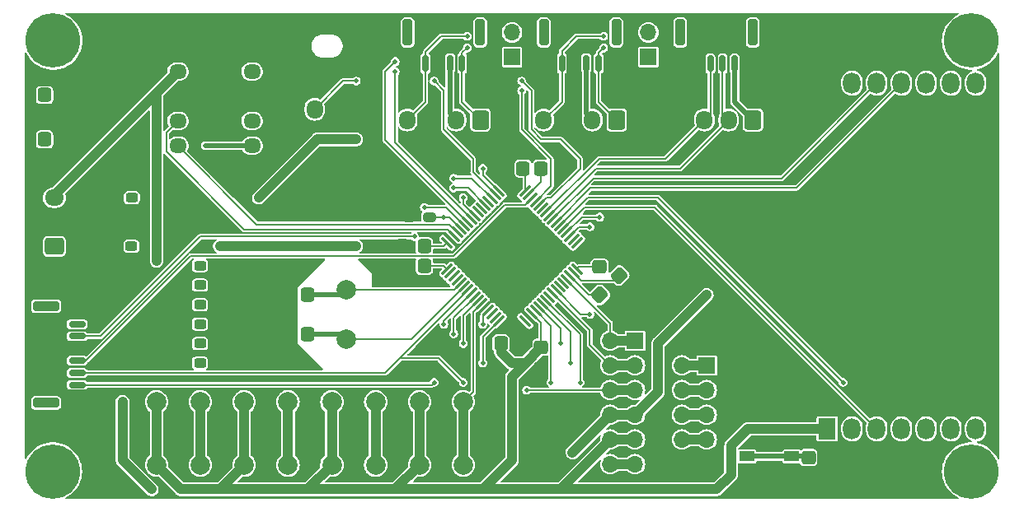
<source format=gtl>
G04 #@! TF.GenerationSoftware,KiCad,Pcbnew,7.0.9*
G04 #@! TF.CreationDate,2024-07-10T10:25:31+09:00*
G04 #@! TF.ProjectId,ODAmain,4f44416d-6169-46e2-9e6b-696361645f70,rev?*
G04 #@! TF.SameCoordinates,Original*
G04 #@! TF.FileFunction,Copper,L1,Top*
G04 #@! TF.FilePolarity,Positive*
%FSLAX46Y46*%
G04 Gerber Fmt 4.6, Leading zero omitted, Abs format (unit mm)*
G04 Created by KiCad (PCBNEW 7.0.9) date 2024-07-10 10:25:31*
%MOMM*%
%LPD*%
G01*
G04 APERTURE LIST*
G04 Aperture macros list*
%AMRoundRect*
0 Rectangle with rounded corners*
0 $1 Rounding radius*
0 $2 $3 $4 $5 $6 $7 $8 $9 X,Y pos of 4 corners*
0 Add a 4 corners polygon primitive as box body*
4,1,4,$2,$3,$4,$5,$6,$7,$8,$9,$2,$3,0*
0 Add four circle primitives for the rounded corners*
1,1,$1+$1,$2,$3*
1,1,$1+$1,$4,$5*
1,1,$1+$1,$6,$7*
1,1,$1+$1,$8,$9*
0 Add four rect primitives between the rounded corners*
20,1,$1+$1,$2,$3,$4,$5,0*
20,1,$1+$1,$4,$5,$6,$7,0*
20,1,$1+$1,$6,$7,$8,$9,0*
20,1,$1+$1,$8,$9,$2,$3,0*%
G04 Aperture macros list end*
G04 #@! TA.AperFunction,ComponentPad*
%ADD10C,2.000000*%
G04 #@! TD*
G04 #@! TA.AperFunction,SMDPad,CuDef*
%ADD11RoundRect,0.292875X-0.394625X-0.432125X0.394625X-0.432125X0.394625X0.432125X-0.394625X0.432125X0*%
G04 #@! TD*
G04 #@! TA.AperFunction,ComponentPad*
%ADD12R,1.700000X1.700000*%
G04 #@! TD*
G04 #@! TA.AperFunction,ComponentPad*
%ADD13O,1.700000X1.700000*%
G04 #@! TD*
G04 #@! TA.AperFunction,SMDPad,CuDef*
%ADD14RoundRect,0.250000X0.250000X1.100000X-0.250000X1.100000X-0.250000X-1.100000X0.250000X-1.100000X0*%
G04 #@! TD*
G04 #@! TA.AperFunction,SMDPad,CuDef*
%ADD15RoundRect,0.150000X0.150000X0.700000X-0.150000X0.700000X-0.150000X-0.700000X0.150000X-0.700000X0*%
G04 #@! TD*
G04 #@! TA.AperFunction,ComponentPad*
%ADD16RoundRect,0.250000X0.725000X-0.600000X0.725000X0.600000X-0.725000X0.600000X-0.725000X-0.600000X0*%
G04 #@! TD*
G04 #@! TA.AperFunction,ComponentPad*
%ADD17O,1.950000X1.700000*%
G04 #@! TD*
G04 #@! TA.AperFunction,ComponentPad*
%ADD18C,1.000000*%
G04 #@! TD*
G04 #@! TA.AperFunction,ComponentPad*
%ADD19C,5.600000*%
G04 #@! TD*
G04 #@! TA.AperFunction,SMDPad,CuDef*
%ADD20RoundRect,0.292875X-0.584601X-0.026517X-0.026517X-0.584601X0.584601X0.026517X0.026517X0.584601X0*%
G04 #@! TD*
G04 #@! TA.AperFunction,ComponentPad*
%ADD21RoundRect,0.250000X0.600000X0.725000X-0.600000X0.725000X-0.600000X-0.725000X0.600000X-0.725000X0*%
G04 #@! TD*
G04 #@! TA.AperFunction,ComponentPad*
%ADD22O,1.700000X1.950000*%
G04 #@! TD*
G04 #@! TA.AperFunction,SMDPad,CuDef*
%ADD23RoundRect,0.237500X0.387500X0.237500X-0.387500X0.237500X-0.387500X-0.237500X0.387500X-0.237500X0*%
G04 #@! TD*
G04 #@! TA.AperFunction,ComponentPad*
%ADD24O,1.800000X1.524000*%
G04 #@! TD*
G04 #@! TA.AperFunction,SMDPad,CuDef*
%ADD25RoundRect,0.292875X-0.432125X0.394625X-0.432125X-0.394625X0.432125X-0.394625X0.432125X0.394625X0*%
G04 #@! TD*
G04 #@! TA.AperFunction,ComponentPad*
%ADD26R,1.800000X2.200000*%
G04 #@! TD*
G04 #@! TA.AperFunction,ComponentPad*
%ADD27O,1.800000X2.200000*%
G04 #@! TD*
G04 #@! TA.AperFunction,SMDPad,CuDef*
%ADD28R,1.500000X1.000000*%
G04 #@! TD*
G04 #@! TA.AperFunction,SMDPad,CuDef*
%ADD29RoundRect,0.292875X0.394625X0.432125X-0.394625X0.432125X-0.394625X-0.432125X0.394625X-0.432125X0*%
G04 #@! TD*
G04 #@! TA.AperFunction,SMDPad,CuDef*
%ADD30RoundRect,0.237500X-0.387500X-0.237500X0.387500X-0.237500X0.387500X0.237500X-0.387500X0.237500X0*%
G04 #@! TD*
G04 #@! TA.AperFunction,SMDPad,CuDef*
%ADD31RoundRect,0.075000X-0.441942X-0.548008X0.548008X0.441942X0.441942X0.548008X-0.548008X-0.441942X0*%
G04 #@! TD*
G04 #@! TA.AperFunction,SMDPad,CuDef*
%ADD32RoundRect,0.075000X0.441942X-0.548008X0.548008X-0.441942X-0.441942X0.548008X-0.548008X0.441942X0*%
G04 #@! TD*
G04 #@! TA.AperFunction,SMDPad,CuDef*
%ADD33RoundRect,0.237500X-0.400000X-0.237500X0.400000X-0.237500X0.400000X0.237500X-0.400000X0.237500X0*%
G04 #@! TD*
G04 #@! TA.AperFunction,ComponentPad*
%ADD34C,1.998980*%
G04 #@! TD*
G04 #@! TA.AperFunction,SMDPad,CuDef*
%ADD35RoundRect,0.292875X0.432125X-0.394625X0.432125X0.394625X-0.432125X0.394625X-0.432125X-0.394625X0*%
G04 #@! TD*
G04 #@! TA.AperFunction,SMDPad,CuDef*
%ADD36RoundRect,0.250000X-1.100000X0.250000X-1.100000X-0.250000X1.100000X-0.250000X1.100000X0.250000X0*%
G04 #@! TD*
G04 #@! TA.AperFunction,SMDPad,CuDef*
%ADD37RoundRect,0.150000X-0.700000X0.150000X-0.700000X-0.150000X0.700000X-0.150000X0.700000X0.150000X0*%
G04 #@! TD*
G04 #@! TA.AperFunction,ViaPad*
%ADD38C,0.600000*%
G04 #@! TD*
G04 #@! TA.AperFunction,ViaPad*
%ADD39C,0.500000*%
G04 #@! TD*
G04 #@! TA.AperFunction,Conductor*
%ADD40C,0.500000*%
G04 #@! TD*
G04 #@! TA.AperFunction,Conductor*
%ADD41C,1.000000*%
G04 #@! TD*
G04 #@! TA.AperFunction,Conductor*
%ADD42C,0.150000*%
G04 #@! TD*
G04 APERTURE END LIST*
D10*
X141500000Y-129500000D03*
X141500000Y-123000000D03*
X146000000Y-129500000D03*
X146000000Y-123000000D03*
D11*
X163000000Y-99000000D03*
X165275000Y-99000000D03*
D12*
X180000000Y-119254000D03*
D13*
X177460000Y-119254000D03*
X180000000Y-121794000D03*
X177460000Y-121794000D03*
X180000000Y-124334000D03*
X177460000Y-124334000D03*
X180000000Y-126874000D03*
X177460000Y-126874000D03*
X180000000Y-129414000D03*
X177460000Y-129414000D03*
D10*
X132500000Y-129500000D03*
X132500000Y-123000000D03*
X137000000Y-129500000D03*
X137000000Y-123000000D03*
D11*
X136725000Y-116000000D03*
X139000000Y-116000000D03*
D14*
X163275000Y-85000000D03*
X170725000Y-85000000D03*
D15*
X165125000Y-88200000D03*
X166375000Y-88200000D03*
X167625000Y-88200000D03*
X168875000Y-88200000D03*
D16*
X113000000Y-107000000D03*
D17*
X113000000Y-104500000D03*
X113000000Y-102000000D03*
D10*
X123500000Y-129500000D03*
X123500000Y-123000000D03*
X128000000Y-129500000D03*
X128000000Y-123000000D03*
D18*
X204950000Y-130150000D03*
X205594370Y-128594370D03*
X205594370Y-131705630D03*
X207150000Y-127950000D03*
D19*
X207150000Y-130150000D03*
D18*
X207150000Y-132350000D03*
X208705630Y-128594370D03*
X208705630Y-131705630D03*
X209350000Y-130150000D03*
X110680000Y-85850000D03*
X111324370Y-84294370D03*
X111324370Y-87405630D03*
X112880000Y-83650000D03*
D19*
X112880000Y-85850000D03*
D18*
X112880000Y-88050000D03*
X114435630Y-84294370D03*
X114435630Y-87405630D03*
X115080000Y-85850000D03*
D20*
X169000000Y-112000000D03*
X170608668Y-113608668D03*
D21*
X170750000Y-94000000D03*
D22*
X168250000Y-94000000D03*
X165750000Y-94000000D03*
X163250000Y-94000000D03*
D23*
X129912500Y-109000000D03*
X127962500Y-109000000D03*
D24*
X125690000Y-89030000D03*
X125690000Y-91570000D03*
X125690000Y-94110000D03*
X125690000Y-96650000D03*
X133310000Y-96650000D03*
X133310000Y-94110000D03*
X133310000Y-91570000D03*
X133310000Y-89030000D03*
D14*
X177275000Y-85010000D03*
X184725000Y-85010000D03*
D15*
X179125000Y-88210000D03*
X180375000Y-88210000D03*
X181625000Y-88210000D03*
X182875000Y-88210000D03*
D25*
X163000000Y-117362500D03*
X163000000Y-119637500D03*
D26*
X192380000Y-125780000D03*
D27*
X194920000Y-125780000D03*
X197460000Y-125780000D03*
X200000000Y-125780000D03*
X202540000Y-125780000D03*
X205080000Y-125780000D03*
X207620000Y-125780000D03*
X207620000Y-90220000D03*
X205080000Y-90220000D03*
X202540000Y-90220000D03*
X200000000Y-90220000D03*
X197460000Y-90220000D03*
X194920000Y-90220000D03*
X192380000Y-90220000D03*
D11*
X136725000Y-112000000D03*
X139000000Y-112000000D03*
D20*
X171000000Y-110000000D03*
X172608668Y-111608668D03*
D28*
X188737500Y-131112500D03*
X188737500Y-128612500D03*
X184137500Y-131112500D03*
X184137500Y-128612500D03*
D12*
X172634000Y-116714000D03*
D13*
X170094000Y-116714000D03*
X172634000Y-119254000D03*
X170094000Y-119254000D03*
X172634000Y-121794000D03*
X170094000Y-121794000D03*
X172634000Y-124334000D03*
X170094000Y-124334000D03*
X172634000Y-126874000D03*
X170094000Y-126874000D03*
X172634000Y-129414000D03*
X170094000Y-129414000D03*
D11*
X112000000Y-91440000D03*
X114275000Y-91440000D03*
D29*
X161137500Y-99000000D03*
X158862500Y-99000000D03*
D21*
X156750000Y-94000000D03*
D22*
X154250000Y-94000000D03*
X151750000Y-94000000D03*
X149250000Y-94000000D03*
D25*
X190437500Y-128725000D03*
X190437500Y-131000000D03*
D11*
X112000000Y-96000000D03*
X114275000Y-96000000D03*
D30*
X118962500Y-107000000D03*
X120912500Y-107000000D03*
D23*
X129912500Y-113000000D03*
X127962500Y-113000000D03*
X129912500Y-117000000D03*
X127962500Y-117000000D03*
D12*
X160000000Y-87540000D03*
D13*
X160000000Y-85000000D03*
D18*
X110650000Y-130150000D03*
X111294370Y-128594370D03*
X111294370Y-131705630D03*
X112850000Y-127950000D03*
D19*
X112850000Y-130150000D03*
D18*
X112850000Y-132350000D03*
X114405630Y-128594370D03*
X114405630Y-131705630D03*
X115050000Y-130150000D03*
D29*
X151000000Y-107000000D03*
X148725000Y-107000000D03*
D23*
X129912500Y-115000000D03*
X127962500Y-115000000D03*
D30*
X119000000Y-102000000D03*
X120950000Y-102000000D03*
D31*
X153335519Y-109361181D03*
X153689072Y-109714734D03*
X154042625Y-110068287D03*
X154396179Y-110421841D03*
X154749732Y-110775394D03*
X155103286Y-111128948D03*
X155456839Y-111482501D03*
X155810392Y-111836054D03*
X156163946Y-112189608D03*
X156517499Y-112543161D03*
X156871052Y-112896714D03*
X157224606Y-113250268D03*
X157578159Y-113603821D03*
X157931713Y-113957375D03*
X158285266Y-114310928D03*
X158638819Y-114664481D03*
D32*
X161361181Y-114664481D03*
X161714734Y-114310928D03*
X162068287Y-113957375D03*
X162421841Y-113603821D03*
X162775394Y-113250268D03*
X163128948Y-112896714D03*
X163482501Y-112543161D03*
X163836054Y-112189608D03*
X164189608Y-111836054D03*
X164543161Y-111482501D03*
X164896714Y-111128948D03*
X165250268Y-110775394D03*
X165603821Y-110421841D03*
X165957375Y-110068287D03*
X166310928Y-109714734D03*
X166664481Y-109361181D03*
D31*
X166664481Y-106638819D03*
X166310928Y-106285266D03*
X165957375Y-105931713D03*
X165603821Y-105578159D03*
X165250268Y-105224606D03*
X164896714Y-104871052D03*
X164543161Y-104517499D03*
X164189608Y-104163946D03*
X163836054Y-103810392D03*
X163482501Y-103456839D03*
X163128948Y-103103286D03*
X162775394Y-102749732D03*
X162421841Y-102396179D03*
X162068287Y-102042625D03*
X161714734Y-101689072D03*
X161361181Y-101335519D03*
D32*
X158638819Y-101335519D03*
X158285266Y-101689072D03*
X157931713Y-102042625D03*
X157578159Y-102396179D03*
X157224606Y-102749732D03*
X156871052Y-103103286D03*
X156517499Y-103456839D03*
X156163946Y-103810392D03*
X155810392Y-104163946D03*
X155456839Y-104517499D03*
X155103286Y-104871052D03*
X154749732Y-105224606D03*
X154396179Y-105578159D03*
X154042625Y-105931713D03*
X153689072Y-106285266D03*
X153335519Y-106638819D03*
D10*
X150500000Y-129500000D03*
X150500000Y-123000000D03*
X155000000Y-129500000D03*
X155000000Y-123000000D03*
D18*
X204950000Y-85850000D03*
X205594370Y-84294370D03*
X205594370Y-87405630D03*
X207150000Y-83650000D03*
D19*
X207150000Y-85850000D03*
D18*
X207150000Y-88050000D03*
X208705630Y-84294370D03*
X208705630Y-87405630D03*
X209350000Y-85850000D03*
D11*
X158862500Y-117000000D03*
X161137500Y-117000000D03*
D33*
X149375000Y-104000000D03*
X151500000Y-104000000D03*
D14*
X149275000Y-85000000D03*
X156725000Y-85000000D03*
D15*
X151125000Y-88200000D03*
X152375000Y-88200000D03*
X153625000Y-88200000D03*
X154875000Y-88200000D03*
D29*
X151000000Y-109000000D03*
X148725000Y-109000000D03*
D34*
X143000000Y-116540000D03*
X143000000Y-111460000D03*
D35*
X169000000Y-109137500D03*
X169000000Y-106862500D03*
D23*
X129912500Y-119000000D03*
X127962500Y-119000000D03*
D12*
X174000000Y-87540000D03*
D13*
X174000000Y-85000000D03*
D21*
X184750000Y-94000000D03*
D22*
X182250000Y-94000000D03*
X179750000Y-94000000D03*
X177250000Y-94000000D03*
D36*
X112150000Y-123100000D03*
X112150000Y-113150000D03*
D37*
X115350000Y-121250000D03*
X115350000Y-120000000D03*
X115350000Y-118750000D03*
X115350000Y-117500000D03*
X115350000Y-116250000D03*
X115350000Y-115000000D03*
D22*
X139750000Y-92900000D03*
D21*
X142250000Y-92900000D03*
D23*
X129912500Y-111000000D03*
X127962500Y-111000000D03*
D38*
X166214000Y-128214000D03*
X144000000Y-96000000D03*
X134000000Y-102000000D03*
X112000000Y-96000000D03*
D39*
X167600000Y-88200000D03*
D38*
X120000000Y-123000000D03*
X123000000Y-132000000D03*
D39*
X153600000Y-88200000D03*
D38*
X180000000Y-112000000D03*
D39*
X163830000Y-107950000D03*
X119380000Y-132080000D03*
X203200000Y-132080000D03*
X208280000Y-93980000D03*
X182880000Y-101600000D03*
X147320000Y-127000000D03*
X198120000Y-93980000D03*
X144780000Y-88900000D03*
X124460000Y-86360000D03*
X205740000Y-114300000D03*
X157480000Y-109220000D03*
X116840000Y-127000000D03*
X137160000Y-83820000D03*
X172720000Y-109220000D03*
X142240000Y-83820000D03*
X187960000Y-93980000D03*
X205740000Y-119380000D03*
X208280000Y-101600000D03*
X187960000Y-88900000D03*
X182880000Y-121920000D03*
X200660000Y-104140000D03*
X198120000Y-101600000D03*
X172720000Y-104140000D03*
X157480000Y-106680000D03*
X208280000Y-96520000D03*
X198120000Y-121920000D03*
X208280000Y-114300000D03*
X203200000Y-99060000D03*
X144780000Y-86360000D03*
X180340000Y-104140000D03*
X203200000Y-119380000D03*
X205740000Y-111760000D03*
X139700000Y-83820000D03*
X161290000Y-105410000D03*
X190500000Y-106680000D03*
X193040000Y-101600000D03*
X121920000Y-114300000D03*
X121920000Y-83820000D03*
X190500000Y-104140000D03*
D38*
X190500000Y-91440000D03*
D39*
X187960000Y-109220000D03*
X124460000Y-119380000D03*
X195580000Y-119380000D03*
D38*
X190500000Y-88900000D03*
D39*
X203200000Y-121920000D03*
X198120000Y-104140000D03*
X187960000Y-106680000D03*
D38*
X161000000Y-117000000D03*
D39*
X137160000Y-93980000D03*
D38*
X139700000Y-88900000D03*
D39*
X152400000Y-119380000D03*
X208280000Y-99060000D03*
X200660000Y-111760000D03*
X185420000Y-121920000D03*
X144780000Y-83820000D03*
X162560000Y-124460000D03*
X139700000Y-119380000D03*
X198120000Y-114300000D03*
X121920000Y-99060000D03*
X203200000Y-109220000D03*
X198120000Y-109220000D03*
X182880000Y-114300000D03*
X137160000Y-119380000D03*
X132080000Y-83820000D03*
D38*
X187960000Y-86360000D03*
X177800000Y-111760000D03*
D39*
X121920000Y-119380000D03*
X162560000Y-109220000D03*
X198120000Y-119380000D03*
X193040000Y-104140000D03*
X190500000Y-114300000D03*
D38*
X119380000Y-86360000D03*
D39*
X177800000Y-109220000D03*
X203200000Y-106680000D03*
X198120000Y-111760000D03*
X205740000Y-106680000D03*
X190500000Y-101600000D03*
X162560000Y-127000000D03*
X198120000Y-99060000D03*
X175260000Y-111760000D03*
X200660000Y-106680000D03*
X195580000Y-116840000D03*
X208280000Y-116840000D03*
X137160000Y-86360000D03*
X187960000Y-111760000D03*
X161290000Y-110490000D03*
X200660000Y-114300000D03*
X127000000Y-83820000D03*
X182880000Y-104140000D03*
X203200000Y-114300000D03*
X129540000Y-127000000D03*
X205740000Y-93980000D03*
X203200000Y-116840000D03*
X205740000Y-116840000D03*
X116840000Y-124460000D03*
X182880000Y-116840000D03*
D38*
X180340000Y-114300000D03*
D39*
X165100000Y-127000000D03*
X157480000Y-127000000D03*
X205740000Y-109220000D03*
X200660000Y-96520000D03*
X187960000Y-104140000D03*
X175260000Y-114300000D03*
X160020000Y-109220000D03*
X119380000Y-111760000D03*
X200660000Y-93980000D03*
X116840000Y-129540000D03*
X156210000Y-107950000D03*
X200660000Y-101600000D03*
X175260000Y-109220000D03*
X208280000Y-121920000D03*
X158750000Y-110490000D03*
X185420000Y-116840000D03*
X121920000Y-116840000D03*
X116840000Y-83820000D03*
D38*
X116840000Y-86360000D03*
D39*
X111760000Y-124460000D03*
D38*
X180340000Y-116840000D03*
D39*
X203200000Y-104140000D03*
X187960000Y-124460000D03*
X200660000Y-132080000D03*
X193040000Y-99060000D03*
X132080000Y-86360000D03*
X185420000Y-119380000D03*
D38*
X149000000Y-109000000D03*
D39*
X203200000Y-93980000D03*
X119380000Y-83820000D03*
X195580000Y-109220000D03*
X205740000Y-99060000D03*
D38*
X116840000Y-104140000D03*
D39*
X190500000Y-111760000D03*
X134620000Y-116840000D03*
X157480000Y-121920000D03*
X208280000Y-119380000D03*
X195580000Y-114300000D03*
X187960000Y-121920000D03*
X134620000Y-99060000D03*
X198120000Y-129540000D03*
X116840000Y-132080000D03*
D38*
X119380000Y-104140000D03*
D39*
X129540000Y-86360000D03*
X124460000Y-111760000D03*
X182880000Y-106680000D03*
D38*
X149000000Y-107000000D03*
D39*
X193040000Y-132080000D03*
X157480000Y-124460000D03*
X177800000Y-101600000D03*
X172720000Y-106680000D03*
X182880000Y-99060000D03*
X187960000Y-96520000D03*
X134620000Y-86360000D03*
X119380000Y-109220000D03*
X114300000Y-124460000D03*
X200660000Y-99060000D03*
X119380000Y-99060000D03*
X127000000Y-86360000D03*
X134620000Y-83820000D03*
X160020000Y-104140000D03*
X175260000Y-106680000D03*
X200660000Y-121920000D03*
X121920000Y-109220000D03*
X187960000Y-91440000D03*
X205740000Y-104140000D03*
X193040000Y-106680000D03*
D38*
X142240000Y-88900000D03*
D39*
X205740000Y-121920000D03*
X162560000Y-129540000D03*
X200660000Y-129540000D03*
X190500000Y-109220000D03*
X139700000Y-91440000D03*
X205740000Y-101600000D03*
X162560000Y-106680000D03*
X195580000Y-129540000D03*
X190500000Y-93980000D03*
X139700000Y-127000000D03*
D38*
X177800000Y-116840000D03*
D39*
X208280000Y-111760000D03*
X200660000Y-119380000D03*
X124460000Y-83820000D03*
X193040000Y-129540000D03*
D38*
X165735000Y-98425000D03*
D39*
X185420000Y-124460000D03*
X161290000Y-107950000D03*
X198120000Y-96520000D03*
D38*
X149860000Y-96520000D03*
D39*
X203200000Y-101600000D03*
X200660000Y-116840000D03*
X205740000Y-96520000D03*
X190500000Y-121920000D03*
X134620000Y-119380000D03*
D38*
X152400000Y-87800000D03*
D39*
X158750000Y-105410000D03*
X203200000Y-129540000D03*
X160020000Y-111760000D03*
X187960000Y-119380000D03*
X182880000Y-119380000D03*
X137160000Y-88900000D03*
X137160000Y-91440000D03*
D38*
X163000000Y-120000000D03*
D39*
X158750000Y-107950000D03*
X203200000Y-96520000D03*
X195580000Y-132080000D03*
X195580000Y-111760000D03*
X198120000Y-106680000D03*
X180340000Y-101600000D03*
X203200000Y-111760000D03*
X200660000Y-109220000D03*
X198120000Y-132080000D03*
X198120000Y-116840000D03*
X208280000Y-104140000D03*
X124460000Y-114300000D03*
X160020000Y-106680000D03*
X147320000Y-83820000D03*
X180340000Y-99060000D03*
X185420000Y-109220000D03*
X124460000Y-116840000D03*
X124460000Y-99060000D03*
X129540000Y-83820000D03*
D38*
X123500000Y-108500000D03*
X163000000Y-117500000D03*
X112000000Y-91440000D03*
D39*
X151000000Y-109000000D03*
X157000000Y-115000000D03*
D38*
X144000000Y-107000000D03*
X130000000Y-107000000D03*
D39*
X151000000Y-107000000D03*
X169000000Y-109000000D03*
X161000000Y-99000000D03*
X158862500Y-117000000D03*
X188737500Y-128612500D03*
X161500000Y-121794000D03*
X155000000Y-121000000D03*
X184100000Y-128612500D03*
X127937500Y-119000000D03*
X127937500Y-117000000D03*
X127937500Y-115000000D03*
X127937500Y-113000000D03*
X127937500Y-111000000D03*
X127937500Y-109000000D03*
X120937500Y-107000000D03*
X120975000Y-102000000D03*
X153000000Y-104000000D03*
X165000000Y-117000000D03*
X166000000Y-119000000D03*
X167000000Y-121000000D03*
X164000000Y-121000000D03*
X169400000Y-85400000D03*
X155400000Y-85400000D03*
X144000000Y-90000000D03*
X152000000Y-90000000D03*
X169400000Y-86600000D03*
X155400000Y-86600000D03*
X128500000Y-96650000D03*
X155000000Y-102000000D03*
X151000000Y-103000000D03*
X154000000Y-101000000D03*
X154000000Y-100000000D03*
X168000000Y-105000000D03*
X169000000Y-104000000D03*
X168000000Y-114000000D03*
X153000000Y-115000000D03*
X154000000Y-116000000D03*
X155000000Y-117000000D03*
X161000000Y-91000000D03*
X161000000Y-90000000D03*
X148000000Y-88000000D03*
X148000000Y-89000000D03*
X115350000Y-115000000D03*
X150000000Y-106000000D03*
X157000000Y-99000000D03*
X157000000Y-119000000D03*
X152000000Y-121000000D03*
X194000000Y-121000000D03*
D40*
X153625000Y-88200000D02*
X153625000Y-93375000D01*
X167625000Y-88200000D02*
X167600000Y-88200000D01*
D41*
X120000000Y-123000000D02*
X120000000Y-129000000D01*
D40*
X167600000Y-88200000D02*
X167625000Y-88225000D01*
D41*
X175000000Y-121968000D02*
X172634000Y-124334000D01*
D40*
X182875000Y-88210000D02*
X182875000Y-92125000D01*
D41*
X180000000Y-112000000D02*
X175000000Y-117000000D01*
X120000000Y-129000000D02*
X123000000Y-132000000D01*
X166214000Y-128214000D02*
X170094000Y-124334000D01*
X134000000Y-102000000D02*
X140000000Y-96000000D01*
D40*
X182875000Y-92125000D02*
X184750000Y-94000000D01*
X167625000Y-93375000D02*
X168250000Y-94000000D01*
D41*
X175000000Y-117000000D02*
X175000000Y-121968000D01*
X140000000Y-96000000D02*
X144000000Y-96000000D01*
X170094000Y-124334000D02*
X172634000Y-124334000D01*
D40*
X167625000Y-88225000D02*
X167625000Y-93375000D01*
X153625000Y-93375000D02*
X154250000Y-94000000D01*
D41*
X163000000Y-117362500D02*
X163000000Y-117406612D01*
X132500000Y-123000000D02*
X132500000Y-129500000D01*
D42*
X166664481Y-109361181D02*
X166888162Y-109137500D01*
X169000000Y-109000000D02*
X169000000Y-109137500D01*
D41*
X113000000Y-101720000D02*
X125690000Y-89030000D01*
X163000000Y-117500000D02*
X162906612Y-117500000D01*
X123500000Y-108500000D02*
X123500000Y-91220000D01*
X150500000Y-123000000D02*
X150500000Y-129500000D01*
D42*
X162068287Y-113957375D02*
X163000000Y-114889088D01*
D41*
X157000000Y-132000000D02*
X164968000Y-132000000D01*
X160000000Y-129000000D02*
X157000000Y-132000000D01*
X148000000Y-132000000D02*
X157000000Y-132000000D01*
X148000000Y-132000000D02*
X150500000Y-129500000D01*
D42*
X152974338Y-109000000D02*
X151000000Y-109000000D01*
X161137500Y-99000000D02*
X161000000Y-99000000D01*
X157000000Y-114181980D02*
X157578159Y-113603821D01*
D41*
X160000000Y-120406612D02*
X160000000Y-129000000D01*
X160000000Y-119000000D02*
X158862500Y-117862500D01*
X139000000Y-132000000D02*
X148000000Y-132000000D01*
X181000000Y-132000000D02*
X182500000Y-130500000D01*
D42*
X152974338Y-107000000D02*
X151000000Y-107000000D01*
X163000000Y-114889088D02*
X163000000Y-117362500D01*
D41*
X113000000Y-102000000D02*
X113000000Y-101720000D01*
X130000000Y-132000000D02*
X139000000Y-132000000D01*
X130000000Y-132000000D02*
X132500000Y-129500000D01*
D42*
X157000000Y-115000000D02*
X157000000Y-114181980D01*
D41*
X182500000Y-130500000D02*
X182500000Y-127500000D01*
X164968000Y-132000000D02*
X181000000Y-132000000D01*
X161406612Y-119000000D02*
X160000000Y-120406612D01*
D42*
X166888162Y-109137500D02*
X169000000Y-109137500D01*
X153335519Y-106638819D02*
X152974338Y-107000000D01*
D41*
X172634000Y-126874000D02*
X170094000Y-126874000D01*
X161406612Y-119000000D02*
X160000000Y-119000000D01*
X182500000Y-127500000D02*
X184220000Y-125780000D01*
X163000000Y-117406612D02*
X163000000Y-117500000D01*
D42*
X153335519Y-109361181D02*
X152974338Y-109000000D01*
D41*
X141500000Y-123000000D02*
X141500000Y-129500000D01*
D42*
X161000000Y-99000000D02*
X161361181Y-99223681D01*
X161361181Y-99223681D02*
X161361181Y-101335519D01*
D41*
X139000000Y-132000000D02*
X141500000Y-129500000D01*
X126000000Y-132000000D02*
X130000000Y-132000000D01*
X123500000Y-91220000D02*
X125690000Y-89030000D01*
X162906612Y-117500000D02*
X161406612Y-119000000D01*
X123500000Y-129500000D02*
X126000000Y-132000000D01*
X184220000Y-125780000D02*
X192380000Y-125780000D01*
X130000000Y-107000000D02*
X144000000Y-107000000D01*
X123500000Y-123000000D02*
X123500000Y-129500000D01*
X158862500Y-117862500D02*
X158862500Y-117000000D01*
X164968000Y-132000000D02*
X170094000Y-126874000D01*
X163000000Y-117406612D02*
X163000000Y-117406612D01*
D42*
X155456839Y-111543161D02*
X148469670Y-118530330D01*
X152500000Y-118500000D02*
X148500000Y-118500000D01*
X148469670Y-118530330D02*
X147000000Y-120000000D01*
X147000000Y-120000000D02*
X115350000Y-120000000D01*
X155456839Y-111482501D02*
X155456839Y-111543161D01*
D40*
X190325000Y-128612500D02*
X190437500Y-128725000D01*
X184137500Y-128612500D02*
X188737500Y-128612500D01*
X188737500Y-128612500D02*
X190325000Y-128612500D01*
D41*
X172634000Y-121794000D02*
X170094000Y-121794000D01*
D42*
X161500000Y-121794000D02*
X170094000Y-121794000D01*
X155000000Y-121000000D02*
X152500000Y-118500000D01*
X154065126Y-111460000D02*
X143000000Y-111460000D01*
X154749732Y-110775394D02*
X154065126Y-111460000D01*
D40*
X139000000Y-112000000D02*
X142460000Y-112000000D01*
X142460000Y-112000000D02*
X143000000Y-111460000D01*
D42*
X155103286Y-111128948D02*
X149692234Y-116540000D01*
D40*
X139000000Y-116000000D02*
X142460000Y-116000000D01*
X142460000Y-116000000D02*
X143000000Y-116540000D01*
D42*
X149692234Y-116540000D02*
X143000000Y-116540000D01*
X165957375Y-110068287D02*
X167889088Y-112000000D01*
X167889088Y-112000000D02*
X169000000Y-112000000D01*
X163000000Y-100403806D02*
X163000000Y-99000000D01*
X161714734Y-101689072D02*
X163000000Y-100403806D01*
X170500000Y-110500000D02*
X167096194Y-110500000D01*
X171000000Y-110000000D02*
X170500000Y-110500000D01*
X167096194Y-110500000D02*
X166310928Y-109714734D01*
X165603821Y-110421841D02*
X170094000Y-114912020D01*
D41*
X170094000Y-116714000D02*
X172634000Y-116714000D01*
D42*
X170094000Y-114912020D02*
X170094000Y-116714000D01*
X168000000Y-115646446D02*
X168000000Y-117160000D01*
X168000000Y-117160000D02*
X170094000Y-119254000D01*
X164189608Y-111836054D02*
X168000000Y-115646446D01*
D41*
X170094000Y-119254000D02*
X172634000Y-119254000D01*
X170094000Y-129414000D02*
X172634000Y-129414000D01*
D42*
X151500000Y-104000000D02*
X153000000Y-104000000D01*
X153525126Y-104000000D02*
X154749732Y-105224606D01*
X153000000Y-104000000D02*
X153525126Y-104000000D01*
X165000000Y-117000000D02*
X165000000Y-115474874D01*
X165000000Y-115474874D02*
X162775394Y-113250268D01*
D41*
X177460000Y-119254000D02*
X180000000Y-119254000D01*
D42*
X166000000Y-115767766D02*
X163128948Y-112896714D01*
X166000000Y-119000000D02*
X166000000Y-115767766D01*
D41*
X180000000Y-121794000D02*
X177460000Y-121794000D01*
D42*
X167000000Y-121000000D02*
X167000000Y-116060660D01*
X167000000Y-116060660D02*
X163482501Y-112543161D01*
D41*
X177460000Y-124334000D02*
X180000000Y-124334000D01*
D42*
X164000000Y-121000000D02*
X164000000Y-115181980D01*
D41*
X180000000Y-126874000D02*
X177460000Y-126874000D01*
D42*
X164000000Y-115181980D02*
X162421841Y-113603821D01*
X165125000Y-86875000D02*
X166600000Y-85400000D01*
X165125000Y-88200000D02*
X165125000Y-86875000D01*
X163250000Y-94000000D02*
X165125000Y-92125000D01*
X166600000Y-85400000D02*
X169400000Y-85400000D01*
X165125000Y-92125000D02*
X165125000Y-88200000D01*
X151125000Y-88200000D02*
X151125000Y-92125000D01*
X152725000Y-85400000D02*
X155400000Y-85400000D01*
X151125000Y-87000000D02*
X152725000Y-85400000D01*
X151125000Y-88200000D02*
X151125000Y-87000000D01*
X151125000Y-92125000D02*
X149250000Y-94000000D01*
X153000000Y-95000000D02*
X156000000Y-98000000D01*
X142650000Y-90000000D02*
X139750000Y-92900000D01*
X156000000Y-99403806D02*
X158285266Y-101689072D01*
X156000000Y-98000000D02*
X156000000Y-99403806D01*
X152000000Y-90000000D02*
X153000000Y-91000000D01*
X153000000Y-91000000D02*
X153000000Y-95000000D01*
X144000000Y-90000000D02*
X142650000Y-90000000D01*
X168875000Y-88200000D02*
X168875000Y-87125000D01*
X168875000Y-87125000D02*
X169400000Y-86600000D01*
X170750000Y-94000000D02*
X168875000Y-92125000D01*
X168875000Y-92125000D02*
X168875000Y-88200000D01*
X154875000Y-88200000D02*
X154875000Y-92125000D01*
X154875000Y-92125000D02*
X156750000Y-94000000D01*
X154875000Y-88200000D02*
X154875000Y-87125000D01*
X154875000Y-87125000D02*
X155400000Y-86600000D01*
X177250000Y-99000000D02*
X182250000Y-94000000D01*
X181625000Y-93375000D02*
X181625000Y-88210000D01*
X182250000Y-94000000D02*
X181625000Y-93375000D01*
X168646446Y-99000000D02*
X177250000Y-99000000D01*
X163836054Y-103810392D02*
X168646446Y-99000000D01*
X163482501Y-103456839D02*
X168939340Y-98000000D01*
X168939340Y-98000000D02*
X175750000Y-98000000D01*
X179750000Y-94000000D02*
X180375000Y-93375000D01*
X180375000Y-93375000D02*
X180375000Y-88210000D01*
X175750000Y-98000000D02*
X179750000Y-94000000D01*
D40*
X133310000Y-96650000D02*
X128500000Y-96650000D01*
D42*
X155000000Y-102000000D02*
X155000000Y-102646446D01*
X155000000Y-102646446D02*
X156163946Y-103810392D01*
X151000000Y-103000000D02*
X153232234Y-103000000D01*
X153232234Y-103000000D02*
X155103286Y-104871052D01*
X155474874Y-101000000D02*
X157224606Y-102749732D01*
X154000000Y-101000000D02*
X155474874Y-101000000D01*
X155889088Y-100000000D02*
X157931713Y-102042625D01*
X154000000Y-100000000D02*
X155889088Y-100000000D01*
X165957375Y-105931713D02*
X166889088Y-105000000D01*
X166889088Y-105000000D02*
X168000000Y-105000000D01*
X167181980Y-104000000D02*
X165603821Y-105578159D01*
X169000000Y-104000000D02*
X167181980Y-104000000D01*
X168000000Y-114000000D02*
X167060660Y-114000000D01*
X167060660Y-114000000D02*
X164543161Y-111482501D01*
X153000000Y-114646446D02*
X155810392Y-111836054D01*
D41*
X128000000Y-129500000D02*
X128000000Y-123000000D01*
D42*
X153000000Y-115000000D02*
X153000000Y-114646446D01*
X154000000Y-116000000D02*
X154000000Y-114353554D01*
D41*
X137000000Y-129500000D02*
X137000000Y-123000000D01*
D42*
X154000000Y-114353554D02*
X156163946Y-112189608D01*
X155000000Y-114060660D02*
X156517499Y-112543161D01*
X155000000Y-117000000D02*
X155000000Y-114060660D01*
D41*
X146000000Y-129500000D02*
X146000000Y-123000000D01*
D42*
X155000000Y-123000000D02*
X156000000Y-122000000D01*
D41*
X155000000Y-129500000D02*
X155000000Y-123000000D01*
D42*
X156000000Y-113767766D02*
X156871052Y-112896714D01*
X156000000Y-122000000D02*
X156000000Y-113767766D01*
X161000000Y-91000000D02*
X161000000Y-95000000D01*
X161000000Y-95000000D02*
X164000000Y-98000000D01*
X164000000Y-98000000D02*
X164000000Y-100818020D01*
X164000000Y-100818020D02*
X162421841Y-102396179D01*
X162000000Y-95000000D02*
X163000000Y-96000000D01*
X162000000Y-91000000D02*
X162000000Y-95000000D01*
X163000000Y-96000000D02*
X165000000Y-96000000D01*
X161000000Y-90000000D02*
X162000000Y-91000000D01*
X167000000Y-98000000D02*
X167000000Y-99000000D01*
X167000000Y-99000000D02*
X164000000Y-102000000D01*
X163525126Y-102000000D02*
X162775394Y-102749732D01*
X165000000Y-96000000D02*
X167000000Y-98000000D01*
X164000000Y-102000000D02*
X163525126Y-102000000D01*
X147000000Y-96060660D02*
X155456839Y-104517499D01*
X148000000Y-88000000D02*
X147000000Y-89000000D01*
X147000000Y-89000000D02*
X147000000Y-96060660D01*
X148000000Y-96353554D02*
X155810392Y-104163946D01*
X148000000Y-89000000D02*
X148000000Y-96353554D01*
X158638819Y-101335519D02*
X157000000Y-99696700D01*
X150000000Y-106000000D02*
X128000000Y-106000000D01*
X117750000Y-116250000D02*
X115350000Y-116250000D01*
X128000000Y-106000000D02*
X117750000Y-116250000D01*
X157000000Y-99696700D02*
X157000000Y-99000000D01*
X161360912Y-102750000D02*
X162068287Y-102042625D01*
X116250000Y-118750000D02*
X127000000Y-108000000D01*
X159250000Y-102750000D02*
X161360912Y-102750000D01*
X115350000Y-118750000D02*
X116250000Y-118750000D01*
X154000000Y-108000000D02*
X159250000Y-102750000D01*
X127000000Y-108000000D02*
X154000000Y-108000000D01*
X151750000Y-121250000D02*
X115350000Y-121250000D01*
X157000000Y-116303300D02*
X158638819Y-114664481D01*
X157000000Y-119000000D02*
X157000000Y-116303300D01*
X152000000Y-121000000D02*
X151750000Y-121250000D01*
X124500000Y-97250000D02*
X124500000Y-95300000D01*
X132500000Y-105250000D02*
X124500000Y-97250000D01*
X153360912Y-105250000D02*
X132500000Y-105250000D01*
X154042625Y-105931713D02*
X153360912Y-105250000D01*
X124500000Y-95300000D02*
X125690000Y-94110000D01*
X133790000Y-104750000D02*
X153568020Y-104750000D01*
X153568020Y-104750000D02*
X154396179Y-105578159D01*
X125690000Y-96650000D02*
X133790000Y-104750000D01*
X164543161Y-104517499D02*
X168060660Y-101000000D01*
X168060660Y-101000000D02*
X189220000Y-101000000D01*
X189220000Y-101000000D02*
X200000000Y-90220000D01*
X187680000Y-100000000D02*
X168353554Y-100000000D01*
X168353554Y-100000000D02*
X164189608Y-104163946D01*
X197460000Y-90220000D02*
X187680000Y-100000000D01*
X194000000Y-121000000D02*
X175000000Y-102000000D01*
X175000000Y-102000000D02*
X167767766Y-102000000D01*
X167767766Y-102000000D02*
X164896714Y-104871052D01*
X197460000Y-125780000D02*
X174680000Y-103000000D01*
X167474874Y-103000000D02*
X165250268Y-105224606D01*
X174680000Y-103000000D02*
X167474874Y-103000000D01*
G04 #@! TA.AperFunction,Conductor*
G36*
X163714290Y-118243722D02*
G01*
X163724500Y-118281230D01*
X163724500Y-120602699D01*
X163707187Y-120650265D01*
X163705198Y-120652286D01*
X163617119Y-120753935D01*
X163563302Y-120871776D01*
X163544867Y-121000000D01*
X163563302Y-121128223D01*
X163563302Y-121128224D01*
X163563303Y-121128226D01*
X163617118Y-121246063D01*
X163701951Y-121343967D01*
X163761517Y-121382248D01*
X163792172Y-121422528D01*
X163789763Y-121473090D01*
X163755418Y-121510274D01*
X163721509Y-121518500D01*
X161891170Y-121518500D01*
X161843604Y-121501187D01*
X161835244Y-121492959D01*
X161798052Y-121450036D01*
X161798050Y-121450035D01*
X161798049Y-121450033D01*
X161704704Y-121390044D01*
X161689068Y-121379995D01*
X161564772Y-121343500D01*
X161435228Y-121343500D01*
X161310931Y-121379995D01*
X161201954Y-121450031D01*
X161201950Y-121450034D01*
X161117119Y-121547935D01*
X161117118Y-121547936D01*
X161117118Y-121547937D01*
X161090381Y-121606482D01*
X161063302Y-121665776D01*
X161044867Y-121794000D01*
X161063302Y-121922223D01*
X161063302Y-121922224D01*
X161063303Y-121922226D01*
X161117118Y-122040063D01*
X161201951Y-122137967D01*
X161310931Y-122208004D01*
X161435228Y-122244500D01*
X161564772Y-122244500D01*
X161689069Y-122208004D01*
X161798049Y-122137967D01*
X161835244Y-122095041D01*
X161879477Y-122070430D01*
X161891170Y-122069500D01*
X169024920Y-122069500D01*
X169072486Y-122086813D01*
X169095732Y-122122017D01*
X169118768Y-122197954D01*
X169180554Y-122313546D01*
X169216315Y-122380450D01*
X169296610Y-122478291D01*
X169347590Y-122540410D01*
X169507550Y-122671685D01*
X169690046Y-122769232D01*
X169888066Y-122829300D01*
X170094000Y-122849583D01*
X170299934Y-122829300D01*
X170497954Y-122769232D01*
X170680450Y-122671685D01*
X170840410Y-122540410D01*
X170855884Y-122521555D01*
X170899443Y-122495769D01*
X170913087Y-122494500D01*
X171814913Y-122494500D01*
X171862479Y-122511813D01*
X171872116Y-122521555D01*
X171887590Y-122540410D01*
X172047550Y-122671685D01*
X172230046Y-122769232D01*
X172428066Y-122829300D01*
X172634000Y-122849583D01*
X172839934Y-122829300D01*
X172999501Y-122780896D01*
X173050041Y-122783656D01*
X173086987Y-122818258D01*
X173093046Y-122868513D01*
X173073305Y-122904036D01*
X172717852Y-123259489D01*
X172671976Y-123280881D01*
X172658275Y-123280807D01*
X172634001Y-123278417D01*
X172634000Y-123278417D01*
X172574899Y-123284238D01*
X172428064Y-123298700D01*
X172230043Y-123358769D01*
X172047549Y-123456315D01*
X171887590Y-123587589D01*
X171887589Y-123587590D01*
X171872116Y-123606445D01*
X171828557Y-123632231D01*
X171814913Y-123633500D01*
X170913087Y-123633500D01*
X170865521Y-123616187D01*
X170855884Y-123606445D01*
X170840410Y-123587590D01*
X170840409Y-123587589D01*
X170680450Y-123456315D01*
X170497956Y-123358769D01*
X170497955Y-123358768D01*
X170497954Y-123358768D01*
X170386158Y-123324855D01*
X170299935Y-123298700D01*
X170094000Y-123278417D01*
X169888064Y-123298700D01*
X169690043Y-123358769D01*
X169507549Y-123456315D01*
X169347590Y-123587589D01*
X169347589Y-123587590D01*
X169216315Y-123747549D01*
X169118769Y-123930043D01*
X169058700Y-124128064D01*
X169038417Y-124334001D01*
X169040807Y-124358275D01*
X169028238Y-124407309D01*
X169019489Y-124417852D01*
X165688710Y-127748632D01*
X165610124Y-127848940D01*
X165610119Y-127848948D01*
X165540305Y-128004064D01*
X165509642Y-128171392D01*
X165519913Y-128341190D01*
X165519915Y-128341202D01*
X165570520Y-128503601D01*
X165570522Y-128503607D01*
X165590295Y-128536315D01*
X165658528Y-128649185D01*
X165778815Y-128769472D01*
X165924394Y-128857478D01*
X165963206Y-128869572D01*
X166086797Y-128908084D01*
X166086798Y-128908084D01*
X166086804Y-128908086D01*
X166256606Y-128918358D01*
X166423932Y-128887695D01*
X166423933Y-128887694D01*
X166423935Y-128887694D01*
X166491068Y-128857479D01*
X166579057Y-128817878D01*
X166679367Y-128739290D01*
X168983964Y-126434691D01*
X169029840Y-126413300D01*
X169078735Y-126426401D01*
X169107769Y-126467865D01*
X169107104Y-126508497D01*
X169091038Y-126561459D01*
X169058700Y-126668063D01*
X169038417Y-126874001D01*
X169040807Y-126898275D01*
X169028238Y-126947309D01*
X169019489Y-126957852D01*
X164699517Y-131277826D01*
X164653641Y-131299218D01*
X164647191Y-131299500D01*
X158869809Y-131299500D01*
X158822243Y-131282187D01*
X158796933Y-131238350D01*
X158805723Y-131188500D01*
X158817483Y-131173174D01*
X159223498Y-130767159D01*
X160479599Y-129511056D01*
X160481166Y-129509580D01*
X160528183Y-129467929D01*
X160563854Y-129416249D01*
X160565158Y-129414478D01*
X160603878Y-129365056D01*
X160609903Y-129351669D01*
X160616476Y-129340014D01*
X160624818Y-129327930D01*
X160647082Y-129269219D01*
X160647920Y-129267198D01*
X160673695Y-129209931D01*
X160676342Y-129195482D01*
X160679938Y-129182587D01*
X160685139Y-129168874D01*
X160685140Y-129168872D01*
X160692708Y-129106538D01*
X160693039Y-129104368D01*
X160704358Y-129042606D01*
X160701965Y-129003063D01*
X160700568Y-128979946D01*
X160700500Y-128977712D01*
X160700500Y-120727420D01*
X160717813Y-120679854D01*
X160722163Y-120675105D01*
X161852179Y-119545088D01*
X161862462Y-119536519D01*
X161874541Y-119528183D01*
X161916178Y-119481183D01*
X161917670Y-119479597D01*
X161931902Y-119465367D01*
X163125095Y-118272172D01*
X163170971Y-118250781D01*
X163177421Y-118250499D01*
X163479312Y-118250499D01*
X163479312Y-118250498D01*
X163538078Y-118244182D01*
X163624639Y-118211895D01*
X163675257Y-118211494D01*
X163714290Y-118243722D01*
G37*
G04 #@! TD.AperFunction*
G04 #@! TA.AperFunction,Conductor*
G36*
X150128836Y-108292813D02*
G01*
X150154146Y-108336650D01*
X150150604Y-108375361D01*
X150118318Y-108461920D01*
X150118317Y-108461923D01*
X150112000Y-108520687D01*
X150112000Y-109479311D01*
X150112001Y-109479312D01*
X150118318Y-109538080D01*
X150167896Y-109671004D01*
X150167897Y-109671005D01*
X150167898Y-109671006D01*
X150252919Y-109784581D01*
X150330134Y-109842383D01*
X150366494Y-109869602D01*
X150366495Y-109869603D01*
X150457471Y-109903535D01*
X150499422Y-109919182D01*
X150558189Y-109925500D01*
X151441810Y-109925499D01*
X151441811Y-109925499D01*
X151441811Y-109925498D01*
X151500578Y-109919182D01*
X151607521Y-109879294D01*
X151633504Y-109869603D01*
X151633504Y-109869602D01*
X151633506Y-109869602D01*
X151747081Y-109784581D01*
X151832102Y-109671006D01*
X151836267Y-109659841D01*
X151866302Y-109579312D01*
X151881682Y-109538078D01*
X151888000Y-109479311D01*
X151888000Y-109349500D01*
X151905313Y-109301934D01*
X151949150Y-109276624D01*
X151962000Y-109275500D01*
X152746867Y-109275500D01*
X152794433Y-109292813D01*
X152819743Y-109336650D01*
X152810953Y-109386500D01*
X152799194Y-109401824D01*
X152651038Y-109549982D01*
X152573519Y-109627501D01*
X152573515Y-109627506D01*
X152527997Y-109695627D01*
X152527996Y-109695628D01*
X152506614Y-109803123D01*
X152527996Y-109910617D01*
X152573517Y-109978745D01*
X152717955Y-110123181D01*
X152717958Y-110123183D01*
X152786081Y-110168703D01*
X152786083Y-110168704D01*
X152817214Y-110174896D01*
X152860489Y-110201155D01*
X152875356Y-110233037D01*
X152881549Y-110264170D01*
X152927070Y-110332298D01*
X153071508Y-110476734D01*
X153071511Y-110476736D01*
X153139634Y-110522256D01*
X153139636Y-110522257D01*
X153170767Y-110528449D01*
X153214042Y-110554708D01*
X153228909Y-110586590D01*
X153235102Y-110617723D01*
X153280623Y-110685851D01*
X153425061Y-110830287D01*
X153425064Y-110830289D01*
X153493187Y-110875809D01*
X153493189Y-110875810D01*
X153524321Y-110882002D01*
X153567595Y-110908261D01*
X153582462Y-110940141D01*
X153588656Y-110971277D01*
X153634177Y-111039405D01*
X153652947Y-111058175D01*
X153674339Y-111104050D01*
X153661238Y-111152945D01*
X153619774Y-111181979D01*
X153600621Y-111184500D01*
X145674000Y-111184500D01*
X145626434Y-111167187D01*
X145601124Y-111123350D01*
X145600000Y-111110500D01*
X145600000Y-109800000D01*
X144201826Y-108401826D01*
X144180434Y-108355950D01*
X144193535Y-108307055D01*
X144234999Y-108278021D01*
X144254152Y-108275500D01*
X150081270Y-108275500D01*
X150128836Y-108292813D01*
G37*
G04 #@! TD.AperFunction*
G04 #@! TA.AperFunction,Conductor*
G36*
X149656396Y-106292813D02*
G01*
X149664756Y-106301041D01*
X149701947Y-106343963D01*
X149701948Y-106343964D01*
X149701951Y-106343967D01*
X149768134Y-106386500D01*
X149810931Y-106414004D01*
X149935228Y-106450500D01*
X150038000Y-106450500D01*
X150085566Y-106467813D01*
X150110876Y-106511650D01*
X150112000Y-106524500D01*
X150112000Y-107479311D01*
X150112001Y-107479312D01*
X150118318Y-107538078D01*
X150150604Y-107624639D01*
X150151006Y-107675257D01*
X150118778Y-107714290D01*
X150081270Y-107724500D01*
X144420990Y-107724500D01*
X144373424Y-107707187D01*
X144348114Y-107663350D01*
X144356904Y-107613500D01*
X144378953Y-107589599D01*
X144467929Y-107528183D01*
X144580734Y-107400852D01*
X144659790Y-107250225D01*
X144700500Y-107085056D01*
X144700500Y-106914944D01*
X144659790Y-106749775D01*
X144580734Y-106599148D01*
X144579871Y-106598174D01*
X144467928Y-106471816D01*
X144378953Y-106410401D01*
X144349642Y-106369132D01*
X144353715Y-106318677D01*
X144389267Y-106282645D01*
X144420990Y-106275500D01*
X149608830Y-106275500D01*
X149656396Y-106292813D01*
G37*
G04 #@! TD.AperFunction*
G04 #@! TA.AperFunction,Conductor*
G36*
X161572599Y-90962956D02*
G01*
X161579182Y-90968798D01*
X161702826Y-91092442D01*
X161724218Y-91138318D01*
X161724500Y-91144768D01*
X161724500Y-94965579D01*
X161723078Y-94980015D01*
X161720956Y-94990686D01*
X161719103Y-95000000D01*
X161724500Y-95027132D01*
X161724500Y-95027133D01*
X161733524Y-95072499D01*
X161740485Y-95107495D01*
X161768528Y-95149465D01*
X161785924Y-95175500D01*
X161801377Y-95198625D01*
X161801378Y-95198626D01*
X161818314Y-95209942D01*
X161829529Y-95219145D01*
X162780853Y-96170469D01*
X162790055Y-96181682D01*
X162801375Y-96198623D01*
X162801376Y-96198624D01*
X162821355Y-96211974D01*
X162892506Y-96259516D01*
X162999999Y-96280897D01*
X163000000Y-96280897D01*
X163000001Y-96280897D01*
X163019985Y-96276922D01*
X163034421Y-96275500D01*
X164855232Y-96275500D01*
X164902798Y-96292813D01*
X164907558Y-96297174D01*
X166702826Y-98092442D01*
X166724218Y-98138318D01*
X166724500Y-98144768D01*
X166724500Y-98855232D01*
X166707187Y-98902798D01*
X166702826Y-98907558D01*
X163907558Y-101702826D01*
X163861682Y-101724218D01*
X163855232Y-101724500D01*
X163661787Y-101724500D01*
X163614221Y-101707187D01*
X163588911Y-101663350D01*
X163597701Y-101613500D01*
X163609461Y-101598174D01*
X163883135Y-101324500D01*
X164170473Y-101037161D01*
X164181676Y-101027967D01*
X164198624Y-101016644D01*
X164259515Y-100925515D01*
X164275500Y-100845153D01*
X164275500Y-100845152D01*
X164280897Y-100818020D01*
X164277586Y-100801376D01*
X164276922Y-100798035D01*
X164275500Y-100783599D01*
X164275500Y-98034420D01*
X164276922Y-98019983D01*
X164280897Y-98000000D01*
X164260937Y-97899654D01*
X164260577Y-97896008D01*
X164259516Y-97892508D01*
X164259515Y-97892506D01*
X164259515Y-97892505D01*
X164198624Y-97801376D01*
X164181679Y-97790053D01*
X164170470Y-97780854D01*
X161297174Y-94907558D01*
X161275782Y-94861682D01*
X161275500Y-94855232D01*
X161275500Y-91397300D01*
X161292813Y-91349734D01*
X161294801Y-91347714D01*
X161298046Y-91343968D01*
X161298049Y-91343967D01*
X161382882Y-91246063D01*
X161436697Y-91128226D01*
X161453610Y-91010590D01*
X161477515Y-90965975D01*
X161524507Y-90947161D01*
X161572599Y-90962956D01*
G37*
G04 #@! TD.AperFunction*
G04 #@! TA.AperFunction,Conductor*
G36*
X205873538Y-83017813D02*
G01*
X205898848Y-83061650D01*
X205890058Y-83111500D01*
X205859183Y-83140628D01*
X205652997Y-83244178D01*
X205647203Y-83247089D01*
X205355188Y-83439151D01*
X205087451Y-83663808D01*
X205087443Y-83663816D01*
X204847587Y-83918047D01*
X204638872Y-84198400D01*
X204638871Y-84198401D01*
X204464109Y-84501099D01*
X204464109Y-84501100D01*
X204325673Y-84822030D01*
X204325671Y-84822033D01*
X204225432Y-85156856D01*
X204164737Y-85501074D01*
X204144415Y-85850000D01*
X204164737Y-86198925D01*
X204225432Y-86543143D01*
X204325671Y-86877966D01*
X204325673Y-86877969D01*
X204325674Y-86877971D01*
X204464111Y-87198904D01*
X204476753Y-87220801D01*
X204638871Y-87501598D01*
X204638872Y-87501599D01*
X204753842Y-87656031D01*
X204847588Y-87781953D01*
X205087442Y-88036183D01*
X205087448Y-88036188D01*
X205087451Y-88036191D01*
X205284452Y-88201493D01*
X205355189Y-88260849D01*
X205647207Y-88452913D01*
X205938377Y-88599144D01*
X205959555Y-88609780D01*
X206287983Y-88729317D01*
X206287995Y-88729321D01*
X206628077Y-88809921D01*
X206628080Y-88809921D01*
X206628086Y-88809923D01*
X206975241Y-88850500D01*
X207191517Y-88850500D01*
X207239083Y-88867813D01*
X207264393Y-88911650D01*
X207255603Y-88961500D01*
X207222259Y-88991812D01*
X207067247Y-89062604D01*
X207067245Y-89062605D01*
X206896047Y-89184514D01*
X206751014Y-89336620D01*
X206637385Y-89513431D01*
X206559274Y-89708544D01*
X206519500Y-89914916D01*
X206519500Y-90472424D01*
X206534472Y-90629220D01*
X206593683Y-90830873D01*
X206593685Y-90830877D01*
X206689986Y-91017678D01*
X206689988Y-91017681D01*
X206689989Y-91017682D01*
X206765826Y-91114116D01*
X206819908Y-91182886D01*
X206978740Y-91320516D01*
X206978741Y-91320516D01*
X206978744Y-91320519D01*
X207160756Y-91425604D01*
X207359367Y-91494344D01*
X207567398Y-91524254D01*
X207777330Y-91514254D01*
X207981576Y-91464704D01*
X208172753Y-91377396D01*
X208343952Y-91255486D01*
X208488986Y-91103378D01*
X208602613Y-90926572D01*
X208680725Y-90731457D01*
X208720500Y-90525085D01*
X208720500Y-89967575D01*
X208705528Y-89810782D01*
X208646316Y-89609125D01*
X208550011Y-89422318D01*
X208420092Y-89257114D01*
X208420091Y-89257113D01*
X208261259Y-89119483D01*
X208256063Y-89116483D01*
X208079244Y-89014396D01*
X208079240Y-89014394D01*
X208079239Y-89014394D01*
X207880636Y-88945657D01*
X207880633Y-88945656D01*
X207863968Y-88943260D01*
X207779787Y-88931156D01*
X207735169Y-88907251D01*
X207716356Y-88860258D01*
X207732151Y-88812166D01*
X207773253Y-88785905D01*
X207908139Y-88753937D01*
X208012004Y-88729321D01*
X208012007Y-88729319D01*
X208012011Y-88729319D01*
X208213361Y-88656034D01*
X208340444Y-88609780D01*
X208340447Y-88609778D01*
X208340451Y-88609777D01*
X208652793Y-88452913D01*
X208944811Y-88260849D01*
X209212558Y-88036183D01*
X209452412Y-87781953D01*
X209661130Y-87501596D01*
X209835889Y-87198904D01*
X209857552Y-87148682D01*
X209892289Y-87111864D01*
X209942566Y-87105988D01*
X209984857Y-87133803D01*
X209999500Y-87177993D01*
X209999500Y-128822006D01*
X209982187Y-128869572D01*
X209938350Y-128894882D01*
X209888500Y-128886092D01*
X209857552Y-128851316D01*
X209847300Y-128827550D01*
X209835889Y-128801096D01*
X209661130Y-128498404D01*
X209452412Y-128218047D01*
X209212558Y-127963817D01*
X209212551Y-127963811D01*
X209212548Y-127963808D01*
X208944811Y-127739151D01*
X208652793Y-127547087D01*
X208495202Y-127467942D01*
X208340444Y-127390219D01*
X208012016Y-127270682D01*
X208012004Y-127270678D01*
X207784013Y-127216644D01*
X207741721Y-127188829D01*
X207727203Y-127140336D01*
X207747252Y-127093857D01*
X207783631Y-127072725D01*
X207981576Y-127024704D01*
X208172753Y-126937396D01*
X208343952Y-126815486D01*
X208488986Y-126663378D01*
X208602613Y-126486572D01*
X208680725Y-126291457D01*
X208720500Y-126085085D01*
X208720500Y-125527575D01*
X208705528Y-125370782D01*
X208646316Y-125169125D01*
X208577567Y-125035769D01*
X208550013Y-124982321D01*
X208482616Y-124896620D01*
X208420092Y-124817114D01*
X208336308Y-124744514D01*
X208261259Y-124679483D01*
X208254757Y-124675729D01*
X208079244Y-124574396D01*
X208079240Y-124574394D01*
X208079239Y-124574394D01*
X207880636Y-124505657D01*
X207880633Y-124505656D01*
X207672602Y-124475746D01*
X207672598Y-124475746D01*
X207672596Y-124475746D01*
X207462668Y-124485746D01*
X207258427Y-124535295D01*
X207258425Y-124535295D01*
X207258424Y-124535296D01*
X207112869Y-124601769D01*
X207067245Y-124622605D01*
X206896047Y-124744514D01*
X206751014Y-124896620D01*
X206637385Y-125073431D01*
X206559274Y-125268544D01*
X206519500Y-125474916D01*
X206519500Y-126032424D01*
X206534472Y-126189220D01*
X206593683Y-126390873D01*
X206593685Y-126390877D01*
X206689986Y-126577678D01*
X206689988Y-126577681D01*
X206689989Y-126577682D01*
X206761066Y-126668063D01*
X206819908Y-126742886D01*
X206978740Y-126880516D01*
X206978741Y-126880516D01*
X206978744Y-126880519D01*
X207160756Y-126985604D01*
X207174758Y-126990450D01*
X207218444Y-127005570D01*
X207257732Y-127037488D01*
X207267311Y-127087192D01*
X207242701Y-127131426D01*
X207195415Y-127149491D01*
X207194241Y-127149500D01*
X206975241Y-127149500D01*
X206628087Y-127190076D01*
X206628077Y-127190078D01*
X206287995Y-127270678D01*
X206287983Y-127270682D01*
X205959555Y-127390219D01*
X205647203Y-127547089D01*
X205355188Y-127739151D01*
X205087451Y-127963808D01*
X205087443Y-127963816D01*
X204847587Y-128218047D01*
X204638872Y-128498400D01*
X204638871Y-128498401D01*
X204464109Y-128801099D01*
X204464109Y-128801100D01*
X204325673Y-129122030D01*
X204325671Y-129122033D01*
X204225432Y-129456856D01*
X204164737Y-129801074D01*
X204144415Y-130150000D01*
X204164737Y-130498925D01*
X204225432Y-130843143D01*
X204325671Y-131177966D01*
X204325673Y-131177969D01*
X204325674Y-131177971D01*
X204464111Y-131498904D01*
X204580617Y-131700698D01*
X204632212Y-131790065D01*
X204638870Y-131801596D01*
X204847588Y-132081953D01*
X205087442Y-132336183D01*
X205087448Y-132336188D01*
X205087451Y-132336191D01*
X205205428Y-132435185D01*
X205355189Y-132560849D01*
X205647207Y-132752913D01*
X205859183Y-132859371D01*
X205893920Y-132896190D01*
X205896863Y-132946724D01*
X205866636Y-132987326D01*
X205825972Y-132999500D01*
X114174028Y-132999500D01*
X114126462Y-132982187D01*
X114101152Y-132938350D01*
X114109942Y-132888500D01*
X114140816Y-132859371D01*
X114352793Y-132752913D01*
X114644811Y-132560849D01*
X114912558Y-132336183D01*
X115152412Y-132081953D01*
X115361130Y-131801596D01*
X115535889Y-131498904D01*
X115674326Y-131177971D01*
X115674327Y-131177967D01*
X115674328Y-131177966D01*
X115774567Y-130843143D01*
X115774567Y-130843142D01*
X115774569Y-130843136D01*
X115835262Y-130498927D01*
X115855585Y-130150000D01*
X115835262Y-129801073D01*
X115774569Y-129456864D01*
X115762419Y-129416279D01*
X115674328Y-129122033D01*
X115674326Y-129122030D01*
X115667661Y-129106578D01*
X115640066Y-129042605D01*
X119295642Y-129042605D01*
X119306959Y-129104368D01*
X119307293Y-129106562D01*
X119310412Y-129132243D01*
X119314859Y-129168869D01*
X119314860Y-129168874D01*
X119320061Y-129182589D01*
X119323656Y-129195484D01*
X119326304Y-129209931D01*
X119352071Y-129267184D01*
X119352927Y-129269249D01*
X119375180Y-129327927D01*
X119383517Y-129340005D01*
X119390096Y-129351669D01*
X119396121Y-129365055D01*
X119396123Y-129365058D01*
X119434840Y-129414478D01*
X119436165Y-129416279D01*
X119471815Y-129467927D01*
X119471817Y-129467929D01*
X119518806Y-129509558D01*
X119520416Y-129511073D01*
X122534633Y-132525290D01*
X122634944Y-132603878D01*
X122648320Y-132609898D01*
X122790065Y-132673694D01*
X122790067Y-132673694D01*
X122790069Y-132673695D01*
X122957394Y-132704358D01*
X123127196Y-132694086D01*
X123289606Y-132643478D01*
X123435185Y-132555472D01*
X123555472Y-132435185D01*
X123643478Y-132289606D01*
X123694086Y-132127196D01*
X123704358Y-131957394D01*
X123673695Y-131790069D01*
X123673694Y-131790067D01*
X123673694Y-131790065D01*
X123603880Y-131634949D01*
X123603878Y-131634944D01*
X123525290Y-131534633D01*
X121490660Y-129500003D01*
X122294357Y-129500003D01*
X122314883Y-129721524D01*
X122314885Y-129721537D01*
X122375769Y-129935522D01*
X122375771Y-129935527D01*
X122474942Y-130134690D01*
X122474944Y-130134693D01*
X122544468Y-130226757D01*
X122609019Y-130312236D01*
X122773438Y-130462124D01*
X122962599Y-130579247D01*
X123170060Y-130659618D01*
X123388757Y-130700500D01*
X123611243Y-130700500D01*
X123655972Y-130692138D01*
X123705908Y-130700415D01*
X123721895Y-130712552D01*
X125488917Y-132479574D01*
X125490450Y-132481202D01*
X125532071Y-132528183D01*
X125583730Y-132563841D01*
X125585530Y-132565166D01*
X125585533Y-132565168D01*
X125634943Y-132603878D01*
X125648320Y-132609898D01*
X125648322Y-132609899D01*
X125659990Y-132616479D01*
X125672070Y-132624818D01*
X125721277Y-132643479D01*
X125730754Y-132647073D01*
X125732816Y-132647926D01*
X125732818Y-132647928D01*
X125732821Y-132647929D01*
X125790064Y-132673693D01*
X125790069Y-132673695D01*
X125804518Y-132676342D01*
X125817407Y-132679936D01*
X125831128Y-132685140D01*
X125893455Y-132692707D01*
X125895626Y-132693038D01*
X125957394Y-132704358D01*
X126001134Y-132701712D01*
X126020053Y-132700568D01*
X126022287Y-132700500D01*
X129957628Y-132700500D01*
X129977713Y-132700500D01*
X129979947Y-132700568D01*
X129998866Y-132701712D01*
X130042606Y-132704358D01*
X130057045Y-132701711D01*
X130070384Y-132700500D01*
X138957628Y-132700500D01*
X138977713Y-132700500D01*
X138979947Y-132700568D01*
X138998866Y-132701712D01*
X139042606Y-132704358D01*
X139057045Y-132701711D01*
X139070384Y-132700500D01*
X147957628Y-132700500D01*
X147977713Y-132700500D01*
X147979947Y-132700568D01*
X147998866Y-132701712D01*
X148042606Y-132704358D01*
X148057045Y-132701711D01*
X148070384Y-132700500D01*
X156957628Y-132700500D01*
X156977713Y-132700500D01*
X156979947Y-132700568D01*
X156998866Y-132701712D01*
X157042606Y-132704358D01*
X157057045Y-132701711D01*
X157070384Y-132700500D01*
X164925628Y-132700500D01*
X164945713Y-132700500D01*
X164947947Y-132700568D01*
X164966866Y-132701712D01*
X165010606Y-132704358D01*
X165025045Y-132701711D01*
X165038384Y-132700500D01*
X180977713Y-132700500D01*
X180979947Y-132700568D01*
X181000518Y-132701811D01*
X181042606Y-132704358D01*
X181104378Y-132693037D01*
X181106540Y-132692708D01*
X181168872Y-132685140D01*
X181182589Y-132679937D01*
X181195482Y-132676342D01*
X181209932Y-132673695D01*
X181267198Y-132647920D01*
X181269232Y-132647078D01*
X181327930Y-132624818D01*
X181340004Y-132616482D01*
X181351671Y-132609901D01*
X181365057Y-132603878D01*
X181414492Y-132565147D01*
X181416266Y-132563843D01*
X181420605Y-132560848D01*
X181467929Y-132528183D01*
X181509580Y-132481166D01*
X181511056Y-132479599D01*
X182979599Y-131011056D01*
X182981166Y-131009580D01*
X183028183Y-130967929D01*
X183063848Y-130916257D01*
X183065165Y-130914468D01*
X183103877Y-130865057D01*
X183109900Y-130851671D01*
X183116477Y-130840011D01*
X183124818Y-130827930D01*
X183147081Y-130769225D01*
X183147937Y-130767159D01*
X183173694Y-130709932D01*
X183176339Y-130695490D01*
X183179933Y-130682599D01*
X183185140Y-130668872D01*
X183192708Y-130606538D01*
X183193041Y-130604357D01*
X183204357Y-130542606D01*
X183200568Y-130479956D01*
X183200500Y-130477722D01*
X183200500Y-129367062D01*
X183217813Y-129319496D01*
X183261650Y-129294186D01*
X183302819Y-129298695D01*
X183309265Y-129301364D01*
X183309269Y-129301367D01*
X183367752Y-129313000D01*
X183367754Y-129313000D01*
X184907246Y-129313000D01*
X184907248Y-129313000D01*
X184965731Y-129301367D01*
X185032052Y-129257052D01*
X185076367Y-129190731D01*
X185088000Y-129132248D01*
X185088000Y-129132243D01*
X185088247Y-129129743D01*
X185088675Y-129128849D01*
X185088709Y-129128682D01*
X185088751Y-129128690D01*
X185110141Y-129084104D01*
X185156249Y-129063215D01*
X185161890Y-129063000D01*
X187713110Y-129063000D01*
X187760676Y-129080313D01*
X187785986Y-129124150D01*
X187786753Y-129129743D01*
X187786999Y-129132243D01*
X187798633Y-129190732D01*
X187821916Y-129225576D01*
X187842948Y-129257052D01*
X187887060Y-129286527D01*
X187909267Y-129301366D01*
X187909268Y-129301366D01*
X187909269Y-129301367D01*
X187967752Y-129313000D01*
X187967754Y-129313000D01*
X189499545Y-129313000D01*
X189547111Y-129330313D01*
X189564192Y-129354497D01*
X189565360Y-129353860D01*
X189567894Y-129358502D01*
X189609440Y-129414000D01*
X189652919Y-129472081D01*
X189766494Y-129557102D01*
X189766495Y-129557103D01*
X189875856Y-129597892D01*
X189899422Y-129606682D01*
X189958189Y-129613000D01*
X190916810Y-129612999D01*
X190916811Y-129612999D01*
X190916811Y-129612998D01*
X190975578Y-129606682D01*
X191042042Y-129581892D01*
X191108504Y-129557103D01*
X191108504Y-129557102D01*
X191108506Y-129557102D01*
X191222081Y-129472081D01*
X191307102Y-129358506D01*
X191307104Y-129358502D01*
X191328414Y-129301366D01*
X191356682Y-129225578D01*
X191363000Y-129166811D01*
X191362999Y-128283190D01*
X191356682Y-128224422D01*
X191354304Y-128218047D01*
X191307103Y-128091495D01*
X191307102Y-128091494D01*
X191222081Y-127977919D01*
X191130415Y-127909299D01*
X191108505Y-127892897D01*
X191108504Y-127892896D01*
X190975582Y-127843319D01*
X190975576Y-127843317D01*
X190916812Y-127837000D01*
X189958188Y-127837000D01*
X189958187Y-127837001D01*
X189899419Y-127843318D01*
X189766495Y-127892896D01*
X189766490Y-127892899D01*
X189692035Y-127948636D01*
X189643581Y-127963282D01*
X189606577Y-127950925D01*
X189565731Y-127923633D01*
X189565733Y-127923633D01*
X189536489Y-127917816D01*
X189507248Y-127912000D01*
X187967752Y-127912000D01*
X187938510Y-127917816D01*
X187909267Y-127923633D01*
X187842949Y-127967947D01*
X187842947Y-127967949D01*
X187798633Y-128034267D01*
X187786999Y-128092756D01*
X187786753Y-128095257D01*
X187786324Y-128096150D01*
X187786291Y-128096318D01*
X187786248Y-128096309D01*
X187764859Y-128140896D01*
X187718751Y-128161785D01*
X187713110Y-128162000D01*
X185161890Y-128162000D01*
X185114324Y-128144687D01*
X185089014Y-128100850D01*
X185088247Y-128095257D01*
X185088000Y-128092756D01*
X185088000Y-128092752D01*
X185076367Y-128034269D01*
X185074499Y-128031474D01*
X185045413Y-127987944D01*
X185032052Y-127967948D01*
X184974636Y-127929583D01*
X184965732Y-127923633D01*
X184965733Y-127923633D01*
X184936489Y-127917816D01*
X184907248Y-127912000D01*
X183367752Y-127912000D01*
X183344358Y-127916653D01*
X183309266Y-127923633D01*
X183302814Y-127926306D01*
X183252243Y-127928511D01*
X183212086Y-127897693D01*
X183200500Y-127857937D01*
X183200500Y-127820809D01*
X183217813Y-127773243D01*
X183222174Y-127768483D01*
X184488483Y-126502174D01*
X184534359Y-126480782D01*
X184540809Y-126480500D01*
X191205500Y-126480500D01*
X191253066Y-126497813D01*
X191278376Y-126541650D01*
X191279500Y-126554500D01*
X191279500Y-126899746D01*
X191291133Y-126958232D01*
X191312661Y-126990450D01*
X191335448Y-127024552D01*
X191354808Y-127037488D01*
X191401767Y-127068866D01*
X191401768Y-127068866D01*
X191401769Y-127068867D01*
X191460252Y-127080500D01*
X191460254Y-127080500D01*
X193299746Y-127080500D01*
X193299748Y-127080500D01*
X193358231Y-127068867D01*
X193424552Y-127024552D01*
X193468867Y-126958231D01*
X193480500Y-126899748D01*
X193480500Y-126032424D01*
X193819500Y-126032424D01*
X193834472Y-126189220D01*
X193893683Y-126390873D01*
X193893685Y-126390877D01*
X193989986Y-126577678D01*
X193989988Y-126577681D01*
X193989989Y-126577682D01*
X194061066Y-126668063D01*
X194119908Y-126742886D01*
X194278740Y-126880516D01*
X194278741Y-126880516D01*
X194278744Y-126880519D01*
X194460756Y-126985604D01*
X194659367Y-127054344D01*
X194867398Y-127084254D01*
X195077330Y-127074254D01*
X195281576Y-127024704D01*
X195472753Y-126937396D01*
X195643952Y-126815486D01*
X195788986Y-126663378D01*
X195902613Y-126486572D01*
X195980725Y-126291457D01*
X196020500Y-126085085D01*
X196020500Y-125527575D01*
X196005528Y-125370782D01*
X195946316Y-125169125D01*
X195877567Y-125035769D01*
X195850013Y-124982321D01*
X195782616Y-124896620D01*
X195720092Y-124817114D01*
X195636308Y-124744514D01*
X195561259Y-124679483D01*
X195554757Y-124675729D01*
X195379244Y-124574396D01*
X195379240Y-124574394D01*
X195379239Y-124574394D01*
X195180636Y-124505657D01*
X195180633Y-124505656D01*
X194972602Y-124475746D01*
X194972598Y-124475746D01*
X194972596Y-124475746D01*
X194762668Y-124485746D01*
X194558427Y-124535295D01*
X194558425Y-124535295D01*
X194558424Y-124535296D01*
X194412869Y-124601769D01*
X194367245Y-124622605D01*
X194196047Y-124744514D01*
X194051014Y-124896620D01*
X193937385Y-125073431D01*
X193859274Y-125268544D01*
X193819500Y-125474916D01*
X193819500Y-126032424D01*
X193480500Y-126032424D01*
X193480500Y-124660252D01*
X193468867Y-124601769D01*
X193424552Y-124535448D01*
X193402343Y-124520608D01*
X193358232Y-124491133D01*
X193358233Y-124491133D01*
X193328989Y-124485316D01*
X193299748Y-124479500D01*
X191460252Y-124479500D01*
X191431010Y-124485316D01*
X191401767Y-124491133D01*
X191335449Y-124535447D01*
X191335447Y-124535449D01*
X191291133Y-124601767D01*
X191279500Y-124660253D01*
X191279500Y-125005500D01*
X191262187Y-125053066D01*
X191218350Y-125078376D01*
X191205500Y-125079500D01*
X184242277Y-125079500D01*
X184240043Y-125079432D01*
X184194180Y-125076658D01*
X184177394Y-125075643D01*
X184177393Y-125075643D01*
X184177391Y-125075643D01*
X184115647Y-125086957D01*
X184113439Y-125087293D01*
X184051130Y-125094859D01*
X184051129Y-125094859D01*
X184037404Y-125100064D01*
X184024510Y-125103658D01*
X184010068Y-125106305D01*
X183952828Y-125132066D01*
X183950763Y-125132922D01*
X183892069Y-125155182D01*
X183879986Y-125163523D01*
X183868321Y-125170102D01*
X183854942Y-125176123D01*
X183805532Y-125214832D01*
X183803733Y-125216156D01*
X183752071Y-125251816D01*
X183710450Y-125298796D01*
X183708918Y-125300423D01*
X182020423Y-126988918D01*
X182018796Y-126990450D01*
X181971815Y-127032072D01*
X181936153Y-127083735D01*
X181934829Y-127085535D01*
X181909471Y-127117902D01*
X181898878Y-127131426D01*
X181896120Y-127134946D01*
X181890095Y-127148331D01*
X181883520Y-127159988D01*
X181875182Y-127172067D01*
X181852925Y-127230755D01*
X181852069Y-127232819D01*
X181826304Y-127290068D01*
X181823656Y-127304516D01*
X181820061Y-127317411D01*
X181814860Y-127331125D01*
X181814859Y-127331130D01*
X181807295Y-127393423D01*
X181806959Y-127395631D01*
X181795642Y-127457391D01*
X181799432Y-127520052D01*
X181799500Y-127522286D01*
X181799500Y-130179191D01*
X181782187Y-130226757D01*
X181777826Y-130231517D01*
X180731517Y-131277826D01*
X180685641Y-131299218D01*
X180679191Y-131299500D01*
X166837809Y-131299500D01*
X166790243Y-131282187D01*
X166764933Y-131238350D01*
X166773723Y-131188500D01*
X166785483Y-131173174D01*
X167844157Y-130114500D01*
X168983964Y-128974691D01*
X169029840Y-128953300D01*
X169078735Y-128966401D01*
X169107769Y-129007865D01*
X169107104Y-129048497D01*
X169102257Y-129064477D01*
X169058700Y-129208064D01*
X169038417Y-129414000D01*
X169057394Y-129606680D01*
X169058700Y-129619934D01*
X169118768Y-129817954D01*
X169216315Y-130000450D01*
X169347590Y-130160410D01*
X169507550Y-130291685D01*
X169690046Y-130389232D01*
X169888066Y-130449300D01*
X170094000Y-130469583D01*
X170299934Y-130449300D01*
X170497954Y-130389232D01*
X170680450Y-130291685D01*
X170840410Y-130160410D01*
X170855884Y-130141555D01*
X170899443Y-130115769D01*
X170913087Y-130114500D01*
X171814913Y-130114500D01*
X171862479Y-130131813D01*
X171872116Y-130141555D01*
X171887590Y-130160410D01*
X172047550Y-130291685D01*
X172230046Y-130389232D01*
X172428066Y-130449300D01*
X172634000Y-130469583D01*
X172839934Y-130449300D01*
X173037954Y-130389232D01*
X173220450Y-130291685D01*
X173380410Y-130160410D01*
X173511685Y-130000450D01*
X173609232Y-129817954D01*
X173669300Y-129619934D01*
X173689583Y-129414000D01*
X173669300Y-129208066D01*
X173609232Y-129010046D01*
X173511685Y-128827550D01*
X173380410Y-128667590D01*
X173220450Y-128536315D01*
X173037954Y-128438768D01*
X172876332Y-128389741D01*
X172839935Y-128378700D01*
X172634000Y-128358417D01*
X172428064Y-128378700D01*
X172230043Y-128438769D01*
X172047549Y-128536315D01*
X171887590Y-128667589D01*
X171887589Y-128667590D01*
X171872116Y-128686445D01*
X171828557Y-128712231D01*
X171814913Y-128713500D01*
X170913087Y-128713500D01*
X170865521Y-128696187D01*
X170855884Y-128686445D01*
X170840410Y-128667590D01*
X170840409Y-128667589D01*
X170680450Y-128536315D01*
X170497956Y-128438769D01*
X170497955Y-128438768D01*
X170497954Y-128438768D01*
X170336332Y-128389741D01*
X170299935Y-128378700D01*
X170094000Y-128358417D01*
X169888064Y-128378700D01*
X169728498Y-128427104D01*
X169677954Y-128424344D01*
X169641009Y-128389741D01*
X169634950Y-128339486D01*
X169654689Y-128303966D01*
X170010147Y-127948508D01*
X170056022Y-127927117D01*
X170069726Y-127927191D01*
X170094000Y-127929583D01*
X170299934Y-127909300D01*
X170497954Y-127849232D01*
X170680450Y-127751685D01*
X170840410Y-127620410D01*
X170855884Y-127601555D01*
X170899443Y-127575769D01*
X170913087Y-127574500D01*
X171814913Y-127574500D01*
X171862479Y-127591813D01*
X171872116Y-127601555D01*
X171887590Y-127620410D01*
X172047550Y-127751685D01*
X172230046Y-127849232D01*
X172428066Y-127909300D01*
X172634000Y-127929583D01*
X172839934Y-127909300D01*
X173037954Y-127849232D01*
X173220450Y-127751685D01*
X173380410Y-127620410D01*
X173511685Y-127460450D01*
X173609232Y-127277954D01*
X173669300Y-127079934D01*
X173689583Y-126874000D01*
X176404417Y-126874000D01*
X176424700Y-127079935D01*
X176445448Y-127148331D01*
X176484768Y-127277954D01*
X176582315Y-127460450D01*
X176713590Y-127620410D01*
X176873550Y-127751685D01*
X177056046Y-127849232D01*
X177254066Y-127909300D01*
X177460000Y-127929583D01*
X177665934Y-127909300D01*
X177863954Y-127849232D01*
X178046450Y-127751685D01*
X178206410Y-127620410D01*
X178221884Y-127601555D01*
X178265443Y-127575769D01*
X178279087Y-127574500D01*
X179180913Y-127574500D01*
X179228479Y-127591813D01*
X179238116Y-127601555D01*
X179253590Y-127620410D01*
X179413550Y-127751685D01*
X179596046Y-127849232D01*
X179794066Y-127909300D01*
X180000000Y-127929583D01*
X180205934Y-127909300D01*
X180403954Y-127849232D01*
X180586450Y-127751685D01*
X180746410Y-127620410D01*
X180877685Y-127460450D01*
X180975232Y-127277954D01*
X181035300Y-127079934D01*
X181055583Y-126874000D01*
X181035300Y-126668066D01*
X180975232Y-126470046D01*
X180877685Y-126287550D01*
X180746410Y-126127590D01*
X180586450Y-125996315D01*
X180403954Y-125898768D01*
X180242332Y-125849741D01*
X180205935Y-125838700D01*
X180000000Y-125818417D01*
X179794064Y-125838700D01*
X179596043Y-125898769D01*
X179413549Y-125996315D01*
X179253590Y-126127589D01*
X179253589Y-126127590D01*
X179238116Y-126146445D01*
X179194557Y-126172231D01*
X179180913Y-126173500D01*
X178279087Y-126173500D01*
X178231521Y-126156187D01*
X178221884Y-126146445D01*
X178206410Y-126127590D01*
X178206409Y-126127589D01*
X178046450Y-125996315D01*
X177863956Y-125898769D01*
X177863955Y-125898768D01*
X177863954Y-125898768D01*
X177702332Y-125849741D01*
X177665935Y-125838700D01*
X177460000Y-125818417D01*
X177254064Y-125838700D01*
X177056043Y-125898769D01*
X176873549Y-125996315D01*
X176713590Y-126127589D01*
X176713589Y-126127590D01*
X176582315Y-126287549D01*
X176484769Y-126470043D01*
X176424700Y-126668064D01*
X176404417Y-126874000D01*
X173689583Y-126874000D01*
X173669300Y-126668066D01*
X173609232Y-126470046D01*
X173511685Y-126287550D01*
X173380410Y-126127590D01*
X173220450Y-125996315D01*
X173037954Y-125898768D01*
X172876332Y-125849741D01*
X172839935Y-125838700D01*
X172634000Y-125818417D01*
X172428064Y-125838700D01*
X172230043Y-125898769D01*
X172047549Y-125996315D01*
X171887590Y-126127589D01*
X171887589Y-126127590D01*
X171872116Y-126146445D01*
X171828557Y-126172231D01*
X171814913Y-126173500D01*
X170913087Y-126173500D01*
X170865521Y-126156187D01*
X170855884Y-126146445D01*
X170840410Y-126127590D01*
X170840409Y-126127589D01*
X170680450Y-125996315D01*
X170497956Y-125898769D01*
X170497955Y-125898768D01*
X170497954Y-125898768D01*
X170336332Y-125849741D01*
X170299935Y-125838700D01*
X170094000Y-125818417D01*
X169888064Y-125838700D01*
X169728498Y-125887104D01*
X169677954Y-125884344D01*
X169641009Y-125849741D01*
X169634950Y-125799486D01*
X169654689Y-125763966D01*
X170010147Y-125408508D01*
X170056022Y-125387117D01*
X170069726Y-125387191D01*
X170094000Y-125389583D01*
X170299934Y-125369300D01*
X170497954Y-125309232D01*
X170680450Y-125211685D01*
X170840410Y-125080410D01*
X170855884Y-125061555D01*
X170899443Y-125035769D01*
X170913087Y-125034500D01*
X171814913Y-125034500D01*
X171862479Y-125051813D01*
X171872116Y-125061555D01*
X171883678Y-125075643D01*
X171887590Y-125080410D01*
X172047550Y-125211685D01*
X172230046Y-125309232D01*
X172428066Y-125369300D01*
X172634000Y-125389583D01*
X172839934Y-125369300D01*
X173037954Y-125309232D01*
X173220450Y-125211685D01*
X173380410Y-125080410D01*
X173511685Y-124920450D01*
X173609232Y-124737954D01*
X173669300Y-124539934D01*
X173689583Y-124334000D01*
X176404417Y-124334000D01*
X176424700Y-124539934D01*
X176465892Y-124675729D01*
X176484769Y-124737956D01*
X176582315Y-124920450D01*
X176707862Y-125073431D01*
X176713590Y-125080410D01*
X176873550Y-125211685D01*
X177056046Y-125309232D01*
X177254066Y-125369300D01*
X177460000Y-125389583D01*
X177665934Y-125369300D01*
X177863954Y-125309232D01*
X178046450Y-125211685D01*
X178206410Y-125080410D01*
X178221884Y-125061555D01*
X178265443Y-125035769D01*
X178279087Y-125034500D01*
X179180913Y-125034500D01*
X179228479Y-125051813D01*
X179238116Y-125061555D01*
X179249678Y-125075643D01*
X179253590Y-125080410D01*
X179413550Y-125211685D01*
X179596046Y-125309232D01*
X179794066Y-125369300D01*
X180000000Y-125389583D01*
X180205934Y-125369300D01*
X180403954Y-125309232D01*
X180586450Y-125211685D01*
X180746410Y-125080410D01*
X180877685Y-124920450D01*
X180975232Y-124737954D01*
X181035300Y-124539934D01*
X181055583Y-124334000D01*
X181035300Y-124128066D01*
X180975232Y-123930046D01*
X180877685Y-123747550D01*
X180746410Y-123587590D01*
X180586450Y-123456315D01*
X180403954Y-123358768D01*
X180292158Y-123324855D01*
X180205935Y-123298700D01*
X180000000Y-123278417D01*
X179794064Y-123298700D01*
X179596043Y-123358769D01*
X179413549Y-123456315D01*
X179253590Y-123587589D01*
X179253589Y-123587590D01*
X179238116Y-123606445D01*
X179194557Y-123632231D01*
X179180913Y-123633500D01*
X178279087Y-123633500D01*
X178231521Y-123616187D01*
X178221884Y-123606445D01*
X178206410Y-123587590D01*
X178206409Y-123587589D01*
X178046450Y-123456315D01*
X177863956Y-123358769D01*
X177863955Y-123358768D01*
X177863954Y-123358768D01*
X177752158Y-123324855D01*
X177665935Y-123298700D01*
X177460000Y-123278417D01*
X177254064Y-123298700D01*
X177056043Y-123358769D01*
X176873549Y-123456315D01*
X176713590Y-123587589D01*
X176713589Y-123587590D01*
X176582315Y-123747549D01*
X176484769Y-123930043D01*
X176424700Y-124128064D01*
X176424700Y-124128066D01*
X176404417Y-124334000D01*
X173689583Y-124334000D01*
X173687192Y-124309727D01*
X173699757Y-124260693D01*
X173708504Y-124250151D01*
X175479599Y-122479056D01*
X175481166Y-122477580D01*
X175528183Y-122435929D01*
X175563848Y-122384257D01*
X175565165Y-122382468D01*
X175566746Y-122380450D01*
X175603877Y-122333057D01*
X175609900Y-122319671D01*
X175616477Y-122308011D01*
X175624818Y-122295930D01*
X175647081Y-122237225D01*
X175647937Y-122235159D01*
X175657464Y-122213992D01*
X175673694Y-122177932D01*
X175676339Y-122163490D01*
X175679933Y-122150599D01*
X175685140Y-122136872D01*
X175692708Y-122074538D01*
X175693041Y-122072357D01*
X175704357Y-122010606D01*
X175700568Y-121947956D01*
X175700500Y-121945722D01*
X175700500Y-121794000D01*
X176404417Y-121794000D01*
X176420659Y-121958911D01*
X176424700Y-121999934D01*
X176478694Y-122177932D01*
X176484769Y-122197956D01*
X176582315Y-122380450D01*
X176662610Y-122478291D01*
X176713590Y-122540410D01*
X176873550Y-122671685D01*
X177056046Y-122769232D01*
X177254066Y-122829300D01*
X177460000Y-122849583D01*
X177665934Y-122829300D01*
X177863954Y-122769232D01*
X178046450Y-122671685D01*
X178206410Y-122540410D01*
X178221884Y-122521555D01*
X178265443Y-122495769D01*
X178279087Y-122494500D01*
X179180913Y-122494500D01*
X179228479Y-122511813D01*
X179238116Y-122521555D01*
X179253590Y-122540410D01*
X179413550Y-122671685D01*
X179596046Y-122769232D01*
X179794066Y-122829300D01*
X180000000Y-122849583D01*
X180205934Y-122829300D01*
X180403954Y-122769232D01*
X180586450Y-122671685D01*
X180746410Y-122540410D01*
X180877685Y-122380450D01*
X180975232Y-122197954D01*
X181035300Y-121999934D01*
X181055583Y-121794000D01*
X181035300Y-121588066D01*
X180975232Y-121390046D01*
X180877685Y-121207550D01*
X180746410Y-121047590D01*
X180686722Y-120998606D01*
X180586450Y-120916315D01*
X180403956Y-120818769D01*
X180403955Y-120818768D01*
X180403954Y-120818768D01*
X180292158Y-120784855D01*
X180205935Y-120758700D01*
X180000000Y-120738417D01*
X179794064Y-120758700D01*
X179596043Y-120818769D01*
X179413549Y-120916315D01*
X179253590Y-121047589D01*
X179253589Y-121047590D01*
X179238116Y-121066445D01*
X179194557Y-121092231D01*
X179180913Y-121093500D01*
X178279087Y-121093500D01*
X178231521Y-121076187D01*
X178221884Y-121066445D01*
X178206410Y-121047590D01*
X178206409Y-121047589D01*
X178046450Y-120916315D01*
X177863956Y-120818769D01*
X177863955Y-120818768D01*
X177863954Y-120818768D01*
X177752158Y-120784855D01*
X177665935Y-120758700D01*
X177460000Y-120738417D01*
X177254064Y-120758700D01*
X177056043Y-120818769D01*
X176873549Y-120916315D01*
X176713590Y-121047589D01*
X176713589Y-121047590D01*
X176582315Y-121207549D01*
X176484769Y-121390043D01*
X176424700Y-121588064D01*
X176404417Y-121794000D01*
X175700500Y-121794000D01*
X175700500Y-119254000D01*
X176404417Y-119254000D01*
X176424700Y-119459935D01*
X176431154Y-119481211D01*
X176480550Y-119644050D01*
X176484769Y-119657956D01*
X176582315Y-119840450D01*
X176705331Y-119990347D01*
X176713590Y-120000410D01*
X176873550Y-120131685D01*
X177056046Y-120229232D01*
X177254066Y-120289300D01*
X177460000Y-120309583D01*
X177665934Y-120289300D01*
X177863954Y-120229232D01*
X178046450Y-120131685D01*
X178206410Y-120000410D01*
X178221884Y-119981555D01*
X178265443Y-119955769D01*
X178279087Y-119954500D01*
X178875500Y-119954500D01*
X178923066Y-119971813D01*
X178948376Y-120015650D01*
X178949500Y-120028500D01*
X178949500Y-120123746D01*
X178961133Y-120182232D01*
X178982355Y-120213992D01*
X179005448Y-120248552D01*
X179045776Y-120275499D01*
X179071767Y-120292866D01*
X179071768Y-120292866D01*
X179071769Y-120292867D01*
X179130252Y-120304500D01*
X179130254Y-120304500D01*
X180869746Y-120304500D01*
X180869748Y-120304500D01*
X180928231Y-120292867D01*
X180994552Y-120248552D01*
X181038867Y-120182231D01*
X181050500Y-120123748D01*
X181050500Y-118384252D01*
X181038867Y-118325769D01*
X181037936Y-118324376D01*
X181022569Y-118301378D01*
X180994552Y-118259448D01*
X180966172Y-118240485D01*
X180928232Y-118215133D01*
X180928233Y-118215133D01*
X180892582Y-118208042D01*
X180869748Y-118203500D01*
X179130252Y-118203500D01*
X179107418Y-118208042D01*
X179071767Y-118215133D01*
X179005449Y-118259447D01*
X179005447Y-118259449D01*
X178961133Y-118325767D01*
X178957895Y-118342046D01*
X178952160Y-118370882D01*
X178949500Y-118384253D01*
X178949500Y-118479500D01*
X178932187Y-118527066D01*
X178888350Y-118552376D01*
X178875500Y-118553500D01*
X178279087Y-118553500D01*
X178231521Y-118536187D01*
X178221884Y-118526445D01*
X178206410Y-118507590D01*
X178206409Y-118507589D01*
X178046450Y-118376315D01*
X177863956Y-118278769D01*
X177863955Y-118278768D01*
X177863954Y-118278768D01*
X177748421Y-118243722D01*
X177665935Y-118218700D01*
X177460000Y-118198417D01*
X177254064Y-118218700D01*
X177119736Y-118259448D01*
X177059152Y-118277826D01*
X177056043Y-118278769D01*
X176873549Y-118376315D01*
X176713590Y-118507589D01*
X176713589Y-118507590D01*
X176582315Y-118667549D01*
X176484769Y-118850043D01*
X176424700Y-119048064D01*
X176404417Y-119254000D01*
X175700500Y-119254000D01*
X175700500Y-117320809D01*
X175717813Y-117273243D01*
X175722174Y-117268483D01*
X178118883Y-114871774D01*
X180525290Y-112465367D01*
X180603878Y-112365056D01*
X180650422Y-112261639D01*
X180673694Y-112209934D01*
X180687479Y-112134715D01*
X180704358Y-112042606D01*
X180694086Y-111872804D01*
X180643478Y-111710394D01*
X180555472Y-111564815D01*
X180435185Y-111444528D01*
X180407191Y-111427605D01*
X180289607Y-111356522D01*
X180289601Y-111356520D01*
X180127202Y-111305915D01*
X180127190Y-111305913D01*
X179984493Y-111297281D01*
X179957394Y-111295642D01*
X179957393Y-111295642D01*
X179957392Y-111295642D01*
X179790065Y-111326305D01*
X179634949Y-111396119D01*
X179634941Y-111396124D01*
X179534632Y-111474710D01*
X174520423Y-116488918D01*
X174518796Y-116490450D01*
X174471815Y-116532072D01*
X174436153Y-116583735D01*
X174434829Y-116585535D01*
X174396120Y-116634946D01*
X174390095Y-116648331D01*
X174383520Y-116659988D01*
X174375182Y-116672067D01*
X174352925Y-116730755D01*
X174352069Y-116732819D01*
X174326304Y-116790068D01*
X174323656Y-116804516D01*
X174320061Y-116817411D01*
X174314860Y-116831125D01*
X174314859Y-116831130D01*
X174307295Y-116893423D01*
X174306959Y-116895631D01*
X174295642Y-116957391D01*
X174299432Y-117020052D01*
X174299500Y-117022286D01*
X174299500Y-121647190D01*
X174282187Y-121694756D01*
X174277826Y-121699516D01*
X173744036Y-122233306D01*
X173698160Y-122254698D01*
X173649265Y-122241597D01*
X173620231Y-122200133D01*
X173620895Y-122159502D01*
X173669300Y-121999934D01*
X173689583Y-121794000D01*
X173669300Y-121588066D01*
X173609232Y-121390046D01*
X173511685Y-121207550D01*
X173380410Y-121047590D01*
X173320722Y-120998606D01*
X173220450Y-120916315D01*
X173037956Y-120818769D01*
X173037955Y-120818768D01*
X173037954Y-120818768D01*
X172926158Y-120784855D01*
X172839935Y-120758700D01*
X172634000Y-120738417D01*
X172428064Y-120758700D01*
X172230043Y-120818769D01*
X172047549Y-120916315D01*
X171887590Y-121047589D01*
X171887589Y-121047590D01*
X171872116Y-121066445D01*
X171828557Y-121092231D01*
X171814913Y-121093500D01*
X170913087Y-121093500D01*
X170865521Y-121076187D01*
X170855884Y-121066445D01*
X170840410Y-121047590D01*
X170840409Y-121047589D01*
X170680450Y-120916315D01*
X170497956Y-120818769D01*
X170497955Y-120818768D01*
X170497954Y-120818768D01*
X170386158Y-120784855D01*
X170299935Y-120758700D01*
X170094000Y-120738417D01*
X169888064Y-120758700D01*
X169690043Y-120818769D01*
X169507549Y-120916315D01*
X169347590Y-121047589D01*
X169347589Y-121047590D01*
X169216315Y-121207549D01*
X169143399Y-121343965D01*
X169118768Y-121390046D01*
X169095733Y-121465982D01*
X169065359Y-121506474D01*
X169024920Y-121518500D01*
X167278491Y-121518500D01*
X167230925Y-121501187D01*
X167205615Y-121457350D01*
X167214405Y-121407500D01*
X167238481Y-121382248D01*
X167298049Y-121343967D01*
X167382882Y-121246063D01*
X167436697Y-121128226D01*
X167455133Y-121000000D01*
X167436697Y-120871774D01*
X167382882Y-120753937D01*
X167298049Y-120656033D01*
X167298047Y-120656031D01*
X167294583Y-120652034D01*
X167296460Y-120650406D01*
X167276425Y-120614362D01*
X167275500Y-120602699D01*
X167275500Y-116095080D01*
X167276922Y-116080643D01*
X167280897Y-116060660D01*
X167280897Y-116060659D01*
X167274572Y-116028861D01*
X167274572Y-116028860D01*
X167259515Y-115953165D01*
X167232366Y-115912534D01*
X167227975Y-115905962D01*
X167219659Y-115893517D01*
X167213994Y-115885038D01*
X167213992Y-115885036D01*
X167198624Y-115862036D01*
X167195888Y-115860208D01*
X167181683Y-115850716D01*
X167170470Y-115841514D01*
X164413640Y-113084684D01*
X164392248Y-113038808D01*
X164405349Y-112989913D01*
X164424854Y-112970829D01*
X164430830Y-112966836D01*
X164453618Y-112951610D01*
X164598054Y-112807172D01*
X164617277Y-112778403D01*
X164658097Y-112748474D01*
X164708608Y-112751785D01*
X164731130Y-112767192D01*
X167702826Y-115738888D01*
X167724218Y-115784764D01*
X167724500Y-115791214D01*
X167724500Y-117125579D01*
X167723078Y-117140015D01*
X167719103Y-117159999D01*
X167719103Y-117160000D01*
X167724500Y-117187132D01*
X167740485Y-117267495D01*
X167755694Y-117290256D01*
X167775653Y-117320128D01*
X167801375Y-117358623D01*
X167801378Y-117358626D01*
X167818314Y-117369942D01*
X167829529Y-117379145D01*
X169143238Y-118692854D01*
X169164630Y-118738730D01*
X169156174Y-118780063D01*
X169118770Y-118850041D01*
X169118769Y-118850043D01*
X169118768Y-118850046D01*
X169097406Y-118920468D01*
X169058700Y-119048064D01*
X169038417Y-119254000D01*
X169058700Y-119459935D01*
X169065154Y-119481211D01*
X169114550Y-119644050D01*
X169118769Y-119657956D01*
X169216315Y-119840450D01*
X169339331Y-119990347D01*
X169347590Y-120000410D01*
X169507550Y-120131685D01*
X169690046Y-120229232D01*
X169888066Y-120289300D01*
X170094000Y-120309583D01*
X170299934Y-120289300D01*
X170497954Y-120229232D01*
X170680450Y-120131685D01*
X170840410Y-120000410D01*
X170855884Y-119981555D01*
X170899443Y-119955769D01*
X170913087Y-119954500D01*
X171814913Y-119954500D01*
X171862479Y-119971813D01*
X171872116Y-119981555D01*
X171880809Y-119992147D01*
X171887590Y-120000410D01*
X172047550Y-120131685D01*
X172230046Y-120229232D01*
X172428066Y-120289300D01*
X172634000Y-120309583D01*
X172839934Y-120289300D01*
X173037954Y-120229232D01*
X173220450Y-120131685D01*
X173380410Y-120000410D01*
X173511685Y-119840450D01*
X173609232Y-119657954D01*
X173669300Y-119459934D01*
X173689583Y-119254000D01*
X173669300Y-119048066D01*
X173609232Y-118850046D01*
X173511685Y-118667550D01*
X173380410Y-118507590D01*
X173309368Y-118449288D01*
X173220450Y-118376315D01*
X173037956Y-118278769D01*
X173037955Y-118278768D01*
X173037954Y-118278768D01*
X172922421Y-118243722D01*
X172839935Y-118218700D01*
X172634000Y-118198417D01*
X172428064Y-118218700D01*
X172293736Y-118259448D01*
X172233152Y-118277826D01*
X172230043Y-118278769D01*
X172047549Y-118376315D01*
X171887590Y-118507589D01*
X171887589Y-118507590D01*
X171872116Y-118526445D01*
X171828557Y-118552231D01*
X171814913Y-118553500D01*
X170913087Y-118553500D01*
X170865521Y-118536187D01*
X170855884Y-118526445D01*
X170840410Y-118507590D01*
X170840409Y-118507589D01*
X170680450Y-118376315D01*
X170497956Y-118278769D01*
X170497955Y-118278768D01*
X170497954Y-118278768D01*
X170382421Y-118243722D01*
X170299935Y-118218700D01*
X170094000Y-118198417D01*
X169888064Y-118218700D01*
X169783234Y-118250500D01*
X169690046Y-118278768D01*
X169690043Y-118278769D01*
X169690041Y-118278770D01*
X169620063Y-118316174D01*
X169569952Y-118323328D01*
X169532854Y-118303238D01*
X168297174Y-117067558D01*
X168275782Y-117021682D01*
X168275500Y-117015232D01*
X168275500Y-115680866D01*
X168276922Y-115666429D01*
X168280897Y-115646446D01*
X168260937Y-115546100D01*
X168260577Y-115542454D01*
X168259516Y-115538954D01*
X168259515Y-115538952D01*
X168259515Y-115538951D01*
X168198624Y-115447822D01*
X168181679Y-115436499D01*
X168170470Y-115427300D01*
X167144996Y-114401826D01*
X167123604Y-114355950D01*
X167136705Y-114307055D01*
X167178169Y-114278021D01*
X167197322Y-114275500D01*
X167608830Y-114275500D01*
X167656396Y-114292813D01*
X167664756Y-114301041D01*
X167701947Y-114343963D01*
X167701948Y-114343964D01*
X167701951Y-114343967D01*
X167810931Y-114414004D01*
X167935228Y-114450500D01*
X168064772Y-114450500D01*
X168189069Y-114414004D01*
X168298049Y-114343967D01*
X168382882Y-114246063D01*
X168436697Y-114128226D01*
X168455133Y-114000000D01*
X168436697Y-113871774D01*
X168435952Y-113870143D01*
X168415905Y-113826246D01*
X168411892Y-113775787D01*
X168441254Y-113734553D01*
X168490250Y-113721840D01*
X168535543Y-113743179D01*
X169796826Y-115004462D01*
X169818218Y-115050338D01*
X169818500Y-115056788D01*
X169818500Y-115644919D01*
X169801187Y-115692485D01*
X169765982Y-115715732D01*
X169690047Y-115738767D01*
X169507549Y-115836315D01*
X169347590Y-115967589D01*
X169347589Y-115967590D01*
X169216315Y-116127549D01*
X169118769Y-116310043D01*
X169118768Y-116310045D01*
X169118768Y-116310046D01*
X169113542Y-116327275D01*
X169058700Y-116508064D01*
X169038417Y-116714000D01*
X169058700Y-116919935D01*
X169118769Y-117117956D01*
X169216315Y-117300450D01*
X169334512Y-117444475D01*
X169347590Y-117460410D01*
X169507550Y-117591685D01*
X169690046Y-117689232D01*
X169888066Y-117749300D01*
X170094000Y-117769583D01*
X170299934Y-117749300D01*
X170497954Y-117689232D01*
X170680450Y-117591685D01*
X170840410Y-117460410D01*
X170855884Y-117441555D01*
X170899443Y-117415769D01*
X170913087Y-117414500D01*
X171509500Y-117414500D01*
X171557066Y-117431813D01*
X171582376Y-117475650D01*
X171583500Y-117488500D01*
X171583500Y-117583746D01*
X171595133Y-117642232D01*
X171600616Y-117650437D01*
X171639448Y-117708552D01*
X171683560Y-117738027D01*
X171705767Y-117752866D01*
X171705768Y-117752866D01*
X171705769Y-117752867D01*
X171764252Y-117764500D01*
X171764254Y-117764500D01*
X173503746Y-117764500D01*
X173503748Y-117764500D01*
X173562231Y-117752867D01*
X173628552Y-117708552D01*
X173672867Y-117642231D01*
X173684500Y-117583748D01*
X173684500Y-115844252D01*
X173672867Y-115785769D01*
X173672195Y-115784764D01*
X173656024Y-115760562D01*
X173628552Y-115719448D01*
X173588200Y-115692485D01*
X173562232Y-115675133D01*
X173562233Y-115675133D01*
X173532989Y-115669316D01*
X173503748Y-115663500D01*
X171764252Y-115663500D01*
X171735010Y-115669316D01*
X171705767Y-115675133D01*
X171639449Y-115719447D01*
X171639447Y-115719449D01*
X171595133Y-115785767D01*
X171583500Y-115844253D01*
X171583500Y-115939500D01*
X171566187Y-115987066D01*
X171522350Y-116012376D01*
X171509500Y-116013500D01*
X170913087Y-116013500D01*
X170865521Y-115996187D01*
X170855884Y-115986445D01*
X170840410Y-115967590D01*
X170840409Y-115967589D01*
X170680450Y-115836315D01*
X170518032Y-115749500D01*
X170497954Y-115738768D01*
X170497953Y-115738767D01*
X170422018Y-115715732D01*
X170381526Y-115685357D01*
X170369500Y-115644919D01*
X170369500Y-114946440D01*
X170370922Y-114932003D01*
X170374897Y-114912020D01*
X170374897Y-114912019D01*
X170366892Y-114871775D01*
X170361249Y-114843406D01*
X170353515Y-114804525D01*
X170319713Y-114753937D01*
X170319001Y-114752871D01*
X170315208Y-114747195D01*
X170307994Y-114736398D01*
X170307992Y-114736396D01*
X170292624Y-114713396D01*
X170287158Y-114709744D01*
X170275683Y-114702076D01*
X170264470Y-114692874D01*
X168756909Y-113185313D01*
X168735517Y-113139437D01*
X168748618Y-113090542D01*
X168790082Y-113061508D01*
X168830094Y-113061988D01*
X168833051Y-113062856D01*
X168833055Y-113062858D01*
X168973483Y-113083049D01*
X169113912Y-113062858D01*
X169242965Y-113003922D01*
X169288987Y-112966835D01*
X169966833Y-112288987D01*
X170003922Y-112242965D01*
X170062858Y-112113912D01*
X170083049Y-111973483D01*
X170062858Y-111833055D01*
X170003922Y-111704002D01*
X170002150Y-111701803D01*
X169966836Y-111657981D01*
X169966835Y-111657980D01*
X169342022Y-111033169D01*
X169342020Y-111033167D01*
X169295998Y-110996078D01*
X169295994Y-110996076D01*
X169295991Y-110996074D01*
X169207642Y-110955727D01*
X169166945Y-110937142D01*
X169166943Y-110937141D01*
X169166942Y-110937141D01*
X169066828Y-110922747D01*
X169023944Y-110899771D01*
X169000984Y-110919037D01*
X168986206Y-110922747D01*
X168886091Y-110937141D01*
X168886089Y-110937141D01*
X168757035Y-110996077D01*
X168711014Y-111033163D01*
X168711013Y-111033164D01*
X168063767Y-111680411D01*
X168017891Y-111701803D01*
X167968996Y-111688702D01*
X167959115Y-111680411D01*
X167180530Y-110901826D01*
X167159138Y-110855950D01*
X167172239Y-110807055D01*
X167213703Y-110778021D01*
X167232856Y-110775500D01*
X168975675Y-110775500D01*
X169023241Y-110792813D01*
X169026824Y-110799019D01*
X169062203Y-110777069D01*
X169077359Y-110775500D01*
X170435994Y-110775500D01*
X170483560Y-110792813D01*
X170488320Y-110797174D01*
X170582796Y-110891649D01*
X170657980Y-110966833D01*
X170704002Y-111003922D01*
X170704006Y-111003924D01*
X170704008Y-111003925D01*
X170711775Y-111007472D01*
X170833055Y-111062858D01*
X170973483Y-111083049D01*
X171113912Y-111062858D01*
X171242965Y-111003922D01*
X171288987Y-110966835D01*
X171966833Y-110288987D01*
X172003922Y-110242965D01*
X172062858Y-110113912D01*
X172083049Y-109973483D01*
X172062858Y-109833055D01*
X172003922Y-109704002D01*
X171977331Y-109671005D01*
X171966836Y-109657981D01*
X171966835Y-109657980D01*
X171342022Y-109033169D01*
X171342020Y-109033167D01*
X171295998Y-108996078D01*
X171295994Y-108996076D01*
X171295991Y-108996074D01*
X171201078Y-108952730D01*
X171166945Y-108937142D01*
X171166943Y-108937141D01*
X171166942Y-108937141D01*
X171044391Y-108919521D01*
X171026517Y-108916951D01*
X171026516Y-108916951D01*
X170886091Y-108937141D01*
X170886089Y-108937141D01*
X170757035Y-108996077D01*
X170711014Y-109033163D01*
X170711013Y-109033164D01*
X170044989Y-109699190D01*
X169999113Y-109720582D01*
X169950218Y-109707481D01*
X169921185Y-109666017D01*
X169919087Y-109638953D01*
X169919181Y-109638080D01*
X169919182Y-109638078D01*
X169925500Y-109579311D01*
X169925499Y-108695690D01*
X169919182Y-108636922D01*
X169905105Y-108599180D01*
X169869603Y-108503995D01*
X169869602Y-108503994D01*
X169838107Y-108461922D01*
X169784581Y-108390419D01*
X169685922Y-108316564D01*
X169671005Y-108305397D01*
X169671004Y-108305396D01*
X169538082Y-108255819D01*
X169538076Y-108255817D01*
X169479312Y-108249500D01*
X168520688Y-108249500D01*
X168520687Y-108249501D01*
X168461919Y-108255818D01*
X168328995Y-108305396D01*
X168328994Y-108305397D01*
X168215419Y-108390419D01*
X168130397Y-108503994D01*
X168130396Y-108503995D01*
X168080819Y-108636917D01*
X168080817Y-108636923D01*
X168074500Y-108695687D01*
X168074500Y-108788000D01*
X168057187Y-108835566D01*
X168013350Y-108860876D01*
X168000500Y-108862000D01*
X166922582Y-108862000D01*
X166908146Y-108860578D01*
X166888162Y-108856603D01*
X166888161Y-108856603D01*
X166861030Y-108862000D01*
X166861029Y-108862000D01*
X166839884Y-108866206D01*
X166780665Y-108877985D01*
X166768995Y-108885783D01*
X166719827Y-108897813D01*
X166675560Y-108876579D01*
X166398161Y-108599181D01*
X166330034Y-108553658D01*
X166222539Y-108532276D01*
X166115044Y-108553658D01*
X166046920Y-108599177D01*
X166046919Y-108599177D01*
X165902482Y-108743615D01*
X165902478Y-108743620D01*
X165856958Y-108811742D01*
X165850765Y-108842878D01*
X165824504Y-108886152D01*
X165792625Y-108901018D01*
X165761491Y-108907211D01*
X165693367Y-108952730D01*
X165693366Y-108952730D01*
X165548929Y-109097168D01*
X165548925Y-109097173D01*
X165503405Y-109165295D01*
X165497212Y-109196431D01*
X165470951Y-109239705D01*
X165439072Y-109254571D01*
X165407938Y-109260764D01*
X165339814Y-109306283D01*
X165339813Y-109306283D01*
X165195376Y-109450721D01*
X165195372Y-109450725D01*
X165149853Y-109518849D01*
X165149851Y-109518852D01*
X165143658Y-109549985D01*
X165117396Y-109593259D01*
X165085519Y-109608124D01*
X165054384Y-109614318D01*
X164986260Y-109659837D01*
X164986259Y-109659837D01*
X164841822Y-109804275D01*
X164841818Y-109804280D01*
X164796298Y-109872402D01*
X164790105Y-109903538D01*
X164763844Y-109946812D01*
X164731965Y-109961678D01*
X164700831Y-109967871D01*
X164632707Y-110013390D01*
X164632706Y-110013390D01*
X164488269Y-110157828D01*
X164488265Y-110157832D01*
X164442746Y-110225956D01*
X164442744Y-110225959D01*
X164436551Y-110257092D01*
X164410289Y-110300366D01*
X164378412Y-110315231D01*
X164347277Y-110321425D01*
X164279153Y-110366944D01*
X164279152Y-110366944D01*
X164134715Y-110511382D01*
X164134711Y-110511387D01*
X164089191Y-110579509D01*
X164082998Y-110610645D01*
X164056737Y-110653919D01*
X164024858Y-110668785D01*
X163993724Y-110674978D01*
X163925600Y-110720497D01*
X163925599Y-110720497D01*
X163781162Y-110864935D01*
X163781158Y-110864940D01*
X163735638Y-110933062D01*
X163729445Y-110964198D01*
X163703184Y-111007472D01*
X163671305Y-111022338D01*
X163640171Y-111028531D01*
X163572047Y-111074050D01*
X163572046Y-111074050D01*
X163427609Y-111218488D01*
X163427605Y-111218492D01*
X163382086Y-111286616D01*
X163382084Y-111286619D01*
X163375891Y-111317752D01*
X163349629Y-111361026D01*
X163317752Y-111375891D01*
X163286617Y-111382085D01*
X163218493Y-111427604D01*
X163218492Y-111427604D01*
X163074055Y-111572042D01*
X163074051Y-111572047D01*
X163028531Y-111640169D01*
X163022338Y-111671305D01*
X162996077Y-111714579D01*
X162964198Y-111729445D01*
X162933064Y-111735638D01*
X162864940Y-111781157D01*
X162864939Y-111781157D01*
X162720502Y-111925595D01*
X162720498Y-111925600D01*
X162674978Y-111993722D01*
X162668785Y-112024858D01*
X162642524Y-112068132D01*
X162610645Y-112082998D01*
X162579511Y-112089191D01*
X162511387Y-112134710D01*
X162511386Y-112134710D01*
X162366949Y-112279148D01*
X162366945Y-112279152D01*
X162321426Y-112347276D01*
X162321424Y-112347279D01*
X162315231Y-112378412D01*
X162288969Y-112421686D01*
X162257092Y-112436551D01*
X162225957Y-112442745D01*
X162157833Y-112488264D01*
X162157832Y-112488264D01*
X162013395Y-112632702D01*
X162013391Y-112632707D01*
X161967871Y-112700829D01*
X161961678Y-112731965D01*
X161935417Y-112775239D01*
X161903538Y-112790105D01*
X161872404Y-112796298D01*
X161804280Y-112841817D01*
X161804279Y-112841817D01*
X161659842Y-112986255D01*
X161659838Y-112986259D01*
X161614319Y-113054383D01*
X161614317Y-113054386D01*
X161608124Y-113085519D01*
X161581862Y-113128793D01*
X161549985Y-113143658D01*
X161518850Y-113149852D01*
X161450726Y-113195371D01*
X161450725Y-113195371D01*
X161306288Y-113339809D01*
X161306284Y-113339814D01*
X161260764Y-113407937D01*
X161241349Y-113505545D01*
X161239382Y-113515433D01*
X161260764Y-113622928D01*
X161306285Y-113691055D01*
X162334607Y-114719375D01*
X162402734Y-114764898D01*
X162484900Y-114781241D01*
X162522789Y-114801493D01*
X162702826Y-114981530D01*
X162724218Y-115027406D01*
X162724500Y-115033856D01*
X162724500Y-116400500D01*
X162707187Y-116448066D01*
X162663350Y-116473376D01*
X162650501Y-116474500D01*
X162520688Y-116474500D01*
X162520687Y-116474501D01*
X162461919Y-116480818D01*
X162328995Y-116530396D01*
X162328994Y-116530397D01*
X162215419Y-116615419D01*
X162130397Y-116728994D01*
X162130396Y-116728995D01*
X162080819Y-116861917D01*
X162080817Y-116861923D01*
X162074500Y-116920687D01*
X162074500Y-117310802D01*
X162057187Y-117358368D01*
X162052826Y-117363128D01*
X161138129Y-118277826D01*
X161092253Y-118299218D01*
X161085803Y-118299500D01*
X160320809Y-118299500D01*
X160273243Y-118282187D01*
X160268483Y-118277826D01*
X159719281Y-117728624D01*
X159697889Y-117682748D01*
X159702272Y-117650440D01*
X159744182Y-117538078D01*
X159750500Y-117479311D01*
X159750499Y-116520690D01*
X159744182Y-116461922D01*
X159744180Y-116461917D01*
X159694603Y-116328995D01*
X159694602Y-116328994D01*
X159675368Y-116303300D01*
X159609581Y-116215419D01*
X159496006Y-116130398D01*
X159496005Y-116130397D01*
X159496004Y-116130396D01*
X159363082Y-116080819D01*
X159363076Y-116080817D01*
X159304312Y-116074500D01*
X158420688Y-116074500D01*
X158420687Y-116074501D01*
X158361919Y-116080818D01*
X158228995Y-116130396D01*
X158228994Y-116130397D01*
X158115419Y-116215419D01*
X158030397Y-116328994D01*
X158030396Y-116328995D01*
X157980819Y-116461917D01*
X157980817Y-116461923D01*
X157974500Y-116520687D01*
X157974500Y-117479311D01*
X157974501Y-117479312D01*
X157980818Y-117538080D01*
X158030396Y-117671004D01*
X158030397Y-117671005D01*
X158030398Y-117671006D01*
X158115419Y-117784581D01*
X158131340Y-117796499D01*
X158159043Y-117838862D01*
X158160858Y-117860206D01*
X158158142Y-117905105D01*
X158169459Y-117966868D01*
X158169796Y-117969078D01*
X158177359Y-118031369D01*
X158177360Y-118031374D01*
X158182561Y-118045089D01*
X158186156Y-118057984D01*
X158188804Y-118072431D01*
X158214571Y-118129684D01*
X158215427Y-118131749D01*
X158237678Y-118190422D01*
X158237680Y-118190427D01*
X158246017Y-118202505D01*
X158252596Y-118214169D01*
X158258621Y-118227555D01*
X158258623Y-118227558D01*
X158297340Y-118276978D01*
X158298665Y-118278779D01*
X158333695Y-118329529D01*
X158334317Y-118330429D01*
X158381306Y-118372058D01*
X158382924Y-118373581D01*
X159488917Y-119479574D01*
X159490441Y-119481193D01*
X159506660Y-119499500D01*
X159532071Y-119528183D01*
X159583730Y-119563841D01*
X159585530Y-119565166D01*
X159618454Y-119590960D01*
X159634943Y-119603878D01*
X159648322Y-119609899D01*
X159659991Y-119616480D01*
X159669438Y-119623001D01*
X159698749Y-119664270D01*
X159694675Y-119714725D01*
X159679726Y-119736227D01*
X159520423Y-119895530D01*
X159518796Y-119897062D01*
X159471815Y-119938684D01*
X159436153Y-119990347D01*
X159434829Y-119992147D01*
X159396120Y-120041558D01*
X159390095Y-120054943D01*
X159383520Y-120066600D01*
X159375182Y-120078679D01*
X159352925Y-120137367D01*
X159352069Y-120139431D01*
X159326304Y-120196680D01*
X159323656Y-120211128D01*
X159320061Y-120224023D01*
X159314860Y-120237737D01*
X159314859Y-120237742D01*
X159307295Y-120300035D01*
X159306959Y-120302243D01*
X159295642Y-120364003D01*
X159299432Y-120426664D01*
X159299500Y-120428898D01*
X159299500Y-128679191D01*
X159282187Y-128726757D01*
X159277826Y-128731517D01*
X156731517Y-131277826D01*
X156685641Y-131299218D01*
X156679191Y-131299500D01*
X149869809Y-131299500D01*
X149822243Y-131282187D01*
X149796933Y-131238350D01*
X149805723Y-131188500D01*
X149817483Y-131173174D01*
X149893206Y-131097450D01*
X150278104Y-130712551D01*
X150323979Y-130691160D01*
X150344023Y-130692137D01*
X150388757Y-130700500D01*
X150611243Y-130700500D01*
X150829940Y-130659618D01*
X151037401Y-130579247D01*
X151226562Y-130462124D01*
X151390981Y-130312236D01*
X151525058Y-130134689D01*
X151624229Y-129935528D01*
X151685115Y-129721536D01*
X151704617Y-129511073D01*
X151705643Y-129500003D01*
X151705643Y-129499996D01*
X151685116Y-129278475D01*
X151685115Y-129278464D01*
X151624229Y-129064472D01*
X151525058Y-128865311D01*
X151525057Y-128865310D01*
X151525057Y-128865309D01*
X151525055Y-128865306D01*
X151390982Y-128687764D01*
X151390981Y-128687763D01*
X151224647Y-128536130D01*
X151201158Y-128491290D01*
X151200500Y-128481443D01*
X151200500Y-124018557D01*
X151217813Y-123970991D01*
X151224647Y-123963870D01*
X151390981Y-123812236D01*
X151390982Y-123812235D01*
X151525055Y-123634693D01*
X151525057Y-123634690D01*
X151525056Y-123634690D01*
X151525058Y-123634689D01*
X151624229Y-123435528D01*
X151685115Y-123221536D01*
X151705643Y-123000000D01*
X151689825Y-122829299D01*
X151685116Y-122778475D01*
X151685115Y-122778464D01*
X151624229Y-122564472D01*
X151525058Y-122365311D01*
X151525057Y-122365310D01*
X151525057Y-122365309D01*
X151525055Y-122365306D01*
X151407729Y-122209942D01*
X151390981Y-122187764D01*
X151226562Y-122037876D01*
X151037401Y-121920753D01*
X150947394Y-121885884D01*
X150829942Y-121840382D01*
X150611246Y-121799500D01*
X150611243Y-121799500D01*
X150388757Y-121799500D01*
X150388753Y-121799500D01*
X150170057Y-121840382D01*
X149996659Y-121907558D01*
X149962599Y-121920753D01*
X149962594Y-121920755D01*
X149962594Y-121920756D01*
X149773440Y-122037874D01*
X149773438Y-122037876D01*
X149649793Y-122150594D01*
X149609016Y-122187767D01*
X149474944Y-122365306D01*
X149474942Y-122365309D01*
X149375771Y-122564472D01*
X149375769Y-122564477D01*
X149314885Y-122778462D01*
X149314883Y-122778475D01*
X149294357Y-122999996D01*
X149294357Y-123000003D01*
X149314883Y-123221524D01*
X149314885Y-123221537D01*
X149375769Y-123435522D01*
X149375771Y-123435527D01*
X149474942Y-123634690D01*
X149474944Y-123634693D01*
X149609017Y-123812235D01*
X149609018Y-123812236D01*
X149775353Y-123963870D01*
X149798842Y-124008710D01*
X149799500Y-124018557D01*
X149799500Y-128481443D01*
X149782187Y-128529009D01*
X149775353Y-128536130D01*
X149609018Y-128687763D01*
X149609017Y-128687764D01*
X149474944Y-128865306D01*
X149474942Y-128865309D01*
X149375771Y-129064472D01*
X149375769Y-129064477D01*
X149314885Y-129278462D01*
X149314883Y-129278475D01*
X149294357Y-129499996D01*
X149294357Y-129500004D01*
X149309382Y-129662164D01*
X149296532Y-129711124D01*
X149288024Y-129721317D01*
X147731517Y-131277826D01*
X147685641Y-131299218D01*
X147679191Y-131299500D01*
X140869809Y-131299500D01*
X140822243Y-131282187D01*
X140796933Y-131238350D01*
X140805723Y-131188500D01*
X140817483Y-131173174D01*
X140893206Y-131097450D01*
X141278104Y-130712551D01*
X141323979Y-130691160D01*
X141344023Y-130692137D01*
X141388757Y-130700500D01*
X141611243Y-130700500D01*
X141829940Y-130659618D01*
X142037401Y-130579247D01*
X142226562Y-130462124D01*
X142390981Y-130312236D01*
X142525058Y-130134689D01*
X142624229Y-129935528D01*
X142685115Y-129721536D01*
X142704617Y-129511073D01*
X142705643Y-129500003D01*
X144794357Y-129500003D01*
X144814883Y-129721524D01*
X144814885Y-129721537D01*
X144875769Y-129935522D01*
X144875771Y-129935527D01*
X144974942Y-130134690D01*
X144974944Y-130134693D01*
X145044468Y-130226757D01*
X145109019Y-130312236D01*
X145273438Y-130462124D01*
X145462599Y-130579247D01*
X145670060Y-130659618D01*
X145888757Y-130700500D01*
X146111243Y-130700500D01*
X146329940Y-130659618D01*
X146537401Y-130579247D01*
X146726562Y-130462124D01*
X146890981Y-130312236D01*
X147025058Y-130134689D01*
X147124229Y-129935528D01*
X147185115Y-129721536D01*
X147204617Y-129511073D01*
X147205643Y-129500003D01*
X147205643Y-129499996D01*
X147185116Y-129278475D01*
X147185115Y-129278464D01*
X147124229Y-129064472D01*
X147025058Y-128865311D01*
X147025057Y-128865310D01*
X147025057Y-128865309D01*
X147025055Y-128865306D01*
X146890982Y-128687764D01*
X146890981Y-128687763D01*
X146724647Y-128536130D01*
X146701158Y-128491290D01*
X146700500Y-128481443D01*
X146700500Y-124018557D01*
X146717813Y-123970991D01*
X146724647Y-123963870D01*
X146890981Y-123812236D01*
X146890982Y-123812235D01*
X147025055Y-123634693D01*
X147025057Y-123634690D01*
X147025056Y-123634690D01*
X147025058Y-123634689D01*
X147124229Y-123435528D01*
X147185115Y-123221536D01*
X147205643Y-123000000D01*
X147189825Y-122829299D01*
X147185116Y-122778475D01*
X147185115Y-122778464D01*
X147124229Y-122564472D01*
X147025058Y-122365311D01*
X147025057Y-122365310D01*
X147025057Y-122365309D01*
X147025055Y-122365306D01*
X146907729Y-122209942D01*
X146890981Y-122187764D01*
X146726562Y-122037876D01*
X146537401Y-121920753D01*
X146447394Y-121885884D01*
X146329942Y-121840382D01*
X146111246Y-121799500D01*
X146111243Y-121799500D01*
X145888757Y-121799500D01*
X145888753Y-121799500D01*
X145670057Y-121840382D01*
X145496659Y-121907558D01*
X145462599Y-121920753D01*
X145462594Y-121920755D01*
X145462594Y-121920756D01*
X145273440Y-122037874D01*
X145273438Y-122037876D01*
X145149793Y-122150594D01*
X145109016Y-122187767D01*
X144974944Y-122365306D01*
X144974942Y-122365309D01*
X144875771Y-122564472D01*
X144875769Y-122564477D01*
X144814885Y-122778462D01*
X144814883Y-122778475D01*
X144794357Y-122999996D01*
X144794357Y-123000003D01*
X144814883Y-123221524D01*
X144814885Y-123221537D01*
X144875769Y-123435522D01*
X144875771Y-123435527D01*
X144974942Y-123634690D01*
X144974944Y-123634693D01*
X145109017Y-123812235D01*
X145109018Y-123812236D01*
X145275353Y-123963870D01*
X145298842Y-124008710D01*
X145299500Y-124018557D01*
X145299500Y-128481443D01*
X145282187Y-128529009D01*
X145275353Y-128536130D01*
X145109018Y-128687763D01*
X145109017Y-128687764D01*
X144974944Y-128865306D01*
X144974942Y-128865309D01*
X144875771Y-129064472D01*
X144875769Y-129064477D01*
X144814885Y-129278462D01*
X144814883Y-129278475D01*
X144794357Y-129499996D01*
X144794357Y-129500003D01*
X142705643Y-129500003D01*
X142705643Y-129499996D01*
X142685116Y-129278475D01*
X142685115Y-129278464D01*
X142624229Y-129064472D01*
X142525058Y-128865311D01*
X142525057Y-128865310D01*
X142525057Y-128865309D01*
X142525055Y-128865306D01*
X142390982Y-128687764D01*
X142390981Y-128687763D01*
X142224647Y-128536130D01*
X142201158Y-128491290D01*
X142200500Y-128481443D01*
X142200500Y-124018557D01*
X142217813Y-123970991D01*
X142224647Y-123963870D01*
X142390981Y-123812236D01*
X142390982Y-123812235D01*
X142525055Y-123634693D01*
X142525057Y-123634690D01*
X142525056Y-123634690D01*
X142525058Y-123634689D01*
X142624229Y-123435528D01*
X142685115Y-123221536D01*
X142705643Y-123000000D01*
X142689825Y-122829299D01*
X142685116Y-122778475D01*
X142685115Y-122778464D01*
X142624229Y-122564472D01*
X142525058Y-122365311D01*
X142525057Y-122365310D01*
X142525057Y-122365309D01*
X142525055Y-122365306D01*
X142407729Y-122209942D01*
X142390981Y-122187764D01*
X142226562Y-122037876D01*
X142037401Y-121920753D01*
X141947394Y-121885884D01*
X141829942Y-121840382D01*
X141611246Y-121799500D01*
X141611243Y-121799500D01*
X141388757Y-121799500D01*
X141388753Y-121799500D01*
X141170057Y-121840382D01*
X140996659Y-121907558D01*
X140962599Y-121920753D01*
X140962594Y-121920755D01*
X140962594Y-121920756D01*
X140773440Y-122037874D01*
X140773438Y-122037876D01*
X140649793Y-122150594D01*
X140609016Y-122187767D01*
X140474944Y-122365306D01*
X140474942Y-122365309D01*
X140375771Y-122564472D01*
X140375769Y-122564477D01*
X140314885Y-122778462D01*
X140314883Y-122778475D01*
X140294357Y-122999996D01*
X140294357Y-123000003D01*
X140314883Y-123221524D01*
X140314885Y-123221537D01*
X140375769Y-123435522D01*
X140375771Y-123435527D01*
X140474942Y-123634690D01*
X140474944Y-123634693D01*
X140609017Y-123812235D01*
X140609018Y-123812236D01*
X140775353Y-123963870D01*
X140798842Y-124008710D01*
X140799500Y-124018557D01*
X140799500Y-128481443D01*
X140782187Y-128529009D01*
X140775353Y-128536130D01*
X140609018Y-128687763D01*
X140609017Y-128687764D01*
X140474944Y-128865306D01*
X140474942Y-128865309D01*
X140375771Y-129064472D01*
X140375769Y-129064477D01*
X140314885Y-129278462D01*
X140314883Y-129278475D01*
X140294357Y-129499996D01*
X140294357Y-129500004D01*
X140309382Y-129662164D01*
X140296532Y-129711124D01*
X140288024Y-129721317D01*
X138731517Y-131277826D01*
X138685641Y-131299218D01*
X138679191Y-131299500D01*
X131869809Y-131299500D01*
X131822243Y-131282187D01*
X131796933Y-131238350D01*
X131805723Y-131188500D01*
X131817483Y-131173174D01*
X131893206Y-131097450D01*
X132278104Y-130712551D01*
X132323979Y-130691160D01*
X132344023Y-130692137D01*
X132388757Y-130700500D01*
X132611243Y-130700500D01*
X132829940Y-130659618D01*
X133037401Y-130579247D01*
X133226562Y-130462124D01*
X133390981Y-130312236D01*
X133525058Y-130134689D01*
X133624229Y-129935528D01*
X133685115Y-129721536D01*
X133704617Y-129511073D01*
X133705643Y-129500003D01*
X135794357Y-129500003D01*
X135814883Y-129721524D01*
X135814885Y-129721537D01*
X135875769Y-129935522D01*
X135875771Y-129935527D01*
X135974942Y-130134690D01*
X135974944Y-130134693D01*
X136044468Y-130226757D01*
X136109019Y-130312236D01*
X136273438Y-130462124D01*
X136462599Y-130579247D01*
X136670060Y-130659618D01*
X136888757Y-130700500D01*
X137111243Y-130700500D01*
X137329940Y-130659618D01*
X137537401Y-130579247D01*
X137726562Y-130462124D01*
X137890981Y-130312236D01*
X138025058Y-130134689D01*
X138124229Y-129935528D01*
X138185115Y-129721536D01*
X138204617Y-129511073D01*
X138205643Y-129500003D01*
X138205643Y-129499996D01*
X138185116Y-129278475D01*
X138185115Y-129278464D01*
X138124229Y-129064472D01*
X138025058Y-128865311D01*
X138025057Y-128865310D01*
X138025057Y-128865309D01*
X138025055Y-128865306D01*
X137890982Y-128687764D01*
X137890981Y-128687763D01*
X137724647Y-128536130D01*
X137701158Y-128491290D01*
X137700500Y-128481443D01*
X137700500Y-124018557D01*
X137717813Y-123970991D01*
X137724647Y-123963870D01*
X137890981Y-123812236D01*
X137890982Y-123812235D01*
X138025055Y-123634693D01*
X138025057Y-123634690D01*
X138025056Y-123634690D01*
X138025058Y-123634689D01*
X138124229Y-123435528D01*
X138185115Y-123221536D01*
X138205643Y-123000000D01*
X138189825Y-122829299D01*
X138185116Y-122778475D01*
X138185115Y-122778464D01*
X138124229Y-122564472D01*
X138025058Y-122365311D01*
X138025057Y-122365310D01*
X138025057Y-122365309D01*
X138025055Y-122365306D01*
X137907729Y-122209942D01*
X137890981Y-122187764D01*
X137726562Y-122037876D01*
X137537401Y-121920753D01*
X137447394Y-121885884D01*
X137329942Y-121840382D01*
X137111246Y-121799500D01*
X137111243Y-121799500D01*
X136888757Y-121799500D01*
X136888753Y-121799500D01*
X136670057Y-121840382D01*
X136496659Y-121907558D01*
X136462599Y-121920753D01*
X136462594Y-121920755D01*
X136462594Y-121920756D01*
X136273440Y-122037874D01*
X136273438Y-122037876D01*
X136149793Y-122150594D01*
X136109016Y-122187767D01*
X135974944Y-122365306D01*
X135974942Y-122365309D01*
X135875771Y-122564472D01*
X135875769Y-122564477D01*
X135814885Y-122778462D01*
X135814883Y-122778475D01*
X135794357Y-122999996D01*
X135794357Y-123000003D01*
X135814883Y-123221524D01*
X135814885Y-123221537D01*
X135875769Y-123435522D01*
X135875771Y-123435527D01*
X135974942Y-123634690D01*
X135974944Y-123634693D01*
X136109017Y-123812235D01*
X136109018Y-123812236D01*
X136275353Y-123963870D01*
X136298842Y-124008710D01*
X136299500Y-124018557D01*
X136299500Y-128481443D01*
X136282187Y-128529009D01*
X136275353Y-128536130D01*
X136109018Y-128687763D01*
X136109017Y-128687764D01*
X135974944Y-128865306D01*
X135974942Y-128865309D01*
X135875771Y-129064472D01*
X135875769Y-129064477D01*
X135814885Y-129278462D01*
X135814883Y-129278475D01*
X135794357Y-129499996D01*
X135794357Y-129500003D01*
X133705643Y-129500003D01*
X133705643Y-129499996D01*
X133685116Y-129278475D01*
X133685115Y-129278464D01*
X133624229Y-129064472D01*
X133525058Y-128865311D01*
X133525057Y-128865310D01*
X133525057Y-128865309D01*
X133525055Y-128865306D01*
X133390982Y-128687764D01*
X133390981Y-128687763D01*
X133224647Y-128536130D01*
X133201158Y-128491290D01*
X133200500Y-128481443D01*
X133200500Y-124018557D01*
X133217813Y-123970991D01*
X133224647Y-123963870D01*
X133390981Y-123812236D01*
X133390982Y-123812235D01*
X133525055Y-123634693D01*
X133525057Y-123634690D01*
X133525056Y-123634690D01*
X133525058Y-123634689D01*
X133624229Y-123435528D01*
X133685115Y-123221536D01*
X133705643Y-123000000D01*
X133689825Y-122829299D01*
X133685116Y-122778475D01*
X133685115Y-122778464D01*
X133624229Y-122564472D01*
X133525058Y-122365311D01*
X133525057Y-122365310D01*
X133525057Y-122365309D01*
X133525055Y-122365306D01*
X133407729Y-122209942D01*
X133390981Y-122187764D01*
X133226562Y-122037876D01*
X133037401Y-121920753D01*
X132947394Y-121885884D01*
X132829942Y-121840382D01*
X132611246Y-121799500D01*
X132611243Y-121799500D01*
X132388757Y-121799500D01*
X132388753Y-121799500D01*
X132170057Y-121840382D01*
X131996659Y-121907558D01*
X131962599Y-121920753D01*
X131962594Y-121920755D01*
X131962594Y-121920756D01*
X131773440Y-122037874D01*
X131773438Y-122037876D01*
X131649793Y-122150594D01*
X131609016Y-122187767D01*
X131474944Y-122365306D01*
X131474942Y-122365309D01*
X131375771Y-122564472D01*
X131375769Y-122564477D01*
X131314885Y-122778462D01*
X131314883Y-122778475D01*
X131294357Y-122999996D01*
X131294357Y-123000003D01*
X131314883Y-123221524D01*
X131314885Y-123221537D01*
X131375769Y-123435522D01*
X131375771Y-123435527D01*
X131474942Y-123634690D01*
X131474944Y-123634693D01*
X131609017Y-123812235D01*
X131609018Y-123812236D01*
X131775353Y-123963870D01*
X131798842Y-124008710D01*
X131799500Y-124018557D01*
X131799500Y-128481443D01*
X131782187Y-128529009D01*
X131775353Y-128536130D01*
X131609018Y-128687763D01*
X131609017Y-128687764D01*
X131474944Y-128865306D01*
X131474942Y-128865309D01*
X131375771Y-129064472D01*
X131375769Y-129064477D01*
X131314885Y-129278462D01*
X131314883Y-129278475D01*
X131294357Y-129499996D01*
X131294357Y-129500004D01*
X131309382Y-129662164D01*
X131296532Y-129711124D01*
X131288024Y-129721317D01*
X129731517Y-131277826D01*
X129685641Y-131299218D01*
X129679191Y-131299500D01*
X126320809Y-131299500D01*
X126273243Y-131282187D01*
X126268483Y-131277826D01*
X124711974Y-129721317D01*
X124690582Y-129675441D01*
X124690616Y-129662163D01*
X124695758Y-129606681D01*
X124704617Y-129511073D01*
X124705643Y-129500003D01*
X126794357Y-129500003D01*
X126814883Y-129721524D01*
X126814885Y-129721537D01*
X126875769Y-129935522D01*
X126875771Y-129935527D01*
X126974942Y-130134690D01*
X126974944Y-130134693D01*
X127044468Y-130226757D01*
X127109019Y-130312236D01*
X127273438Y-130462124D01*
X127462599Y-130579247D01*
X127670060Y-130659618D01*
X127888757Y-130700500D01*
X128111243Y-130700500D01*
X128329940Y-130659618D01*
X128537401Y-130579247D01*
X128726562Y-130462124D01*
X128890981Y-130312236D01*
X129025058Y-130134689D01*
X129124229Y-129935528D01*
X129185115Y-129721536D01*
X129204617Y-129511073D01*
X129205643Y-129500003D01*
X129205643Y-129499996D01*
X129185116Y-129278475D01*
X129185115Y-129278464D01*
X129124229Y-129064472D01*
X129025058Y-128865311D01*
X129025057Y-128865310D01*
X129025057Y-128865309D01*
X129025055Y-128865306D01*
X128890982Y-128687764D01*
X128890981Y-128687763D01*
X128724647Y-128536130D01*
X128701158Y-128491290D01*
X128700500Y-128481443D01*
X128700500Y-124018557D01*
X128717813Y-123970991D01*
X128724647Y-123963870D01*
X128890981Y-123812236D01*
X128890982Y-123812235D01*
X129025055Y-123634693D01*
X129025057Y-123634690D01*
X129025056Y-123634690D01*
X129025058Y-123634689D01*
X129124229Y-123435528D01*
X129185115Y-123221536D01*
X129205643Y-123000000D01*
X129189825Y-122829299D01*
X129185116Y-122778475D01*
X129185115Y-122778464D01*
X129124229Y-122564472D01*
X129025058Y-122365311D01*
X129025057Y-122365310D01*
X129025057Y-122365309D01*
X129025055Y-122365306D01*
X128907729Y-122209942D01*
X128890981Y-122187764D01*
X128726562Y-122037876D01*
X128537401Y-121920753D01*
X128447394Y-121885884D01*
X128329942Y-121840382D01*
X128111246Y-121799500D01*
X128111243Y-121799500D01*
X127888757Y-121799500D01*
X127888753Y-121799500D01*
X127670057Y-121840382D01*
X127496659Y-121907558D01*
X127462599Y-121920753D01*
X127462594Y-121920755D01*
X127462594Y-121920756D01*
X127273440Y-122037874D01*
X127273438Y-122037876D01*
X127149793Y-122150594D01*
X127109016Y-122187767D01*
X126974944Y-122365306D01*
X126974942Y-122365309D01*
X126875771Y-122564472D01*
X126875769Y-122564477D01*
X126814885Y-122778462D01*
X126814883Y-122778475D01*
X126794357Y-122999996D01*
X126794357Y-123000003D01*
X126814883Y-123221524D01*
X126814885Y-123221537D01*
X126875769Y-123435522D01*
X126875771Y-123435527D01*
X126974942Y-123634690D01*
X126974944Y-123634693D01*
X127109017Y-123812235D01*
X127109018Y-123812236D01*
X127275353Y-123963870D01*
X127298842Y-124008710D01*
X127299500Y-124018557D01*
X127299500Y-128481443D01*
X127282187Y-128529009D01*
X127275353Y-128536130D01*
X127109018Y-128687763D01*
X127109017Y-128687764D01*
X126974944Y-128865306D01*
X126974942Y-128865309D01*
X126875771Y-129064472D01*
X126875769Y-129064477D01*
X126814885Y-129278462D01*
X126814883Y-129278475D01*
X126794357Y-129499996D01*
X126794357Y-129500003D01*
X124705643Y-129500003D01*
X124705643Y-129499996D01*
X124685116Y-129278475D01*
X124685115Y-129278464D01*
X124624229Y-129064472D01*
X124525058Y-128865311D01*
X124525057Y-128865310D01*
X124525057Y-128865309D01*
X124525055Y-128865306D01*
X124390982Y-128687764D01*
X124390981Y-128687763D01*
X124224647Y-128536130D01*
X124201158Y-128491290D01*
X124200500Y-128481443D01*
X124200500Y-124018557D01*
X124217813Y-123970991D01*
X124224647Y-123963870D01*
X124390981Y-123812236D01*
X124390982Y-123812235D01*
X124525055Y-123634693D01*
X124525057Y-123634690D01*
X124525056Y-123634690D01*
X124525058Y-123634689D01*
X124624229Y-123435528D01*
X124685115Y-123221536D01*
X124705643Y-123000000D01*
X124689825Y-122829299D01*
X124685116Y-122778475D01*
X124685115Y-122778464D01*
X124624229Y-122564472D01*
X124525058Y-122365311D01*
X124525057Y-122365310D01*
X124525057Y-122365309D01*
X124525055Y-122365306D01*
X124407729Y-122209942D01*
X124390981Y-122187764D01*
X124226562Y-122037876D01*
X124037401Y-121920753D01*
X123947394Y-121885884D01*
X123829942Y-121840382D01*
X123611246Y-121799500D01*
X123611243Y-121799500D01*
X123388757Y-121799500D01*
X123388753Y-121799500D01*
X123170057Y-121840382D01*
X122996659Y-121907558D01*
X122962599Y-121920753D01*
X122962594Y-121920755D01*
X122962594Y-121920756D01*
X122773440Y-122037874D01*
X122773438Y-122037876D01*
X122649793Y-122150594D01*
X122609016Y-122187767D01*
X122474944Y-122365306D01*
X122474942Y-122365309D01*
X122375771Y-122564472D01*
X122375769Y-122564477D01*
X122314885Y-122778462D01*
X122314883Y-122778475D01*
X122294357Y-122999996D01*
X122294357Y-123000003D01*
X122314883Y-123221524D01*
X122314885Y-123221537D01*
X122375769Y-123435522D01*
X122375771Y-123435527D01*
X122474942Y-123634690D01*
X122474944Y-123634693D01*
X122609017Y-123812235D01*
X122609018Y-123812236D01*
X122775353Y-123963870D01*
X122798842Y-124008710D01*
X122799500Y-124018557D01*
X122799500Y-128481443D01*
X122782187Y-128529009D01*
X122775353Y-128536130D01*
X122609018Y-128687763D01*
X122609017Y-128687764D01*
X122474944Y-128865306D01*
X122474942Y-128865309D01*
X122375771Y-129064472D01*
X122375769Y-129064477D01*
X122314885Y-129278462D01*
X122314883Y-129278475D01*
X122294357Y-129499996D01*
X122294357Y-129500003D01*
X121490660Y-129500003D01*
X120722174Y-128731517D01*
X120700782Y-128685641D01*
X120700500Y-128679191D01*
X120700500Y-122957628D01*
X120700499Y-122957620D01*
X120685140Y-122831128D01*
X120624818Y-122672070D01*
X120528183Y-122532071D01*
X120400856Y-122419269D01*
X120400853Y-122419267D01*
X120400852Y-122419266D01*
X120250225Y-122340210D01*
X120250222Y-122340209D01*
X120085058Y-122299500D01*
X120085056Y-122299500D01*
X119914944Y-122299500D01*
X119914941Y-122299500D01*
X119749777Y-122340209D01*
X119599146Y-122419267D01*
X119599143Y-122419269D01*
X119471816Y-122532071D01*
X119375181Y-122672070D01*
X119314859Y-122831128D01*
X119299500Y-122957620D01*
X119299500Y-128977712D01*
X119299432Y-128979946D01*
X119295642Y-129042605D01*
X115640066Y-129042605D01*
X115535889Y-128801096D01*
X115361130Y-128498404D01*
X115152412Y-128218047D01*
X114912558Y-127963817D01*
X114912551Y-127963811D01*
X114912548Y-127963808D01*
X114644811Y-127739151D01*
X114352793Y-127547087D01*
X114195202Y-127467942D01*
X114040444Y-127390219D01*
X113712016Y-127270682D01*
X113712004Y-127270678D01*
X113371922Y-127190078D01*
X113371912Y-127190076D01*
X113024759Y-127149500D01*
X112675241Y-127149500D01*
X112328087Y-127190076D01*
X112328077Y-127190078D01*
X111987995Y-127270678D01*
X111987983Y-127270682D01*
X111659555Y-127390219D01*
X111347203Y-127547089D01*
X111055188Y-127739151D01*
X110787451Y-127963808D01*
X110787443Y-127963816D01*
X110547587Y-128218047D01*
X110338872Y-128498400D01*
X110338871Y-128498401D01*
X110164109Y-128801099D01*
X110164109Y-128801100D01*
X110142448Y-128851316D01*
X110107711Y-128888135D01*
X110057434Y-128894011D01*
X110015143Y-128866195D01*
X110000500Y-128822006D01*
X110000500Y-123404266D01*
X110599500Y-123404266D01*
X110602354Y-123434699D01*
X110602354Y-123434701D01*
X110602355Y-123434704D01*
X110647206Y-123562881D01*
X110647207Y-123562883D01*
X110727846Y-123672146D01*
X110727853Y-123672153D01*
X110837116Y-123752792D01*
X110837118Y-123752793D01*
X110965295Y-123797644D01*
X110965301Y-123797646D01*
X110995734Y-123800500D01*
X110995741Y-123800500D01*
X113304258Y-123800500D01*
X113304266Y-123800500D01*
X113334699Y-123797646D01*
X113462882Y-123752793D01*
X113572150Y-123672150D01*
X113652793Y-123562882D01*
X113697646Y-123434699D01*
X113700500Y-123404266D01*
X113700500Y-122795734D01*
X113697646Y-122765301D01*
X113652793Y-122637118D01*
X113599182Y-122564477D01*
X113572153Y-122527853D01*
X113572146Y-122527846D01*
X113462883Y-122447207D01*
X113462881Y-122447206D01*
X113334704Y-122402355D01*
X113334705Y-122402355D01*
X113334700Y-122402354D01*
X113334699Y-122402354D01*
X113304266Y-122399500D01*
X110995734Y-122399500D01*
X110965301Y-122402354D01*
X110965299Y-122402354D01*
X110965295Y-122402355D01*
X110837118Y-122447206D01*
X110837116Y-122447207D01*
X110727853Y-122527846D01*
X110727846Y-122527853D01*
X110647207Y-122637116D01*
X110647206Y-122637118D01*
X110602355Y-122765295D01*
X110602354Y-122765299D01*
X110602354Y-122765301D01*
X110599500Y-122795734D01*
X110599500Y-123404266D01*
X110000500Y-123404266D01*
X110000500Y-121433264D01*
X114299500Y-121433264D01*
X114309427Y-121501393D01*
X114309427Y-121501394D01*
X114360801Y-121606482D01*
X114360802Y-121606483D01*
X114443517Y-121689198D01*
X114548607Y-121740573D01*
X114616740Y-121750500D01*
X114616746Y-121750500D01*
X116083254Y-121750500D01*
X116083260Y-121750500D01*
X116151393Y-121740573D01*
X116256483Y-121689198D01*
X116339198Y-121606483D01*
X116358500Y-121567000D01*
X116394944Y-121531870D01*
X116424981Y-121525500D01*
X151715580Y-121525500D01*
X151730016Y-121526921D01*
X151750000Y-121530897D01*
X151750001Y-121530897D01*
X151754622Y-121529977D01*
X151777132Y-121525500D01*
X151777133Y-121525500D01*
X151857495Y-121509515D01*
X151899465Y-121481471D01*
X151927154Y-121462971D01*
X151968265Y-121450500D01*
X152064772Y-121450500D01*
X152189069Y-121414004D01*
X152298049Y-121343967D01*
X152382882Y-121246063D01*
X152436697Y-121128226D01*
X152455133Y-121000000D01*
X152436697Y-120871774D01*
X152382882Y-120753937D01*
X152298049Y-120656033D01*
X152231032Y-120612964D01*
X152189068Y-120585995D01*
X152064772Y-120549500D01*
X151935228Y-120549500D01*
X151810931Y-120585995D01*
X151701954Y-120656031D01*
X151701950Y-120656034D01*
X151617119Y-120753935D01*
X151563302Y-120871776D01*
X151557658Y-120911032D01*
X151533751Y-120955650D01*
X151486758Y-120974463D01*
X151484411Y-120974500D01*
X116424981Y-120974500D01*
X116377415Y-120957187D01*
X116358500Y-120933000D01*
X116339198Y-120893517D01*
X116256482Y-120810801D01*
X116151394Y-120759427D01*
X116083264Y-120749500D01*
X116083260Y-120749500D01*
X114616740Y-120749500D01*
X114616735Y-120749500D01*
X114548606Y-120759427D01*
X114548605Y-120759427D01*
X114443517Y-120810801D01*
X114360801Y-120893517D01*
X114309427Y-120998605D01*
X114309427Y-120998606D01*
X114299500Y-121066735D01*
X114299500Y-121433264D01*
X110000500Y-121433264D01*
X110000500Y-115183264D01*
X114299500Y-115183264D01*
X114309427Y-115251393D01*
X114309427Y-115251394D01*
X114360801Y-115356482D01*
X114360802Y-115356483D01*
X114443517Y-115439198D01*
X114548607Y-115490573D01*
X114616740Y-115500500D01*
X114616746Y-115500500D01*
X116083254Y-115500500D01*
X116083260Y-115500500D01*
X116151393Y-115490573D01*
X116256483Y-115439198D01*
X116339198Y-115356483D01*
X116390573Y-115251393D01*
X116400500Y-115183260D01*
X116400500Y-114816740D01*
X116390573Y-114748607D01*
X116339198Y-114643517D01*
X116256483Y-114560802D01*
X116256482Y-114560801D01*
X116151394Y-114509427D01*
X116083264Y-114499500D01*
X116083260Y-114499500D01*
X114616740Y-114499500D01*
X114616735Y-114499500D01*
X114548606Y-114509427D01*
X114548605Y-114509427D01*
X114443517Y-114560801D01*
X114360801Y-114643517D01*
X114309427Y-114748605D01*
X114309427Y-114748606D01*
X114299500Y-114816735D01*
X114299500Y-115183264D01*
X110000500Y-115183264D01*
X110000500Y-113454266D01*
X110599500Y-113454266D01*
X110602354Y-113484699D01*
X110602354Y-113484701D01*
X110602355Y-113484704D01*
X110647206Y-113612881D01*
X110647207Y-113612883D01*
X110727846Y-113722146D01*
X110727853Y-113722153D01*
X110837116Y-113802792D01*
X110837118Y-113802793D01*
X110965295Y-113847644D01*
X110965301Y-113847646D01*
X110995734Y-113850500D01*
X110995741Y-113850500D01*
X113304258Y-113850500D01*
X113304266Y-113850500D01*
X113334699Y-113847646D01*
X113462882Y-113802793D01*
X113572150Y-113722150D01*
X113652793Y-113612882D01*
X113697646Y-113484699D01*
X113700500Y-113454266D01*
X113700500Y-112845734D01*
X113697646Y-112815301D01*
X113652793Y-112687118D01*
X113652792Y-112687116D01*
X113572153Y-112577853D01*
X113572146Y-112577846D01*
X113462883Y-112497207D01*
X113462881Y-112497206D01*
X113334704Y-112452355D01*
X113334705Y-112452355D01*
X113334700Y-112452354D01*
X113334699Y-112452354D01*
X113304266Y-112449500D01*
X110995734Y-112449500D01*
X110965301Y-112452354D01*
X110965299Y-112452354D01*
X110965295Y-112452355D01*
X110837118Y-112497206D01*
X110837116Y-112497207D01*
X110727853Y-112577846D01*
X110727846Y-112577853D01*
X110647207Y-112687116D01*
X110647206Y-112687118D01*
X110602355Y-112815295D01*
X110602354Y-112815299D01*
X110602354Y-112815301D01*
X110599500Y-112845734D01*
X110599500Y-113454266D01*
X110000500Y-113454266D01*
X110000500Y-107654266D01*
X111824500Y-107654266D01*
X111827354Y-107684699D01*
X111827354Y-107684701D01*
X111827355Y-107684704D01*
X111872206Y-107812881D01*
X111872207Y-107812883D01*
X111952846Y-107922146D01*
X111952853Y-107922153D01*
X112062116Y-108002792D01*
X112062118Y-108002793D01*
X112190295Y-108047644D01*
X112190301Y-108047646D01*
X112220734Y-108050500D01*
X112220741Y-108050500D01*
X113779258Y-108050500D01*
X113779266Y-108050500D01*
X113809699Y-108047646D01*
X113937882Y-108002793D01*
X114047150Y-107922150D01*
X114127793Y-107812882D01*
X114172646Y-107684699D01*
X114175500Y-107654266D01*
X114175500Y-107290256D01*
X120087000Y-107290256D01*
X120089775Y-107319849D01*
X120089775Y-107319851D01*
X120089776Y-107319854D01*
X120133382Y-107444473D01*
X120174462Y-107500135D01*
X120211789Y-107550711D01*
X120264481Y-107589599D01*
X120318026Y-107629117D01*
X120442645Y-107672723D01*
X120442651Y-107672725D01*
X120472244Y-107675500D01*
X120472251Y-107675500D01*
X121352749Y-107675500D01*
X121352756Y-107675500D01*
X121382349Y-107672725D01*
X121439032Y-107652890D01*
X121506973Y-107629117D01*
X121506973Y-107629116D01*
X121506975Y-107629116D01*
X121613211Y-107550711D01*
X121691616Y-107444475D01*
X121706893Y-107400818D01*
X121715390Y-107376532D01*
X121735225Y-107319849D01*
X121738000Y-107290256D01*
X121738000Y-106709744D01*
X121735225Y-106680151D01*
X121706540Y-106598174D01*
X121691617Y-106555526D01*
X121636725Y-106481150D01*
X121613211Y-106449289D01*
X121535416Y-106391874D01*
X121506973Y-106370882D01*
X121382354Y-106327276D01*
X121382355Y-106327276D01*
X121382350Y-106327275D01*
X121382349Y-106327275D01*
X121352756Y-106324500D01*
X120472244Y-106324500D01*
X120442651Y-106327275D01*
X120442649Y-106327275D01*
X120442645Y-106327276D01*
X120318026Y-106370882D01*
X120211790Y-106449288D01*
X120211788Y-106449290D01*
X120133382Y-106555526D01*
X120089776Y-106680145D01*
X120089775Y-106680149D01*
X120089775Y-106680151D01*
X120087000Y-106709744D01*
X120087000Y-107290256D01*
X114175500Y-107290256D01*
X114175500Y-106345734D01*
X114172646Y-106315301D01*
X114168821Y-106304371D01*
X114127793Y-106187118D01*
X114127792Y-106187116D01*
X114047153Y-106077853D01*
X114047146Y-106077846D01*
X113937883Y-105997207D01*
X113937881Y-105997206D01*
X113809704Y-105952355D01*
X113809705Y-105952355D01*
X113809700Y-105952354D01*
X113809699Y-105952354D01*
X113779266Y-105949500D01*
X112220734Y-105949500D01*
X112190301Y-105952354D01*
X112190299Y-105952354D01*
X112190295Y-105952355D01*
X112062118Y-105997206D01*
X112062116Y-105997207D01*
X111952853Y-106077846D01*
X111952846Y-106077853D01*
X111872207Y-106187116D01*
X111872206Y-106187118D01*
X111827355Y-106315295D01*
X111827354Y-106315299D01*
X111827354Y-106315301D01*
X111824500Y-106345734D01*
X111824500Y-107654266D01*
X110000500Y-107654266D01*
X110000500Y-102000000D01*
X111819417Y-102000000D01*
X111839700Y-102205935D01*
X111863959Y-102285907D01*
X111899122Y-102401826D01*
X111899769Y-102403956D01*
X111997315Y-102586450D01*
X112123727Y-102740485D01*
X112128590Y-102746410D01*
X112288550Y-102877685D01*
X112471046Y-102975232D01*
X112669066Y-103035300D01*
X112823392Y-103050500D01*
X112823394Y-103050500D01*
X113176606Y-103050500D01*
X113176608Y-103050500D01*
X113330934Y-103035300D01*
X113528954Y-102975232D01*
X113711450Y-102877685D01*
X113871410Y-102746410D01*
X114002685Y-102586450D01*
X114100232Y-102403954D01*
X114134722Y-102290256D01*
X120124500Y-102290256D01*
X120127275Y-102319849D01*
X120127275Y-102319851D01*
X120127276Y-102319854D01*
X120170882Y-102444473D01*
X120204841Y-102490485D01*
X120249289Y-102550711D01*
X120297098Y-102585995D01*
X120355526Y-102629117D01*
X120480145Y-102672723D01*
X120480151Y-102672725D01*
X120509744Y-102675500D01*
X120509751Y-102675500D01*
X121390249Y-102675500D01*
X121390256Y-102675500D01*
X121419849Y-102672725D01*
X121501797Y-102644050D01*
X121544473Y-102629117D01*
X121544473Y-102629116D01*
X121544475Y-102629116D01*
X121650711Y-102550711D01*
X121729116Y-102444475D01*
X121729652Y-102442945D01*
X121759339Y-102358103D01*
X121772725Y-102319849D01*
X121775500Y-102290256D01*
X121775500Y-101709744D01*
X121772725Y-101680151D01*
X121756637Y-101634174D01*
X121729117Y-101555526D01*
X121683110Y-101493189D01*
X121650711Y-101449289D01*
X121600135Y-101411962D01*
X121544473Y-101370882D01*
X121419854Y-101327276D01*
X121419855Y-101327276D01*
X121419850Y-101327275D01*
X121419849Y-101327275D01*
X121390256Y-101324500D01*
X120509744Y-101324500D01*
X120480151Y-101327275D01*
X120480149Y-101327275D01*
X120480145Y-101327276D01*
X120355526Y-101370882D01*
X120249290Y-101449288D01*
X120249288Y-101449290D01*
X120170882Y-101555526D01*
X120127276Y-101680145D01*
X120127275Y-101680149D01*
X120127275Y-101680151D01*
X120124500Y-101709744D01*
X120124500Y-102290256D01*
X114134722Y-102290256D01*
X114160300Y-102205934D01*
X114180583Y-102000000D01*
X114160300Y-101794066D01*
X114122655Y-101669966D01*
X114116453Y-101649521D01*
X114119213Y-101598977D01*
X114134938Y-101575717D01*
X122673175Y-93037481D01*
X122719050Y-93016090D01*
X122767945Y-93029191D01*
X122796979Y-93070655D01*
X122799500Y-93089808D01*
X122799500Y-108542379D01*
X122814859Y-108668871D01*
X122875181Y-108827929D01*
X122971816Y-108967928D01*
X123003588Y-108996076D01*
X123099148Y-109080734D01*
X123249775Y-109159790D01*
X123414944Y-109200500D01*
X123414948Y-109200500D01*
X123585052Y-109200500D01*
X123585056Y-109200500D01*
X123750225Y-109159790D01*
X123900852Y-109080734D01*
X124028183Y-108967929D01*
X124124818Y-108827930D01*
X124185140Y-108668872D01*
X124200500Y-108542372D01*
X124200500Y-97519665D01*
X124217813Y-97472099D01*
X124261650Y-97446789D01*
X124311500Y-97455579D01*
X124315601Y-97458128D01*
X124318317Y-97459943D01*
X124329529Y-97469145D01*
X132280852Y-105420467D01*
X132290051Y-105431676D01*
X132301376Y-105448624D01*
X132392505Y-105509515D01*
X132472867Y-105525500D01*
X132472871Y-105525500D01*
X132500000Y-105530896D01*
X132519980Y-105526922D01*
X132534416Y-105525500D01*
X149654193Y-105525500D01*
X149701759Y-105542813D01*
X149727069Y-105586650D01*
X149718279Y-105636500D01*
X149702651Y-105655427D01*
X149701949Y-105656034D01*
X149664756Y-105698959D01*
X149620523Y-105723570D01*
X149608830Y-105724500D01*
X128034420Y-105724500D01*
X128019983Y-105723078D01*
X128000000Y-105719103D01*
X127999999Y-105719103D01*
X127972868Y-105724500D01*
X127972867Y-105724500D01*
X127956883Y-105727679D01*
X127892506Y-105740484D01*
X127892504Y-105740485D01*
X127850533Y-105768528D01*
X127824378Y-105786005D01*
X127801375Y-105801376D01*
X127801374Y-105801377D01*
X127790053Y-105818319D01*
X127780853Y-105829529D01*
X117657558Y-115952826D01*
X117611682Y-115974218D01*
X117605232Y-115974500D01*
X116424981Y-115974500D01*
X116377415Y-115957187D01*
X116358500Y-115933000D01*
X116339198Y-115893517D01*
X116256482Y-115810801D01*
X116151394Y-115759427D01*
X116083264Y-115749500D01*
X116083260Y-115749500D01*
X114616740Y-115749500D01*
X114616735Y-115749500D01*
X114548606Y-115759427D01*
X114548605Y-115759427D01*
X114443517Y-115810801D01*
X114360801Y-115893517D01*
X114309427Y-115998605D01*
X114309427Y-115998606D01*
X114299500Y-116066735D01*
X114299500Y-116433264D01*
X114309427Y-116501393D01*
X114309427Y-116501394D01*
X114360801Y-116606482D01*
X114360802Y-116606483D01*
X114443517Y-116689198D01*
X114548607Y-116740573D01*
X114616740Y-116750500D01*
X114616746Y-116750500D01*
X116083254Y-116750500D01*
X116083260Y-116750500D01*
X116151393Y-116740573D01*
X116256483Y-116689198D01*
X116339198Y-116606483D01*
X116358500Y-116567000D01*
X116394944Y-116531870D01*
X116424981Y-116525500D01*
X117715580Y-116525500D01*
X117730016Y-116526921D01*
X117750000Y-116530897D01*
X117750001Y-116530897D01*
X117754622Y-116529977D01*
X117777132Y-116525500D01*
X117777133Y-116525500D01*
X117857495Y-116509515D01*
X117909898Y-116474500D01*
X117925622Y-116463994D01*
X117925622Y-116463993D01*
X117933636Y-116458639D01*
X117933639Y-116458636D01*
X117947627Y-116449290D01*
X117948624Y-116448624D01*
X117959948Y-116431674D01*
X117969141Y-116420473D01*
X128092442Y-106297174D01*
X128138318Y-106275782D01*
X128144768Y-106275500D01*
X129579010Y-106275500D01*
X129626576Y-106292813D01*
X129651886Y-106336650D01*
X129643096Y-106386500D01*
X129621047Y-106410401D01*
X129532071Y-106471816D01*
X129419269Y-106599143D01*
X129419267Y-106599146D01*
X129419266Y-106599148D01*
X129353476Y-106724500D01*
X129340209Y-106749777D01*
X129299500Y-106914941D01*
X129299500Y-107085058D01*
X129340209Y-107250222D01*
X129340210Y-107250225D01*
X129419251Y-107400823D01*
X129419267Y-107400853D01*
X129419269Y-107400856D01*
X129532071Y-107528183D01*
X129621047Y-107589599D01*
X129650358Y-107630868D01*
X129646285Y-107681323D01*
X129610733Y-107717355D01*
X129579010Y-107724500D01*
X127034420Y-107724500D01*
X127019984Y-107723078D01*
X127000000Y-107719103D01*
X126999999Y-107719103D01*
X126972868Y-107724500D01*
X126972867Y-107724500D01*
X126956883Y-107727679D01*
X126892506Y-107740484D01*
X126892504Y-107740485D01*
X126850533Y-107768528D01*
X126824378Y-107786005D01*
X126801375Y-107801376D01*
X126801374Y-107801377D01*
X126790053Y-107818319D01*
X126780853Y-107829529D01*
X116322789Y-118287593D01*
X116276913Y-118308985D01*
X116237963Y-118301748D01*
X116151394Y-118259427D01*
X116083264Y-118249500D01*
X116083260Y-118249500D01*
X114616740Y-118249500D01*
X114616735Y-118249500D01*
X114548606Y-118259427D01*
X114548605Y-118259427D01*
X114443517Y-118310801D01*
X114360801Y-118393517D01*
X114309427Y-118498605D01*
X114309427Y-118498606D01*
X114299500Y-118566735D01*
X114299500Y-118933264D01*
X114309427Y-119001393D01*
X114309427Y-119001394D01*
X114360801Y-119106482D01*
X114360802Y-119106483D01*
X114443517Y-119189198D01*
X114548607Y-119240573D01*
X114616740Y-119250500D01*
X114616746Y-119250500D01*
X116083254Y-119250500D01*
X116083260Y-119250500D01*
X116151393Y-119240573D01*
X116256483Y-119189198D01*
X116339198Y-119106483D01*
X116390573Y-119001393D01*
X116390573Y-119001391D01*
X116391954Y-118998567D01*
X116417323Y-118969538D01*
X116425622Y-118963994D01*
X116425622Y-118963993D01*
X116433636Y-118958639D01*
X116433639Y-118958636D01*
X116448624Y-118948624D01*
X116459948Y-118931674D01*
X116469141Y-118920473D01*
X118099358Y-117290256D01*
X127137000Y-117290256D01*
X127139775Y-117319849D01*
X127139775Y-117319851D01*
X127139776Y-117319854D01*
X127183382Y-117444473D01*
X127215876Y-117488500D01*
X127261789Y-117550711D01*
X127340195Y-117608576D01*
X127368026Y-117629117D01*
X127492645Y-117672723D01*
X127492651Y-117672725D01*
X127522244Y-117675500D01*
X127522251Y-117675500D01*
X128402749Y-117675500D01*
X128402756Y-117675500D01*
X128432349Y-117672725D01*
X128519495Y-117642231D01*
X128556973Y-117629117D01*
X128556973Y-117629116D01*
X128556975Y-117629116D01*
X128663211Y-117550711D01*
X128741616Y-117444475D01*
X128752279Y-117414004D01*
X128766279Y-117373992D01*
X128785225Y-117319849D01*
X128788000Y-117290256D01*
X128788000Y-116709744D01*
X128785225Y-116680151D01*
X128775475Y-116652286D01*
X128741617Y-116555526D01*
X128715905Y-116520687D01*
X128663211Y-116449289D01*
X128597104Y-116400500D01*
X128556973Y-116370882D01*
X128432354Y-116327276D01*
X128432355Y-116327276D01*
X128432350Y-116327275D01*
X128432349Y-116327275D01*
X128402756Y-116324500D01*
X127522244Y-116324500D01*
X127492651Y-116327275D01*
X127492649Y-116327275D01*
X127492645Y-116327276D01*
X127368026Y-116370882D01*
X127261790Y-116449288D01*
X127261788Y-116449290D01*
X127183382Y-116555526D01*
X127139776Y-116680145D01*
X127139775Y-116680149D01*
X127139775Y-116680151D01*
X127137000Y-116709744D01*
X127137000Y-117290256D01*
X118099358Y-117290256D01*
X120099359Y-115290256D01*
X127137000Y-115290256D01*
X127139775Y-115319849D01*
X127139775Y-115319851D01*
X127139776Y-115319854D01*
X127183382Y-115444473D01*
X127218995Y-115492727D01*
X127261789Y-115550711D01*
X127313656Y-115588990D01*
X127368026Y-115629117D01*
X127492645Y-115672723D01*
X127492651Y-115672725D01*
X127522244Y-115675500D01*
X127522251Y-115675500D01*
X128402749Y-115675500D01*
X128402756Y-115675500D01*
X128432349Y-115672725D01*
X128521467Y-115641541D01*
X128556973Y-115629117D01*
X128556973Y-115629116D01*
X128556975Y-115629116D01*
X128663211Y-115550711D01*
X128741616Y-115444475D01*
X128747912Y-115426484D01*
X128785223Y-115319854D01*
X128785222Y-115319854D01*
X128785225Y-115319849D01*
X128788000Y-115290256D01*
X128788000Y-114709744D01*
X128785225Y-114680151D01*
X128775475Y-114652286D01*
X128741617Y-114555526D01*
X128679279Y-114471061D01*
X128663211Y-114449289D01*
X128593937Y-114398163D01*
X128556973Y-114370882D01*
X128432354Y-114327276D01*
X128432355Y-114327276D01*
X128432350Y-114327275D01*
X128432349Y-114327275D01*
X128402756Y-114324500D01*
X127522244Y-114324500D01*
X127492651Y-114327275D01*
X127492649Y-114327275D01*
X127492645Y-114327276D01*
X127368026Y-114370882D01*
X127261790Y-114449288D01*
X127261788Y-114449290D01*
X127183382Y-114555526D01*
X127139776Y-114680145D01*
X127139775Y-114680149D01*
X127139775Y-114680151D01*
X127137000Y-114709744D01*
X127137000Y-115290256D01*
X120099359Y-115290256D01*
X122099359Y-113290256D01*
X127137000Y-113290256D01*
X127139775Y-113319849D01*
X127139775Y-113319851D01*
X127139776Y-113319854D01*
X127183382Y-113444473D01*
X127213070Y-113484699D01*
X127261789Y-113550711D01*
X127305537Y-113582998D01*
X127368026Y-113629117D01*
X127492645Y-113672723D01*
X127492651Y-113672725D01*
X127522244Y-113675500D01*
X127522251Y-113675500D01*
X128402749Y-113675500D01*
X128402756Y-113675500D01*
X128432349Y-113672725D01*
X128489032Y-113652890D01*
X128556973Y-113629117D01*
X128556973Y-113629116D01*
X128556975Y-113629116D01*
X128663211Y-113550711D01*
X128741616Y-113444475D01*
X128785225Y-113319849D01*
X128788000Y-113290256D01*
X128788000Y-112709744D01*
X128785225Y-112680151D01*
X128785223Y-112680145D01*
X128741617Y-112555526D01*
X128721076Y-112527695D01*
X128663211Y-112449289D01*
X128612635Y-112411962D01*
X128556973Y-112370882D01*
X128432354Y-112327276D01*
X128432355Y-112327276D01*
X128432350Y-112327275D01*
X128432349Y-112327275D01*
X128402756Y-112324500D01*
X127522244Y-112324500D01*
X127492651Y-112327275D01*
X127492649Y-112327275D01*
X127492645Y-112327276D01*
X127368026Y-112370882D01*
X127261790Y-112449288D01*
X127261788Y-112449290D01*
X127183382Y-112555526D01*
X127139776Y-112680145D01*
X127139775Y-112680149D01*
X127139775Y-112680151D01*
X127137000Y-112709744D01*
X127137000Y-113290256D01*
X122099359Y-113290256D01*
X124099359Y-111290256D01*
X127137000Y-111290256D01*
X127139775Y-111319849D01*
X127139775Y-111319851D01*
X127139776Y-111319854D01*
X127183382Y-111444473D01*
X127183423Y-111444528D01*
X127261789Y-111550711D01*
X127290699Y-111572047D01*
X127368026Y-111629117D01*
X127492645Y-111672723D01*
X127492651Y-111672725D01*
X127522244Y-111675500D01*
X127522251Y-111675500D01*
X128402749Y-111675500D01*
X128402756Y-111675500D01*
X128432349Y-111672725D01*
X128505146Y-111647252D01*
X128556973Y-111629117D01*
X128556973Y-111629116D01*
X128556975Y-111629116D01*
X128663211Y-111550711D01*
X128741616Y-111444475D01*
X128747520Y-111427604D01*
X128785223Y-111319854D01*
X128785222Y-111319854D01*
X128785225Y-111319849D01*
X128788000Y-111290256D01*
X128788000Y-110709744D01*
X128785225Y-110680151D01*
X128772059Y-110642525D01*
X128741617Y-110555526D01*
X128709037Y-110511382D01*
X128663211Y-110449289D01*
X128612635Y-110411962D01*
X128556973Y-110370882D01*
X128432354Y-110327276D01*
X128432355Y-110327276D01*
X128432350Y-110327275D01*
X128432349Y-110327275D01*
X128402756Y-110324500D01*
X127522244Y-110324500D01*
X127492651Y-110327275D01*
X127492649Y-110327275D01*
X127492645Y-110327276D01*
X127368026Y-110370882D01*
X127261790Y-110449288D01*
X127261788Y-110449290D01*
X127183382Y-110555526D01*
X127139776Y-110680145D01*
X127139775Y-110680149D01*
X127139775Y-110680151D01*
X127137000Y-110709744D01*
X127137000Y-111290256D01*
X124099359Y-111290256D01*
X127092442Y-108297174D01*
X127138318Y-108275782D01*
X127144768Y-108275500D01*
X127272382Y-108275500D01*
X127319948Y-108292813D01*
X127345258Y-108336650D01*
X127336468Y-108386500D01*
X127316325Y-108409040D01*
X127261790Y-108449288D01*
X127261788Y-108449290D01*
X127183382Y-108555526D01*
X127139776Y-108680145D01*
X127139775Y-108680149D01*
X127139775Y-108680151D01*
X127137000Y-108709744D01*
X127137000Y-109290256D01*
X127139775Y-109319849D01*
X127139775Y-109319851D01*
X127139776Y-109319854D01*
X127183382Y-109444473D01*
X127219529Y-109493450D01*
X127261789Y-109550711D01*
X127303999Y-109581863D01*
X127368026Y-109629117D01*
X127492645Y-109672723D01*
X127492651Y-109672725D01*
X127522244Y-109675500D01*
X127522251Y-109675500D01*
X128402749Y-109675500D01*
X128402756Y-109675500D01*
X128432349Y-109672725D01*
X128531358Y-109638080D01*
X128556973Y-109629117D01*
X128556973Y-109629116D01*
X128556975Y-109629116D01*
X128663211Y-109550711D01*
X128741616Y-109444475D01*
X128785225Y-109319849D01*
X128788000Y-109290256D01*
X128788000Y-108709744D01*
X128785225Y-108680151D01*
X128770099Y-108636923D01*
X128741617Y-108555526D01*
X128672534Y-108461922D01*
X128663211Y-108449289D01*
X128608674Y-108409039D01*
X128580684Y-108366864D01*
X128586352Y-108316564D01*
X128623026Y-108281674D01*
X128652618Y-108275500D01*
X140745848Y-108275500D01*
X140793414Y-108292813D01*
X140818724Y-108336650D01*
X140809934Y-108386500D01*
X140798174Y-108401826D01*
X138000000Y-111200000D01*
X138000000Y-117000000D01*
X140598174Y-119598174D01*
X140619566Y-119644050D01*
X140606465Y-119692945D01*
X140565001Y-119721979D01*
X140545848Y-119724500D01*
X128652618Y-119724500D01*
X128605052Y-119707187D01*
X128579742Y-119663350D01*
X128588532Y-119613500D01*
X128608675Y-119590960D01*
X128663211Y-119550711D01*
X128741616Y-119444475D01*
X128752279Y-119414004D01*
X128785223Y-119319854D01*
X128785222Y-119319854D01*
X128785225Y-119319849D01*
X128788000Y-119290256D01*
X128788000Y-118709744D01*
X128785225Y-118680151D01*
X128775475Y-118652286D01*
X128741617Y-118555526D01*
X128699608Y-118498606D01*
X128663211Y-118449289D01*
X128575090Y-118384253D01*
X128556973Y-118370882D01*
X128432354Y-118327276D01*
X128432355Y-118327276D01*
X128432350Y-118327275D01*
X128432349Y-118327275D01*
X128402756Y-118324500D01*
X127522244Y-118324500D01*
X127492651Y-118327275D01*
X127492649Y-118327275D01*
X127492645Y-118327276D01*
X127368026Y-118370882D01*
X127261790Y-118449288D01*
X127261788Y-118449290D01*
X127183382Y-118555526D01*
X127139776Y-118680145D01*
X127139775Y-118680149D01*
X127139775Y-118680151D01*
X127137000Y-118709744D01*
X127137000Y-119290256D01*
X127139775Y-119319849D01*
X127139775Y-119319851D01*
X127139776Y-119319854D01*
X127183382Y-119444473D01*
X127210496Y-119481211D01*
X127261789Y-119550711D01*
X127316325Y-119590960D01*
X127344316Y-119633136D01*
X127338648Y-119683436D01*
X127301974Y-119718326D01*
X127272382Y-119724500D01*
X116424981Y-119724500D01*
X116377415Y-119707187D01*
X116358500Y-119683000D01*
X116339198Y-119643517D01*
X116256482Y-119560801D01*
X116151394Y-119509427D01*
X116083264Y-119499500D01*
X116083260Y-119499500D01*
X114616740Y-119499500D01*
X114616735Y-119499500D01*
X114548606Y-119509427D01*
X114548605Y-119509427D01*
X114443517Y-119560801D01*
X114360801Y-119643517D01*
X114309427Y-119748605D01*
X114309427Y-119748606D01*
X114299500Y-119816735D01*
X114299500Y-120183264D01*
X114309427Y-120251393D01*
X114309427Y-120251394D01*
X114360801Y-120356482D01*
X114360802Y-120356483D01*
X114443517Y-120439198D01*
X114548607Y-120490573D01*
X114616740Y-120500500D01*
X114616746Y-120500500D01*
X116083254Y-120500500D01*
X116083260Y-120500500D01*
X116151393Y-120490573D01*
X116256483Y-120439198D01*
X116339198Y-120356483D01*
X116358500Y-120317000D01*
X116394944Y-120281870D01*
X116424981Y-120275500D01*
X146965580Y-120275500D01*
X146980016Y-120276921D01*
X147000000Y-120280897D01*
X147000001Y-120280897D01*
X147004622Y-120279977D01*
X147027132Y-120275500D01*
X147027133Y-120275500D01*
X147107495Y-120259515D01*
X147152816Y-120229232D01*
X147175622Y-120213994D01*
X147175622Y-120213993D01*
X147183636Y-120208639D01*
X147183639Y-120208636D01*
X147198624Y-120198624D01*
X147209948Y-120181674D01*
X147219141Y-120170473D01*
X148592442Y-118797174D01*
X148638319Y-118775782D01*
X148644768Y-118775500D01*
X152355232Y-118775500D01*
X152402798Y-118792813D01*
X152407558Y-118797174D01*
X154526910Y-120916526D01*
X154548302Y-120962402D01*
X154547831Y-120979382D01*
X154544867Y-120999999D01*
X154563302Y-121128223D01*
X154563302Y-121128224D01*
X154563303Y-121128226D01*
X154617118Y-121246063D01*
X154701951Y-121343967D01*
X154810931Y-121414004D01*
X154935228Y-121450500D01*
X155064772Y-121450500D01*
X155189069Y-121414004D01*
X155298049Y-121343967D01*
X155382882Y-121246063D01*
X155436697Y-121128226D01*
X155455133Y-121000000D01*
X155436697Y-120871774D01*
X155382882Y-120753937D01*
X155298049Y-120656033D01*
X155231032Y-120612964D01*
X155189068Y-120585995D01*
X155064772Y-120549500D01*
X154969768Y-120549500D01*
X154922202Y-120532187D01*
X154917442Y-120527826D01*
X152719145Y-118329529D01*
X152709942Y-118318314D01*
X152698626Y-118301378D01*
X152698624Y-118301376D01*
X152695394Y-118299218D01*
X152675623Y-118286007D01*
X152675622Y-118286006D01*
X152622483Y-118250500D01*
X152607495Y-118240485D01*
X152527133Y-118224500D01*
X152527132Y-118224500D01*
X152527130Y-118224499D01*
X152500001Y-118219103D01*
X152500000Y-118219103D01*
X152480017Y-118223078D01*
X152465580Y-118224500D01*
X149343768Y-118224500D01*
X149296202Y-118207187D01*
X149270892Y-118163350D01*
X149279682Y-118113500D01*
X149291442Y-118098174D01*
X150069767Y-117319849D01*
X152420818Y-114968796D01*
X152466693Y-114947405D01*
X152515588Y-114960506D01*
X152544622Y-115001970D01*
X152546390Y-115010592D01*
X152563302Y-115128223D01*
X152563302Y-115128224D01*
X152563303Y-115128226D01*
X152617118Y-115246063D01*
X152701951Y-115343967D01*
X152810931Y-115414004D01*
X152935228Y-115450500D01*
X153064772Y-115450500D01*
X153189069Y-115414004D01*
X153298049Y-115343967D01*
X153382882Y-115246063D01*
X153436697Y-115128226D01*
X153455133Y-115000000D01*
X153436697Y-114871774D01*
X153382882Y-114753937D01*
X153382880Y-114753935D01*
X153382880Y-114753934D01*
X153381222Y-114752021D01*
X153380594Y-114750377D01*
X153380020Y-114749484D01*
X153380206Y-114749363D01*
X153363158Y-114704734D01*
X153379716Y-114656900D01*
X153384813Y-114651247D01*
X153598174Y-114437887D01*
X153644051Y-114416495D01*
X153692945Y-114429596D01*
X153721979Y-114471061D01*
X153724500Y-114490213D01*
X153724500Y-115602699D01*
X153707187Y-115650265D01*
X153705198Y-115652286D01*
X153617119Y-115753935D01*
X153617118Y-115753936D01*
X153617118Y-115753937D01*
X153610802Y-115767766D01*
X153563302Y-115871776D01*
X153544867Y-116000000D01*
X153563302Y-116128223D01*
X153563302Y-116128224D01*
X153563303Y-116128226D01*
X153617118Y-116246063D01*
X153701951Y-116343967D01*
X153810931Y-116414004D01*
X153935228Y-116450500D01*
X154064772Y-116450500D01*
X154189069Y-116414004D01*
X154298049Y-116343967D01*
X154382882Y-116246063D01*
X154436697Y-116128226D01*
X154455133Y-116000000D01*
X154436697Y-115871774D01*
X154382882Y-115753937D01*
X154298049Y-115656033D01*
X154298047Y-115656031D01*
X154294583Y-115652034D01*
X154296460Y-115650406D01*
X154276425Y-115614362D01*
X154275500Y-115602699D01*
X154275500Y-114498321D01*
X154292813Y-114450755D01*
X154297163Y-114446006D01*
X154598174Y-114144994D01*
X154644050Y-114123603D01*
X154692945Y-114136704D01*
X154721979Y-114178168D01*
X154724500Y-114197321D01*
X154724500Y-116602699D01*
X154707187Y-116650265D01*
X154705198Y-116652286D01*
X154617119Y-116753935D01*
X154563302Y-116871776D01*
X154544867Y-117000000D01*
X154563302Y-117128223D01*
X154563302Y-117128224D01*
X154563303Y-117128226D01*
X154617118Y-117246063D01*
X154701951Y-117343967D01*
X154810931Y-117414004D01*
X154935228Y-117450500D01*
X155064772Y-117450500D01*
X155189069Y-117414004D01*
X155298049Y-117343967D01*
X155382882Y-117246063D01*
X155436697Y-117128226D01*
X155455133Y-117000000D01*
X155436697Y-116871774D01*
X155382882Y-116753937D01*
X155298049Y-116656033D01*
X155298047Y-116656031D01*
X155294583Y-116652034D01*
X155296460Y-116650406D01*
X155276425Y-116614362D01*
X155275500Y-116602699D01*
X155275500Y-114205427D01*
X155292813Y-114157861D01*
X155297163Y-114153112D01*
X155598174Y-113852100D01*
X155644050Y-113830709D01*
X155692945Y-113843810D01*
X155721979Y-113885274D01*
X155724500Y-113904427D01*
X155724500Y-121855231D01*
X155707187Y-121902797D01*
X155702825Y-121907558D01*
X155672863Y-121937519D01*
X155626986Y-121958911D01*
X155581583Y-121948109D01*
X155537403Y-121920754D01*
X155537402Y-121920753D01*
X155537401Y-121920753D01*
X155447394Y-121885884D01*
X155329942Y-121840382D01*
X155111246Y-121799500D01*
X155111243Y-121799500D01*
X154888757Y-121799500D01*
X154888753Y-121799500D01*
X154670057Y-121840382D01*
X154496659Y-121907558D01*
X154462599Y-121920753D01*
X154462594Y-121920755D01*
X154462594Y-121920756D01*
X154273440Y-122037874D01*
X154273438Y-122037876D01*
X154149793Y-122150594D01*
X154109016Y-122187767D01*
X153974944Y-122365306D01*
X153974942Y-122365309D01*
X153875771Y-122564472D01*
X153875769Y-122564477D01*
X153814885Y-122778462D01*
X153814883Y-122778475D01*
X153794357Y-122999996D01*
X153794357Y-123000003D01*
X153814883Y-123221524D01*
X153814885Y-123221537D01*
X153875769Y-123435522D01*
X153875771Y-123435527D01*
X153974942Y-123634690D01*
X153974944Y-123634693D01*
X154109017Y-123812235D01*
X154109018Y-123812236D01*
X154275353Y-123963870D01*
X154298842Y-124008710D01*
X154299500Y-124018557D01*
X154299500Y-128481443D01*
X154282187Y-128529009D01*
X154275353Y-128536130D01*
X154109018Y-128687763D01*
X154109017Y-128687764D01*
X153974944Y-128865306D01*
X153974942Y-128865309D01*
X153875771Y-129064472D01*
X153875769Y-129064477D01*
X153814885Y-129278462D01*
X153814883Y-129278475D01*
X153794357Y-129499996D01*
X153794357Y-129500003D01*
X153814883Y-129721524D01*
X153814885Y-129721537D01*
X153875769Y-129935522D01*
X153875771Y-129935527D01*
X153974942Y-130134690D01*
X153974944Y-130134693D01*
X154044468Y-130226757D01*
X154109019Y-130312236D01*
X154273438Y-130462124D01*
X154462599Y-130579247D01*
X154670060Y-130659618D01*
X154888757Y-130700500D01*
X155111243Y-130700500D01*
X155329940Y-130659618D01*
X155537401Y-130579247D01*
X155726562Y-130462124D01*
X155890981Y-130312236D01*
X156025058Y-130134689D01*
X156124229Y-129935528D01*
X156185115Y-129721536D01*
X156204617Y-129511073D01*
X156205643Y-129500003D01*
X156205643Y-129499996D01*
X156185116Y-129278475D01*
X156185115Y-129278464D01*
X156124229Y-129064472D01*
X156025058Y-128865311D01*
X156025057Y-128865310D01*
X156025057Y-128865309D01*
X156025055Y-128865306D01*
X155890982Y-128687764D01*
X155890981Y-128687763D01*
X155724647Y-128536130D01*
X155701158Y-128491290D01*
X155700500Y-128481443D01*
X155700500Y-124018557D01*
X155717813Y-123970991D01*
X155724647Y-123963870D01*
X155890981Y-123812236D01*
X155890982Y-123812235D01*
X156025055Y-123634693D01*
X156025057Y-123634690D01*
X156025056Y-123634690D01*
X156025058Y-123634689D01*
X156124229Y-123435528D01*
X156185115Y-123221536D01*
X156205643Y-123000000D01*
X156189825Y-122829299D01*
X156185116Y-122778475D01*
X156185115Y-122778464D01*
X156124229Y-122564472D01*
X156048539Y-122412468D01*
X156042835Y-122362172D01*
X156062454Y-122327160D01*
X156170472Y-122219142D01*
X156181676Y-122209947D01*
X156198624Y-122198624D01*
X156243476Y-122131500D01*
X156259516Y-122107494D01*
X156277349Y-122017834D01*
X156280897Y-122000001D01*
X156280897Y-121999998D01*
X156276922Y-121980014D01*
X156275500Y-121965578D01*
X156275500Y-119000000D01*
X156544867Y-119000000D01*
X156563302Y-119128223D01*
X156563302Y-119128224D01*
X156563303Y-119128226D01*
X156617118Y-119246063D01*
X156701951Y-119343967D01*
X156810931Y-119414004D01*
X156935228Y-119450500D01*
X157064772Y-119450500D01*
X157189069Y-119414004D01*
X157298049Y-119343967D01*
X157382882Y-119246063D01*
X157436697Y-119128226D01*
X157455133Y-119000000D01*
X157436697Y-118871774D01*
X157382882Y-118753937D01*
X157298049Y-118656033D01*
X157298047Y-118656031D01*
X157294583Y-118652034D01*
X157296460Y-118650406D01*
X157276425Y-118614362D01*
X157275500Y-118602699D01*
X157275500Y-116448067D01*
X157292813Y-116400501D01*
X157297163Y-116395752D01*
X158184317Y-115508597D01*
X158222203Y-115488348D01*
X158304372Y-115472004D01*
X158372499Y-115426483D01*
X159400819Y-114398161D01*
X159446342Y-114330034D01*
X159467724Y-114222539D01*
X160532276Y-114222539D01*
X160553658Y-114330034D01*
X160587502Y-114380686D01*
X160599179Y-114398161D01*
X161627501Y-115426481D01*
X161695628Y-115472004D01*
X161803123Y-115493386D01*
X161910617Y-115472004D01*
X161978745Y-115426483D01*
X162123181Y-115282045D01*
X162168704Y-115213917D01*
X162190086Y-115106423D01*
X162168704Y-114998928D01*
X162123183Y-114930801D01*
X161094861Y-113902481D01*
X161026734Y-113856958D01*
X160919239Y-113835576D01*
X160811744Y-113856958D01*
X160743620Y-113902477D01*
X160743619Y-113902477D01*
X160599182Y-114046915D01*
X160599178Y-114046920D01*
X160553658Y-114115043D01*
X160532276Y-114222539D01*
X159467724Y-114222539D01*
X159446342Y-114115045D01*
X159400821Y-114046917D01*
X159256383Y-113902481D01*
X159256379Y-113902478D01*
X159188256Y-113856958D01*
X159157121Y-113850765D01*
X159113846Y-113824505D01*
X159098982Y-113792628D01*
X159092789Y-113761492D01*
X159047268Y-113693364D01*
X158902830Y-113548928D01*
X158902826Y-113548925D01*
X158834703Y-113503405D01*
X158803568Y-113497212D01*
X158760293Y-113470952D01*
X158745429Y-113439075D01*
X158739236Y-113407939D01*
X158693715Y-113339811D01*
X158549277Y-113195375D01*
X158549274Y-113195372D01*
X158481150Y-113149853D01*
X158481149Y-113149852D01*
X158481148Y-113149851D01*
X158481147Y-113149851D01*
X158450013Y-113143658D01*
X158406739Y-113117397D01*
X158391874Y-113085516D01*
X158385682Y-113054385D01*
X158340161Y-112986257D01*
X158195723Y-112841821D01*
X158195719Y-112841818D01*
X158127596Y-112796298D01*
X158020101Y-112774916D01*
X157912605Y-112796298D01*
X157844482Y-112841816D01*
X157844481Y-112841817D01*
X156816161Y-113870138D01*
X156816157Y-113870143D01*
X156770636Y-113938268D01*
X156747832Y-114052910D01*
X156745170Y-114052380D01*
X156740817Y-114066732D01*
X156743275Y-114067750D01*
X156740485Y-114074486D01*
X156733919Y-114107494D01*
X156719103Y-114181980D01*
X156723078Y-114201963D01*
X156724500Y-114216400D01*
X156724500Y-114602699D01*
X156707187Y-114650265D01*
X156705198Y-114652286D01*
X156617119Y-114753935D01*
X156617118Y-114753936D01*
X156617118Y-114753937D01*
X156563303Y-114871774D01*
X156553616Y-114939152D01*
X156544867Y-115000000D01*
X156563302Y-115128223D01*
X156563302Y-115128224D01*
X156563303Y-115128226D01*
X156617118Y-115246063D01*
X156701951Y-115343967D01*
X156810931Y-115414004D01*
X156935228Y-115450500D01*
X157064772Y-115450500D01*
X157189069Y-115414004D01*
X157298049Y-115343967D01*
X157382882Y-115246063D01*
X157436697Y-115128226D01*
X157451647Y-115024240D01*
X157475553Y-114979624D01*
X157522546Y-114960810D01*
X157570637Y-114976605D01*
X157577217Y-114982445D01*
X157645112Y-115050338D01*
X157667700Y-115072926D01*
X157667701Y-115072927D01*
X157696467Y-115092149D01*
X157726397Y-115132972D01*
X157723085Y-115183482D01*
X157707679Y-115206003D01*
X156829529Y-116084153D01*
X156818319Y-116093353D01*
X156801377Y-116104674D01*
X156801374Y-116104677D01*
X156785344Y-116128668D01*
X156785340Y-116128675D01*
X156770776Y-116150472D01*
X156740485Y-116195803D01*
X156739421Y-116199310D01*
X156739063Y-116202954D01*
X156719103Y-116303300D01*
X156723078Y-116323283D01*
X156724500Y-116337720D01*
X156724500Y-118602699D01*
X156707187Y-118650265D01*
X156705198Y-118652286D01*
X156701951Y-118656032D01*
X156701951Y-118656033D01*
X156691972Y-118667550D01*
X156617119Y-118753935D01*
X156563302Y-118871776D01*
X156544867Y-119000000D01*
X156275500Y-119000000D01*
X156275500Y-113912533D01*
X156292813Y-113864967D01*
X156297164Y-113860217D01*
X156416550Y-113740830D01*
X156454436Y-113720581D01*
X156536605Y-113704237D01*
X156604732Y-113658716D01*
X157633052Y-112630394D01*
X157678575Y-112562267D01*
X157699957Y-112454772D01*
X157678575Y-112347278D01*
X157633054Y-112279150D01*
X157488616Y-112134714D01*
X157488612Y-112134711D01*
X157420489Y-112089191D01*
X157389354Y-112082998D01*
X157346079Y-112056738D01*
X157331215Y-112024861D01*
X157325022Y-111993725D01*
X157279501Y-111925597D01*
X157135063Y-111781161D01*
X157135059Y-111781158D01*
X157066936Y-111735638D01*
X157035801Y-111729445D01*
X156992526Y-111703185D01*
X156977662Y-111671308D01*
X156971469Y-111640172D01*
X156925948Y-111572044D01*
X156781510Y-111427608D01*
X156781507Y-111427605D01*
X156713383Y-111382086D01*
X156713382Y-111382085D01*
X156713381Y-111382084D01*
X156713380Y-111382084D01*
X156682246Y-111375891D01*
X156638972Y-111349630D01*
X156624107Y-111317749D01*
X156621753Y-111305914D01*
X156617915Y-111286618D01*
X156572394Y-111218490D01*
X156427956Y-111074054D01*
X156427952Y-111074051D01*
X156359829Y-111028531D01*
X156328694Y-111022338D01*
X156285419Y-110996078D01*
X156270555Y-110964201D01*
X156264362Y-110933065D01*
X156218841Y-110864937D01*
X156074403Y-110720501D01*
X156074399Y-110720498D01*
X156006276Y-110674978D01*
X155975141Y-110668785D01*
X155931866Y-110642525D01*
X155917002Y-110610648D01*
X155910809Y-110579512D01*
X155865288Y-110511384D01*
X155720850Y-110366948D01*
X155720847Y-110366945D01*
X155652723Y-110321426D01*
X155652722Y-110321425D01*
X155652721Y-110321424D01*
X155652720Y-110321424D01*
X155621586Y-110315231D01*
X155578312Y-110288970D01*
X155563447Y-110257089D01*
X155557255Y-110225958D01*
X155511734Y-110157830D01*
X155367296Y-110013394D01*
X155367292Y-110013391D01*
X155299169Y-109967871D01*
X155268034Y-109961678D01*
X155224759Y-109935418D01*
X155209895Y-109903541D01*
X155203702Y-109872405D01*
X155158181Y-109804277D01*
X155013743Y-109659841D01*
X155013740Y-109659838D01*
X154945616Y-109614319D01*
X154945615Y-109614318D01*
X154945614Y-109614317D01*
X154945613Y-109614317D01*
X154914479Y-109608124D01*
X154871205Y-109581863D01*
X154856340Y-109549982D01*
X154850148Y-109518851D01*
X154804627Y-109450723D01*
X154660189Y-109306287D01*
X154660185Y-109306284D01*
X154592062Y-109260764D01*
X154560927Y-109254571D01*
X154517652Y-109228311D01*
X154502788Y-109196434D01*
X154496595Y-109165298D01*
X154451074Y-109097170D01*
X154306636Y-108952734D01*
X154306632Y-108952731D01*
X154238509Y-108907211D01*
X154207374Y-108901018D01*
X154164099Y-108874758D01*
X154149235Y-108842881D01*
X154143042Y-108811745D01*
X154097521Y-108743617D01*
X153953083Y-108599181D01*
X153953079Y-108599178D01*
X153884956Y-108553658D01*
X153777461Y-108532276D01*
X153669965Y-108553658D01*
X153601839Y-108599178D01*
X153601838Y-108599180D01*
X153334812Y-108866206D01*
X153288936Y-108887598D01*
X153240041Y-108874497D01*
X153230160Y-108866206D01*
X153193483Y-108829529D01*
X153184280Y-108818314D01*
X153172964Y-108801378D01*
X153172962Y-108801376D01*
X153152982Y-108788025D01*
X153152979Y-108788023D01*
X153101964Y-108753936D01*
X153081834Y-108740485D01*
X153081835Y-108740485D01*
X153041652Y-108732492D01*
X153001471Y-108724500D01*
X153001470Y-108724500D01*
X153001468Y-108724499D01*
X152974339Y-108719103D01*
X152974338Y-108719103D01*
X152954355Y-108723078D01*
X152939918Y-108724500D01*
X151961999Y-108724500D01*
X151914433Y-108707187D01*
X151889123Y-108663350D01*
X151887999Y-108650500D01*
X151887999Y-108520688D01*
X151887998Y-108520687D01*
X151881682Y-108461922D01*
X151849395Y-108375360D01*
X151848994Y-108324743D01*
X151881222Y-108285710D01*
X151918730Y-108275500D01*
X153965580Y-108275500D01*
X153980016Y-108276921D01*
X154000000Y-108280897D01*
X154000001Y-108280897D01*
X154004622Y-108279977D01*
X154027132Y-108275500D01*
X154027133Y-108275500D01*
X154107495Y-108259515D01*
X154162416Y-108222817D01*
X154173491Y-108215418D01*
X154183629Y-108208645D01*
X154183637Y-108208637D01*
X154198624Y-108198624D01*
X154209944Y-108181681D01*
X154219141Y-108170474D01*
X159342442Y-103047174D01*
X159388318Y-103025782D01*
X159394768Y-103025500D01*
X161326492Y-103025500D01*
X161340928Y-103026921D01*
X161360912Y-103030897D01*
X161360913Y-103030897D01*
X161365534Y-103029977D01*
X161388044Y-103025500D01*
X161388045Y-103025500D01*
X161468407Y-103009515D01*
X161519715Y-102975232D01*
X161536534Y-102963994D01*
X161536535Y-102963992D01*
X161537267Y-102963503D01*
X161586435Y-102951469D01*
X161631835Y-102973856D01*
X161639910Y-102983917D01*
X161659839Y-103013743D01*
X161804277Y-103158179D01*
X161804280Y-103158181D01*
X161872403Y-103203701D01*
X161872405Y-103203702D01*
X161903526Y-103209892D01*
X161903536Y-103209894D01*
X161946811Y-103236153D01*
X161961678Y-103268035D01*
X161967871Y-103299168D01*
X162013392Y-103367296D01*
X162157830Y-103511732D01*
X162157833Y-103511734D01*
X162225956Y-103557254D01*
X162225958Y-103557255D01*
X162257090Y-103563447D01*
X162300364Y-103589706D01*
X162315231Y-103621586D01*
X162321425Y-103652722D01*
X162366946Y-103720850D01*
X162511384Y-103865286D01*
X162511387Y-103865288D01*
X162579510Y-103910808D01*
X162579512Y-103910809D01*
X162610633Y-103916999D01*
X162610643Y-103917001D01*
X162653918Y-103943260D01*
X162668785Y-103975142D01*
X162674978Y-104006275D01*
X162720499Y-104074403D01*
X162864937Y-104218839D01*
X162864940Y-104218841D01*
X162933063Y-104264361D01*
X162933065Y-104264362D01*
X162964186Y-104270552D01*
X162964196Y-104270554D01*
X163007471Y-104296813D01*
X163022338Y-104328695D01*
X163028531Y-104359828D01*
X163074052Y-104427956D01*
X163218490Y-104572392D01*
X163218493Y-104572394D01*
X163286616Y-104617914D01*
X163286618Y-104617915D01*
X163317750Y-104624107D01*
X163361024Y-104650366D01*
X163375891Y-104682246D01*
X163382085Y-104713382D01*
X163427606Y-104781510D01*
X163572044Y-104925946D01*
X163572047Y-104925948D01*
X163640170Y-104971468D01*
X163640172Y-104971469D01*
X163671293Y-104977659D01*
X163671303Y-104977661D01*
X163714578Y-105003920D01*
X163729445Y-105035802D01*
X163735638Y-105066935D01*
X163781159Y-105135063D01*
X163925597Y-105279499D01*
X163925600Y-105279501D01*
X163993723Y-105325021D01*
X163993725Y-105325022D01*
X164024846Y-105331212D01*
X164024856Y-105331214D01*
X164068131Y-105357473D01*
X164082998Y-105389355D01*
X164089191Y-105420488D01*
X164134712Y-105488616D01*
X164279150Y-105633052D01*
X164279153Y-105633054D01*
X164347276Y-105678574D01*
X164347278Y-105678575D01*
X164378410Y-105684767D01*
X164421684Y-105711026D01*
X164436551Y-105742906D01*
X164441336Y-105766960D01*
X164442745Y-105774042D01*
X164488266Y-105842170D01*
X164632704Y-105986606D01*
X164632707Y-105986608D01*
X164700830Y-106032128D01*
X164700832Y-106032129D01*
X164731953Y-106038319D01*
X164731963Y-106038321D01*
X164775238Y-106064580D01*
X164790105Y-106096462D01*
X164796298Y-106127595D01*
X164841819Y-106195723D01*
X164986257Y-106340159D01*
X164986260Y-106340161D01*
X165054383Y-106385681D01*
X165054385Y-106385682D01*
X165085517Y-106391874D01*
X165128791Y-106418133D01*
X165143658Y-106450013D01*
X165149852Y-106481149D01*
X165195373Y-106549277D01*
X165339811Y-106693713D01*
X165339814Y-106693715D01*
X165407937Y-106739235D01*
X165407939Y-106739236D01*
X165439070Y-106745428D01*
X165482345Y-106771687D01*
X165497212Y-106803569D01*
X165503405Y-106834702D01*
X165548926Y-106902830D01*
X165693364Y-107047266D01*
X165693367Y-107047268D01*
X165761490Y-107092788D01*
X165761492Y-107092789D01*
X165792623Y-107098981D01*
X165835898Y-107125240D01*
X165850765Y-107157122D01*
X165856958Y-107188255D01*
X165902479Y-107256383D01*
X166046917Y-107400819D01*
X166046920Y-107400821D01*
X166115043Y-107446341D01*
X166115045Y-107446342D01*
X166222539Y-107467724D01*
X166330034Y-107446342D01*
X166398161Y-107400821D01*
X167426481Y-106372499D01*
X167472004Y-106304372D01*
X167493386Y-106196877D01*
X167472004Y-106089383D01*
X167426483Y-106021255D01*
X167282045Y-105876819D01*
X167282041Y-105876816D01*
X167213918Y-105831296D01*
X167182783Y-105825103D01*
X167139508Y-105798843D01*
X167124644Y-105766966D01*
X167118451Y-105735830D01*
X167072930Y-105667702D01*
X166928492Y-105523266D01*
X166928488Y-105523263D01*
X166899726Y-105504044D01*
X166869795Y-105463222D01*
X166873107Y-105412711D01*
X166888513Y-105390190D01*
X166921231Y-105357473D01*
X166981530Y-105297174D01*
X167027407Y-105275782D01*
X167033856Y-105275500D01*
X167608830Y-105275500D01*
X167656396Y-105292813D01*
X167664756Y-105301041D01*
X167701947Y-105343963D01*
X167701948Y-105343964D01*
X167701951Y-105343967D01*
X167810931Y-105414004D01*
X167935228Y-105450500D01*
X168064772Y-105450500D01*
X168189069Y-105414004D01*
X168298049Y-105343967D01*
X168382882Y-105246063D01*
X168436697Y-105128226D01*
X168455133Y-105000000D01*
X168436697Y-104871774D01*
X168382882Y-104753937D01*
X168298049Y-104656033D01*
X168231032Y-104612964D01*
X168189068Y-104585995D01*
X168064772Y-104549500D01*
X167935228Y-104549500D01*
X167810931Y-104585995D01*
X167701954Y-104656031D01*
X167701947Y-104656036D01*
X167664756Y-104698959D01*
X167620523Y-104723570D01*
X167608830Y-104724500D01*
X167025747Y-104724500D01*
X166978181Y-104707187D01*
X166952871Y-104663350D01*
X166961661Y-104613500D01*
X166973421Y-104598174D01*
X167093407Y-104478189D01*
X167274422Y-104297174D01*
X167320299Y-104275782D01*
X167326748Y-104275500D01*
X168608830Y-104275500D01*
X168656396Y-104292813D01*
X168664756Y-104301041D01*
X168701947Y-104343963D01*
X168701948Y-104343964D01*
X168701951Y-104343967D01*
X168810931Y-104414004D01*
X168935228Y-104450500D01*
X169064772Y-104450500D01*
X169189069Y-104414004D01*
X169298049Y-104343967D01*
X169382882Y-104246063D01*
X169436697Y-104128226D01*
X169455133Y-104000000D01*
X169436697Y-103871774D01*
X169382882Y-103753937D01*
X169298049Y-103656033D01*
X169231032Y-103612964D01*
X169189068Y-103585995D01*
X169064772Y-103549500D01*
X168935228Y-103549500D01*
X168810931Y-103585995D01*
X168701954Y-103656031D01*
X168701947Y-103656036D01*
X168664756Y-103698959D01*
X168620523Y-103723570D01*
X168608830Y-103724500D01*
X167318641Y-103724500D01*
X167271075Y-103707187D01*
X167245765Y-103663350D01*
X167254555Y-103613500D01*
X167266315Y-103598174D01*
X167386143Y-103478347D01*
X167567316Y-103297174D01*
X167613193Y-103275782D01*
X167619642Y-103275500D01*
X174535232Y-103275500D01*
X174582798Y-103292813D01*
X174587558Y-103297174D01*
X196410403Y-125120019D01*
X196431795Y-125165895D01*
X196426776Y-125199847D01*
X196399275Y-125268540D01*
X196399274Y-125268544D01*
X196359500Y-125474916D01*
X196359500Y-126032424D01*
X196374472Y-126189220D01*
X196433683Y-126390873D01*
X196433685Y-126390877D01*
X196529986Y-126577678D01*
X196529988Y-126577681D01*
X196529989Y-126577682D01*
X196601066Y-126668063D01*
X196659908Y-126742886D01*
X196818740Y-126880516D01*
X196818741Y-126880516D01*
X196818744Y-126880519D01*
X197000756Y-126985604D01*
X197199367Y-127054344D01*
X197407398Y-127084254D01*
X197617330Y-127074254D01*
X197821576Y-127024704D01*
X198012753Y-126937396D01*
X198183952Y-126815486D01*
X198328986Y-126663378D01*
X198442613Y-126486572D01*
X198520725Y-126291457D01*
X198560500Y-126085085D01*
X198560500Y-126032424D01*
X198899500Y-126032424D01*
X198914472Y-126189220D01*
X198973683Y-126390873D01*
X198973685Y-126390877D01*
X199069986Y-126577678D01*
X199069988Y-126577681D01*
X199069989Y-126577682D01*
X199141066Y-126668063D01*
X199199908Y-126742886D01*
X199358740Y-126880516D01*
X199358741Y-126880516D01*
X199358744Y-126880519D01*
X199540756Y-126985604D01*
X199739367Y-127054344D01*
X199947398Y-127084254D01*
X200157330Y-127074254D01*
X200361576Y-127024704D01*
X200552753Y-126937396D01*
X200723952Y-126815486D01*
X200868986Y-126663378D01*
X200982613Y-126486572D01*
X201060725Y-126291457D01*
X201100500Y-126085085D01*
X201100500Y-126032424D01*
X201439500Y-126032424D01*
X201454472Y-126189220D01*
X201513683Y-126390873D01*
X201513685Y-126390877D01*
X201609986Y-126577678D01*
X201609988Y-126577681D01*
X201609989Y-126577682D01*
X201681066Y-126668063D01*
X201739908Y-126742886D01*
X201898740Y-126880516D01*
X201898741Y-126880516D01*
X201898744Y-126880519D01*
X202080756Y-126985604D01*
X202279367Y-127054344D01*
X202487398Y-127084254D01*
X202697330Y-127074254D01*
X202901576Y-127024704D01*
X203092753Y-126937396D01*
X203263952Y-126815486D01*
X203408986Y-126663378D01*
X203522613Y-126486572D01*
X203600725Y-126291457D01*
X203640500Y-126085085D01*
X203640500Y-126032424D01*
X203979500Y-126032424D01*
X203994472Y-126189220D01*
X204053683Y-126390873D01*
X204053685Y-126390877D01*
X204149986Y-126577678D01*
X204149988Y-126577681D01*
X204149989Y-126577682D01*
X204221066Y-126668063D01*
X204279908Y-126742886D01*
X204438740Y-126880516D01*
X204438741Y-126880516D01*
X204438744Y-126880519D01*
X204620756Y-126985604D01*
X204819367Y-127054344D01*
X205027398Y-127084254D01*
X205237330Y-127074254D01*
X205441576Y-127024704D01*
X205632753Y-126937396D01*
X205803952Y-126815486D01*
X205948986Y-126663378D01*
X206062613Y-126486572D01*
X206140725Y-126291457D01*
X206180500Y-126085085D01*
X206180500Y-125527575D01*
X206165528Y-125370782D01*
X206106316Y-125169125D01*
X206037567Y-125035769D01*
X206010013Y-124982321D01*
X205942616Y-124896620D01*
X205880092Y-124817114D01*
X205796308Y-124744514D01*
X205721259Y-124679483D01*
X205714757Y-124675729D01*
X205539244Y-124574396D01*
X205539240Y-124574394D01*
X205539239Y-124574394D01*
X205340636Y-124505657D01*
X205340633Y-124505656D01*
X205132602Y-124475746D01*
X205132598Y-124475746D01*
X205132596Y-124475746D01*
X204922668Y-124485746D01*
X204718427Y-124535295D01*
X204718425Y-124535295D01*
X204718424Y-124535296D01*
X204572869Y-124601769D01*
X204527245Y-124622605D01*
X204356047Y-124744514D01*
X204211014Y-124896620D01*
X204097385Y-125073431D01*
X204019274Y-125268544D01*
X203979500Y-125474916D01*
X203979500Y-126032424D01*
X203640500Y-126032424D01*
X203640500Y-125527575D01*
X203625528Y-125370782D01*
X203566316Y-125169125D01*
X203497567Y-125035769D01*
X203470013Y-124982321D01*
X203402616Y-124896620D01*
X203340092Y-124817114D01*
X203256308Y-124744514D01*
X203181259Y-124679483D01*
X203174757Y-124675729D01*
X202999244Y-124574396D01*
X202999240Y-124574394D01*
X202999239Y-124574394D01*
X202800636Y-124505657D01*
X202800633Y-124505656D01*
X202592602Y-124475746D01*
X202592598Y-124475746D01*
X202592596Y-124475746D01*
X202382668Y-124485746D01*
X202178427Y-124535295D01*
X202178425Y-124535295D01*
X202178424Y-124535296D01*
X202032869Y-124601769D01*
X201987245Y-124622605D01*
X201816047Y-124744514D01*
X201671014Y-124896620D01*
X201557385Y-125073431D01*
X201479274Y-125268544D01*
X201439500Y-125474916D01*
X201439500Y-126032424D01*
X201100500Y-126032424D01*
X201100500Y-125527575D01*
X201085528Y-125370782D01*
X201026316Y-125169125D01*
X200957567Y-125035769D01*
X200930013Y-124982321D01*
X200862616Y-124896620D01*
X200800092Y-124817114D01*
X200716308Y-124744514D01*
X200641259Y-124679483D01*
X200634757Y-124675729D01*
X200459244Y-124574396D01*
X200459240Y-124574394D01*
X200459239Y-124574394D01*
X200260636Y-124505657D01*
X200260633Y-124505656D01*
X200052602Y-124475746D01*
X200052598Y-124475746D01*
X200052596Y-124475746D01*
X199842668Y-124485746D01*
X199638427Y-124535295D01*
X199638425Y-124535295D01*
X199638424Y-124535296D01*
X199492869Y-124601769D01*
X199447245Y-124622605D01*
X199276047Y-124744514D01*
X199131014Y-124896620D01*
X199017385Y-125073431D01*
X198939274Y-125268544D01*
X198899500Y-125474916D01*
X198899500Y-126032424D01*
X198560500Y-126032424D01*
X198560500Y-125527575D01*
X198545528Y-125370782D01*
X198486316Y-125169125D01*
X198417567Y-125035769D01*
X198390013Y-124982321D01*
X198322616Y-124896620D01*
X198260092Y-124817114D01*
X198176308Y-124744514D01*
X198101259Y-124679483D01*
X198094757Y-124675729D01*
X197919244Y-124574396D01*
X197919240Y-124574394D01*
X197919239Y-124574394D01*
X197720636Y-124505657D01*
X197720633Y-124505656D01*
X197512602Y-124475746D01*
X197512598Y-124475746D01*
X197512596Y-124475746D01*
X197302668Y-124485746D01*
X197098427Y-124535295D01*
X197098425Y-124535295D01*
X197098424Y-124535296D01*
X197012812Y-124574394D01*
X196907242Y-124622606D01*
X196907241Y-124622607D01*
X196832641Y-124675729D01*
X196783853Y-124689217D01*
X196737808Y-124668189D01*
X196737392Y-124667776D01*
X174899145Y-102829529D01*
X174889942Y-102818314D01*
X174878626Y-102801378D01*
X174878624Y-102801376D01*
X174858644Y-102788025D01*
X174858641Y-102788023D01*
X174807632Y-102753940D01*
X174787496Y-102740485D01*
X174787497Y-102740485D01*
X174747314Y-102732492D01*
X174707133Y-102724500D01*
X174707132Y-102724500D01*
X174707130Y-102724499D01*
X174680001Y-102719103D01*
X174680000Y-102719103D01*
X174660017Y-102723078D01*
X174645580Y-102724500D01*
X167611533Y-102724500D01*
X167563967Y-102707187D01*
X167538657Y-102663350D01*
X167547447Y-102613500D01*
X167559207Y-102598174D01*
X167655704Y-102501678D01*
X167860208Y-102297174D01*
X167906085Y-102275782D01*
X167912534Y-102275500D01*
X174855232Y-102275500D01*
X174902798Y-102292813D01*
X174907558Y-102297174D01*
X193526910Y-120916526D01*
X193548302Y-120962402D01*
X193547831Y-120979382D01*
X193544867Y-120999999D01*
X193563302Y-121128223D01*
X193563302Y-121128224D01*
X193563303Y-121128226D01*
X193617118Y-121246063D01*
X193701951Y-121343967D01*
X193810931Y-121414004D01*
X193935228Y-121450500D01*
X194064772Y-121450500D01*
X194189069Y-121414004D01*
X194298049Y-121343967D01*
X194382882Y-121246063D01*
X194436697Y-121128226D01*
X194455133Y-121000000D01*
X194436697Y-120871774D01*
X194382882Y-120753937D01*
X194298049Y-120656033D01*
X194231032Y-120612964D01*
X194189068Y-120585995D01*
X194064772Y-120549500D01*
X193969768Y-120549500D01*
X193922202Y-120532187D01*
X193917442Y-120527826D01*
X175219145Y-101829529D01*
X175209942Y-101818314D01*
X175198626Y-101801378D01*
X175198624Y-101801376D01*
X175178644Y-101788025D01*
X175178641Y-101788023D01*
X175127626Y-101753936D01*
X175107496Y-101740485D01*
X175107497Y-101740485D01*
X175067314Y-101732492D01*
X175027133Y-101724500D01*
X175027132Y-101724500D01*
X175027130Y-101724499D01*
X175000001Y-101719103D01*
X175000000Y-101719103D01*
X174980017Y-101723078D01*
X174965580Y-101724500D01*
X167904427Y-101724500D01*
X167856861Y-101707187D01*
X167831551Y-101663350D01*
X167840341Y-101613500D01*
X167852101Y-101598174D01*
X167949174Y-101501102D01*
X168153102Y-101297174D01*
X168198979Y-101275782D01*
X168205428Y-101275500D01*
X189185580Y-101275500D01*
X189200016Y-101276921D01*
X189220000Y-101280897D01*
X189220001Y-101280897D01*
X189224622Y-101279977D01*
X189247132Y-101275500D01*
X189247133Y-101275500D01*
X189327495Y-101259515D01*
X189374623Y-101228025D01*
X189395622Y-101213994D01*
X189395622Y-101213993D01*
X189403636Y-101208639D01*
X189403638Y-101208636D01*
X189418624Y-101198624D01*
X189429944Y-101181681D01*
X189439141Y-101170474D01*
X199274439Y-91335175D01*
X199320314Y-91313784D01*
X199363760Y-91323415D01*
X199540756Y-91425604D01*
X199739367Y-91494344D01*
X199947398Y-91524254D01*
X200157330Y-91514254D01*
X200361576Y-91464704D01*
X200552753Y-91377396D01*
X200723952Y-91255486D01*
X200868986Y-91103378D01*
X200982613Y-90926572D01*
X201060725Y-90731457D01*
X201100500Y-90525085D01*
X201100500Y-90472424D01*
X201439500Y-90472424D01*
X201454472Y-90629220D01*
X201513683Y-90830873D01*
X201513685Y-90830877D01*
X201609986Y-91017678D01*
X201609988Y-91017681D01*
X201609989Y-91017682D01*
X201685826Y-91114116D01*
X201739908Y-91182886D01*
X201898740Y-91320516D01*
X201898741Y-91320516D01*
X201898744Y-91320519D01*
X202080756Y-91425604D01*
X202279367Y-91494344D01*
X202487398Y-91524254D01*
X202697330Y-91514254D01*
X202901576Y-91464704D01*
X203092753Y-91377396D01*
X203263952Y-91255486D01*
X203408986Y-91103378D01*
X203522613Y-90926572D01*
X203600725Y-90731457D01*
X203640500Y-90525085D01*
X203640500Y-90472424D01*
X203979500Y-90472424D01*
X203994472Y-90629220D01*
X204053683Y-90830873D01*
X204053685Y-90830877D01*
X204149986Y-91017678D01*
X204149988Y-91017681D01*
X204149989Y-91017682D01*
X204225826Y-91114116D01*
X204279908Y-91182886D01*
X204438740Y-91320516D01*
X204438741Y-91320516D01*
X204438744Y-91320519D01*
X204620756Y-91425604D01*
X204819367Y-91494344D01*
X205027398Y-91524254D01*
X205237330Y-91514254D01*
X205441576Y-91464704D01*
X205632753Y-91377396D01*
X205803952Y-91255486D01*
X205948986Y-91103378D01*
X206062613Y-90926572D01*
X206140725Y-90731457D01*
X206180500Y-90525085D01*
X206180500Y-89967575D01*
X206165528Y-89810782D01*
X206106316Y-89609125D01*
X206010011Y-89422318D01*
X205880092Y-89257114D01*
X205880091Y-89257113D01*
X205721259Y-89119483D01*
X205716063Y-89116483D01*
X205539244Y-89014396D01*
X205539240Y-89014394D01*
X205539239Y-89014394D01*
X205340636Y-88945657D01*
X205340633Y-88945656D01*
X205323968Y-88943260D01*
X205132602Y-88915746D01*
X205132598Y-88915746D01*
X205132596Y-88915746D01*
X204922668Y-88925746D01*
X204718427Y-88975295D01*
X204718425Y-88975295D01*
X204718424Y-88975296D01*
X204588961Y-89034420D01*
X204527245Y-89062605D01*
X204356047Y-89184514D01*
X204211014Y-89336620D01*
X204097385Y-89513431D01*
X204019274Y-89708544D01*
X203979500Y-89914916D01*
X203979500Y-90472424D01*
X203640500Y-90472424D01*
X203640500Y-89967575D01*
X203625528Y-89810782D01*
X203566316Y-89609125D01*
X203470011Y-89422318D01*
X203340092Y-89257114D01*
X203340091Y-89257113D01*
X203181259Y-89119483D01*
X203176063Y-89116483D01*
X202999244Y-89014396D01*
X202999240Y-89014394D01*
X202999239Y-89014394D01*
X202800636Y-88945657D01*
X202800633Y-88945656D01*
X202783968Y-88943260D01*
X202592602Y-88915746D01*
X202592598Y-88915746D01*
X202592596Y-88915746D01*
X202382668Y-88925746D01*
X202178427Y-88975295D01*
X202178425Y-88975295D01*
X202178424Y-88975296D01*
X202048961Y-89034420D01*
X201987245Y-89062605D01*
X201816047Y-89184514D01*
X201671014Y-89336620D01*
X201557385Y-89513431D01*
X201479274Y-89708544D01*
X201439500Y-89914916D01*
X201439500Y-90472424D01*
X201100500Y-90472424D01*
X201100500Y-89967575D01*
X201085528Y-89810782D01*
X201026316Y-89609125D01*
X200930011Y-89422318D01*
X200800092Y-89257114D01*
X200800091Y-89257113D01*
X200641259Y-89119483D01*
X200636063Y-89116483D01*
X200459244Y-89014396D01*
X200459240Y-89014394D01*
X200459239Y-89014394D01*
X200260636Y-88945657D01*
X200260633Y-88945656D01*
X200243968Y-88943260D01*
X200052602Y-88915746D01*
X200052598Y-88915746D01*
X200052596Y-88915746D01*
X199842668Y-88925746D01*
X199638427Y-88975295D01*
X199638425Y-88975295D01*
X199638424Y-88975296D01*
X199508961Y-89034420D01*
X199447245Y-89062605D01*
X199276047Y-89184514D01*
X199131014Y-89336620D01*
X199017385Y-89513431D01*
X198939274Y-89708544D01*
X198899500Y-89914916D01*
X198899500Y-90472424D01*
X198914471Y-90629217D01*
X198967175Y-90808710D01*
X198963964Y-90859227D01*
X198948498Y-90881884D01*
X189127558Y-100702826D01*
X189081682Y-100724218D01*
X189075232Y-100724500D01*
X168197321Y-100724500D01*
X168149755Y-100707187D01*
X168124445Y-100663350D01*
X168133235Y-100613500D01*
X168144995Y-100598174D01*
X168251371Y-100491799D01*
X168445996Y-100297174D01*
X168491873Y-100275782D01*
X168498322Y-100275500D01*
X187645580Y-100275500D01*
X187660016Y-100276921D01*
X187680000Y-100280897D01*
X187680001Y-100280897D01*
X187684622Y-100279977D01*
X187707132Y-100275500D01*
X187707133Y-100275500D01*
X187787495Y-100259515D01*
X187829465Y-100231471D01*
X187855622Y-100213994D01*
X187855622Y-100213993D01*
X187863636Y-100208639D01*
X187863638Y-100208636D01*
X187878624Y-100198624D01*
X187889944Y-100181681D01*
X187899141Y-100170474D01*
X196734439Y-91335175D01*
X196780314Y-91313784D01*
X196823760Y-91323415D01*
X197000756Y-91425604D01*
X197199367Y-91494344D01*
X197407398Y-91524254D01*
X197617330Y-91514254D01*
X197821576Y-91464704D01*
X198012753Y-91377396D01*
X198183952Y-91255486D01*
X198328986Y-91103378D01*
X198442613Y-90926572D01*
X198520725Y-90731457D01*
X198560500Y-90525085D01*
X198560500Y-89967575D01*
X198545528Y-89810782D01*
X198486316Y-89609125D01*
X198390011Y-89422318D01*
X198260092Y-89257114D01*
X198260091Y-89257113D01*
X198101259Y-89119483D01*
X198096063Y-89116483D01*
X197919244Y-89014396D01*
X197919240Y-89014394D01*
X197919239Y-89014394D01*
X197720636Y-88945657D01*
X197720633Y-88945656D01*
X197703968Y-88943260D01*
X197512602Y-88915746D01*
X197512598Y-88915746D01*
X197512596Y-88915746D01*
X197302668Y-88925746D01*
X197098427Y-88975295D01*
X197098425Y-88975295D01*
X197098424Y-88975296D01*
X196968961Y-89034420D01*
X196907245Y-89062605D01*
X196736047Y-89184514D01*
X196591014Y-89336620D01*
X196477385Y-89513431D01*
X196399274Y-89708544D01*
X196359500Y-89914916D01*
X196359500Y-90472424D01*
X196374471Y-90629217D01*
X196427175Y-90808710D01*
X196423964Y-90859227D01*
X196408498Y-90881884D01*
X187587558Y-99702826D01*
X187541682Y-99724218D01*
X187535232Y-99724500D01*
X168490213Y-99724500D01*
X168442647Y-99707187D01*
X168417337Y-99663350D01*
X168426127Y-99613500D01*
X168437887Y-99598174D01*
X168556750Y-99479312D01*
X168738888Y-99297174D01*
X168784765Y-99275782D01*
X168791214Y-99275500D01*
X177215580Y-99275500D01*
X177230016Y-99276921D01*
X177250000Y-99280897D01*
X177250001Y-99280897D01*
X177254622Y-99279977D01*
X177277132Y-99275500D01*
X177277133Y-99275500D01*
X177357495Y-99259515D01*
X177399465Y-99231471D01*
X177425622Y-99213994D01*
X177425622Y-99213993D01*
X177433636Y-99208639D01*
X177433638Y-99208636D01*
X177448624Y-99198624D01*
X177459944Y-99181681D01*
X177469141Y-99170474D01*
X181607395Y-95032219D01*
X181653270Y-95010828D01*
X181694603Y-95019284D01*
X181846041Y-95100230D01*
X181846043Y-95100230D01*
X181846046Y-95100232D01*
X182044066Y-95160300D01*
X182250000Y-95180583D01*
X182455934Y-95160300D01*
X182653954Y-95100232D01*
X182836450Y-95002685D01*
X182996410Y-94871410D01*
X183127685Y-94711450D01*
X183225232Y-94528954D01*
X183285300Y-94330934D01*
X183300500Y-94176608D01*
X183300500Y-93823392D01*
X183285300Y-93669066D01*
X183225232Y-93471046D01*
X183127685Y-93288550D01*
X182996410Y-93128590D01*
X182933069Y-93076608D01*
X182836450Y-92997315D01*
X182653956Y-92899769D01*
X182653955Y-92899768D01*
X182653954Y-92899768D01*
X182510816Y-92856348D01*
X182455935Y-92839700D01*
X182250000Y-92819417D01*
X182044062Y-92839700D01*
X181995980Y-92854286D01*
X181945436Y-92851526D01*
X181908492Y-92816922D01*
X181900500Y-92783472D01*
X181900500Y-89284980D01*
X181917813Y-89237414D01*
X181941997Y-89218500D01*
X181981483Y-89199198D01*
X182064198Y-89116483D01*
X182115573Y-89011393D01*
X182125499Y-88943264D01*
X182374500Y-88943264D01*
X182381574Y-88991813D01*
X182384427Y-89011393D01*
X182416981Y-89077984D01*
X182424500Y-89110483D01*
X182424500Y-92097616D01*
X182424267Y-92101762D01*
X182419729Y-92142034D01*
X182430788Y-92200479D01*
X182439652Y-92259291D01*
X182441287Y-92264589D01*
X182441242Y-92264602D01*
X182443102Y-92270254D01*
X182443146Y-92270239D01*
X182444978Y-92275475D01*
X182472777Y-92328072D01*
X182498576Y-92381645D01*
X182501698Y-92386224D01*
X182501660Y-92386249D01*
X182505104Y-92391102D01*
X182505140Y-92391076D01*
X182508432Y-92395536D01*
X182550496Y-92437600D01*
X182590945Y-92481194D01*
X182595278Y-92484649D01*
X182595248Y-92484685D01*
X182605273Y-92492377D01*
X183677826Y-93564930D01*
X183699218Y-93610806D01*
X183699500Y-93617256D01*
X183699500Y-94779266D01*
X183702354Y-94809699D01*
X183702354Y-94809701D01*
X183702355Y-94809704D01*
X183747206Y-94937881D01*
X183747207Y-94937883D01*
X183827846Y-95047146D01*
X183827853Y-95047153D01*
X183937116Y-95127792D01*
X183937118Y-95127793D01*
X184065295Y-95172644D01*
X184065301Y-95172646D01*
X184095734Y-95175500D01*
X184095741Y-95175500D01*
X185404258Y-95175500D01*
X185404266Y-95175500D01*
X185434699Y-95172646D01*
X185562882Y-95127793D01*
X185672150Y-95047150D01*
X185752793Y-94937882D01*
X185797646Y-94809699D01*
X185800500Y-94779266D01*
X185800500Y-93220734D01*
X185797646Y-93190301D01*
X185776052Y-93128590D01*
X185752793Y-93062118D01*
X185752792Y-93062116D01*
X185672153Y-92952853D01*
X185672146Y-92952846D01*
X185562883Y-92872207D01*
X185562881Y-92872206D01*
X185434704Y-92827355D01*
X185434705Y-92827355D01*
X185434700Y-92827354D01*
X185434699Y-92827354D01*
X185404266Y-92824500D01*
X185404260Y-92824500D01*
X184242255Y-92824500D01*
X184194689Y-92807187D01*
X184189929Y-92802826D01*
X183347174Y-91960071D01*
X183325782Y-91914195D01*
X183325500Y-91907745D01*
X183325500Y-90472424D01*
X193819500Y-90472424D01*
X193834472Y-90629220D01*
X193893683Y-90830873D01*
X193893685Y-90830877D01*
X193989986Y-91017678D01*
X193989988Y-91017681D01*
X193989989Y-91017682D01*
X194065826Y-91114116D01*
X194119908Y-91182886D01*
X194278740Y-91320516D01*
X194278741Y-91320516D01*
X194278744Y-91320519D01*
X194460756Y-91425604D01*
X194659367Y-91494344D01*
X194867398Y-91524254D01*
X195077330Y-91514254D01*
X195281576Y-91464704D01*
X195472753Y-91377396D01*
X195643952Y-91255486D01*
X195788986Y-91103378D01*
X195902613Y-90926572D01*
X195980725Y-90731457D01*
X196020500Y-90525085D01*
X196020500Y-89967575D01*
X196005528Y-89810782D01*
X195946316Y-89609125D01*
X195850011Y-89422318D01*
X195720092Y-89257114D01*
X195720091Y-89257113D01*
X195561259Y-89119483D01*
X195556063Y-89116483D01*
X195379244Y-89014396D01*
X195379240Y-89014394D01*
X195379239Y-89014394D01*
X195180636Y-88945657D01*
X195180633Y-88945656D01*
X195163968Y-88943260D01*
X194972602Y-88915746D01*
X194972598Y-88915746D01*
X194972596Y-88915746D01*
X194762668Y-88925746D01*
X194558427Y-88975295D01*
X194558425Y-88975295D01*
X194558424Y-88975296D01*
X194428961Y-89034420D01*
X194367245Y-89062605D01*
X194196047Y-89184514D01*
X194051014Y-89336620D01*
X193937385Y-89513431D01*
X193859274Y-89708544D01*
X193819500Y-89914916D01*
X193819500Y-90472424D01*
X183325500Y-90472424D01*
X183325500Y-89110483D01*
X183333018Y-89077984D01*
X183365573Y-89011393D01*
X183375500Y-88943260D01*
X183375500Y-87476740D01*
X183365573Y-87408607D01*
X183314198Y-87303517D01*
X183231483Y-87220802D01*
X183231482Y-87220801D01*
X183126394Y-87169427D01*
X183058264Y-87159500D01*
X183058260Y-87159500D01*
X182691740Y-87159500D01*
X182691735Y-87159500D01*
X182623606Y-87169427D01*
X182623605Y-87169427D01*
X182518517Y-87220801D01*
X182435801Y-87303517D01*
X182384427Y-87408605D01*
X182384427Y-87408606D01*
X182374500Y-87476735D01*
X182374500Y-88943264D01*
X182125499Y-88943264D01*
X182125500Y-88943260D01*
X182125500Y-87476740D01*
X182115573Y-87408607D01*
X182064198Y-87303517D01*
X181981483Y-87220802D01*
X181981482Y-87220801D01*
X181876394Y-87169427D01*
X181808264Y-87159500D01*
X181808260Y-87159500D01*
X181441740Y-87159500D01*
X181441735Y-87159500D01*
X181373606Y-87169427D01*
X181373605Y-87169427D01*
X181268517Y-87220801D01*
X181185801Y-87303517D01*
X181134427Y-87408605D01*
X181134427Y-87408606D01*
X181124500Y-87476735D01*
X181124500Y-88943264D01*
X181134427Y-89011393D01*
X181134427Y-89011394D01*
X181185801Y-89116482D01*
X181185802Y-89116483D01*
X181268517Y-89199198D01*
X181308000Y-89218499D01*
X181343129Y-89254942D01*
X181349500Y-89284980D01*
X181349500Y-93312696D01*
X181340762Y-93347579D01*
X181274770Y-93471041D01*
X181274769Y-93471043D01*
X181274768Y-93471046D01*
X181248135Y-93558842D01*
X181214700Y-93669064D01*
X181204620Y-93771409D01*
X181199500Y-93823392D01*
X181199500Y-94176608D01*
X181214700Y-94330934D01*
X181274768Y-94528954D01*
X181274770Y-94528959D01*
X181275081Y-94529982D01*
X181272321Y-94580526D01*
X181256593Y-94603789D01*
X177157558Y-98702826D01*
X177111682Y-98724218D01*
X177105232Y-98724500D01*
X168783107Y-98724500D01*
X168735541Y-98707187D01*
X168710231Y-98663350D01*
X168719021Y-98613500D01*
X168730781Y-98598174D01*
X168867033Y-98461923D01*
X169031782Y-98297174D01*
X169077659Y-98275782D01*
X169084108Y-98275500D01*
X175715580Y-98275500D01*
X175730016Y-98276921D01*
X175750000Y-98280897D01*
X175750001Y-98280897D01*
X175754622Y-98279977D01*
X175777132Y-98275500D01*
X175777133Y-98275500D01*
X175857495Y-98259515D01*
X175912416Y-98222817D01*
X175923491Y-98215418D01*
X175933629Y-98208645D01*
X175933637Y-98208637D01*
X175948624Y-98198624D01*
X175959944Y-98181681D01*
X175969141Y-98170474D01*
X179107395Y-95032219D01*
X179153270Y-95010828D01*
X179194603Y-95019284D01*
X179346041Y-95100230D01*
X179346043Y-95100230D01*
X179346046Y-95100232D01*
X179544066Y-95160300D01*
X179750000Y-95180583D01*
X179955934Y-95160300D01*
X180153954Y-95100232D01*
X180336450Y-95002685D01*
X180496410Y-94871410D01*
X180627685Y-94711450D01*
X180725232Y-94528954D01*
X180785300Y-94330934D01*
X180800500Y-94176608D01*
X180800500Y-93823392D01*
X180785300Y-93669066D01*
X180725232Y-93471046D01*
X180702733Y-93428954D01*
X180659238Y-93347579D01*
X180650500Y-93312696D01*
X180650500Y-89284980D01*
X180667813Y-89237414D01*
X180691997Y-89218500D01*
X180731483Y-89199198D01*
X180814198Y-89116483D01*
X180865573Y-89011393D01*
X180875500Y-88943260D01*
X180875500Y-87476740D01*
X180865573Y-87408607D01*
X180814198Y-87303517D01*
X180731483Y-87220802D01*
X180731482Y-87220801D01*
X180626394Y-87169427D01*
X180558264Y-87159500D01*
X180558260Y-87159500D01*
X180191740Y-87159500D01*
X180191735Y-87159500D01*
X180123606Y-87169427D01*
X180123605Y-87169427D01*
X180018517Y-87220801D01*
X179935801Y-87303517D01*
X179884427Y-87408605D01*
X179884427Y-87408606D01*
X179874500Y-87476735D01*
X179874500Y-88943264D01*
X179884427Y-89011393D01*
X179884427Y-89011394D01*
X179935801Y-89116482D01*
X179935802Y-89116483D01*
X180018517Y-89199198D01*
X180058000Y-89218499D01*
X180093129Y-89254942D01*
X180099500Y-89284980D01*
X180099500Y-92783472D01*
X180082187Y-92831038D01*
X180038350Y-92856348D01*
X180004020Y-92854286D01*
X179955937Y-92839700D01*
X179750000Y-92819417D01*
X179544064Y-92839700D01*
X179346043Y-92899769D01*
X179163549Y-92997315D01*
X179003590Y-93128589D01*
X179003589Y-93128590D01*
X178872315Y-93288549D01*
X178774769Y-93471043D01*
X178714700Y-93669064D01*
X178704620Y-93771409D01*
X178699500Y-93823392D01*
X178699500Y-94176608D01*
X178714700Y-94330934D01*
X178774768Y-94528954D01*
X178774770Y-94528959D01*
X178775081Y-94529982D01*
X178772321Y-94580526D01*
X178756593Y-94603789D01*
X175657558Y-97702826D01*
X175611682Y-97724218D01*
X175605232Y-97724500D01*
X168973760Y-97724500D01*
X168959324Y-97723078D01*
X168939340Y-97719103D01*
X168939339Y-97719103D01*
X168912208Y-97724500D01*
X168912207Y-97724500D01*
X168896223Y-97727679D01*
X168831846Y-97740484D01*
X168831844Y-97740485D01*
X168789873Y-97768528D01*
X168763718Y-97786005D01*
X168740715Y-97801376D01*
X168740714Y-97801377D01*
X168729393Y-97818319D01*
X168720193Y-97829529D01*
X167386642Y-99163080D01*
X167340766Y-99184472D01*
X167291871Y-99171371D01*
X167262837Y-99129907D01*
X167261738Y-99096317D01*
X167275500Y-99027132D01*
X167280897Y-99000000D01*
X167280897Y-98999999D01*
X167276922Y-98980015D01*
X167275500Y-98965579D01*
X167275500Y-98034420D01*
X167276922Y-98019983D01*
X167280897Y-98000000D01*
X167260937Y-97899654D01*
X167260577Y-97896008D01*
X167259516Y-97892508D01*
X167259515Y-97892506D01*
X167259515Y-97892505D01*
X167198624Y-97801376D01*
X167181679Y-97790053D01*
X167170470Y-97780854D01*
X165219145Y-95829529D01*
X165209942Y-95818314D01*
X165198626Y-95801378D01*
X165198624Y-95801376D01*
X165175623Y-95786007D01*
X165175622Y-95786006D01*
X165121398Y-95749775D01*
X165107495Y-95740485D01*
X165027133Y-95724500D01*
X165027132Y-95724500D01*
X165027130Y-95724499D01*
X165000001Y-95719103D01*
X165000000Y-95719103D01*
X164980017Y-95723078D01*
X164965580Y-95724500D01*
X163144768Y-95724500D01*
X163097202Y-95707187D01*
X163092442Y-95702826D01*
X162297174Y-94907558D01*
X162275782Y-94861682D01*
X162275500Y-94855232D01*
X162275500Y-94800297D01*
X162292813Y-94752731D01*
X162336650Y-94727421D01*
X162386500Y-94736211D01*
X162406703Y-94753352D01*
X162481153Y-94844071D01*
X162503590Y-94871410D01*
X162663550Y-95002685D01*
X162846046Y-95100232D01*
X163044066Y-95160300D01*
X163250000Y-95180583D01*
X163455934Y-95160300D01*
X163653954Y-95100232D01*
X163836450Y-95002685D01*
X163996410Y-94871410D01*
X164127685Y-94711450D01*
X164225232Y-94528954D01*
X164285300Y-94330934D01*
X164300500Y-94176608D01*
X164300500Y-93823392D01*
X164285300Y-93669066D01*
X164225232Y-93471046D01*
X164225229Y-93471040D01*
X164224918Y-93470015D01*
X164227678Y-93419471D01*
X164243403Y-93396211D01*
X165295472Y-92344142D01*
X165306676Y-92334947D01*
X165323624Y-92323624D01*
X165355799Y-92275472D01*
X165384515Y-92232495D01*
X165386105Y-92224500D01*
X165400500Y-92152133D01*
X165400500Y-92152128D01*
X165405896Y-92125000D01*
X165401922Y-92105020D01*
X165400500Y-92090584D01*
X165400500Y-89274980D01*
X165417813Y-89227414D01*
X165441997Y-89208500D01*
X165481483Y-89189198D01*
X165564198Y-89106483D01*
X165615573Y-89001393D01*
X165625499Y-88933264D01*
X167124500Y-88933264D01*
X167130625Y-88975296D01*
X167134427Y-89001393D01*
X167166981Y-89067984D01*
X167174500Y-89100483D01*
X167174500Y-93347616D01*
X167174267Y-93351762D01*
X167169729Y-93392034D01*
X167180788Y-93450479D01*
X167189652Y-93509291D01*
X167191287Y-93514589D01*
X167191242Y-93514602D01*
X167193102Y-93520254D01*
X167193146Y-93520239D01*
X167194978Y-93525475D01*
X167220953Y-93574622D01*
X167227873Y-93624766D01*
X167226343Y-93630679D01*
X167214701Y-93669060D01*
X167214700Y-93669064D01*
X167214700Y-93669066D01*
X167199500Y-93823392D01*
X167199500Y-94176608D01*
X167207369Y-94256501D01*
X167214700Y-94330935D01*
X167274769Y-94528956D01*
X167372315Y-94711450D01*
X167481153Y-94844071D01*
X167503590Y-94871410D01*
X167663550Y-95002685D01*
X167846046Y-95100232D01*
X168044066Y-95160300D01*
X168250000Y-95180583D01*
X168455934Y-95160300D01*
X168653954Y-95100232D01*
X168836450Y-95002685D01*
X168996410Y-94871410D01*
X169127685Y-94711450D01*
X169225232Y-94528954D01*
X169285300Y-94330934D01*
X169300500Y-94176608D01*
X169300500Y-93823392D01*
X169285300Y-93669066D01*
X169225232Y-93471046D01*
X169127685Y-93288550D01*
X168996410Y-93128590D01*
X168933069Y-93076608D01*
X168836450Y-92997315D01*
X168653956Y-92899769D01*
X168653955Y-92899768D01*
X168653954Y-92899768D01*
X168510816Y-92856348D01*
X168455935Y-92839700D01*
X168330595Y-92827355D01*
X168250000Y-92819417D01*
X168249999Y-92819417D01*
X168156752Y-92828600D01*
X168107718Y-92816032D01*
X168078234Y-92774886D01*
X168075500Y-92754956D01*
X168075500Y-89100483D01*
X168083018Y-89067984D01*
X168115573Y-89001393D01*
X168125499Y-88933264D01*
X168374500Y-88933264D01*
X168384427Y-89001393D01*
X168384427Y-89001394D01*
X168435801Y-89106482D01*
X168435802Y-89106483D01*
X168518517Y-89189198D01*
X168558000Y-89208499D01*
X168593129Y-89244942D01*
X168599500Y-89274980D01*
X168599500Y-92090579D01*
X168598078Y-92105015D01*
X168594104Y-92124997D01*
X168594103Y-92125000D01*
X168599500Y-92152132D01*
X168599500Y-92152133D01*
X168615485Y-92232495D01*
X168667007Y-92309603D01*
X168676377Y-92323625D01*
X168693314Y-92334942D01*
X168704529Y-92344145D01*
X169677826Y-93317442D01*
X169699218Y-93363318D01*
X169699500Y-93369768D01*
X169699500Y-94779266D01*
X169702354Y-94809699D01*
X169702354Y-94809701D01*
X169702355Y-94809704D01*
X169747206Y-94937881D01*
X169747207Y-94937883D01*
X169827846Y-95047146D01*
X169827853Y-95047153D01*
X169937116Y-95127792D01*
X169937118Y-95127793D01*
X170065295Y-95172644D01*
X170065301Y-95172646D01*
X170095734Y-95175500D01*
X170095741Y-95175500D01*
X171404258Y-95175500D01*
X171404266Y-95175500D01*
X171434699Y-95172646D01*
X171562882Y-95127793D01*
X171672150Y-95047150D01*
X171752793Y-94937882D01*
X171797646Y-94809699D01*
X171800500Y-94779266D01*
X171800500Y-93220734D01*
X171797646Y-93190301D01*
X171776052Y-93128590D01*
X171752793Y-93062118D01*
X171752792Y-93062116D01*
X171672153Y-92952853D01*
X171672146Y-92952846D01*
X171562883Y-92872207D01*
X171562881Y-92872206D01*
X171434704Y-92827355D01*
X171434705Y-92827355D01*
X171434700Y-92827354D01*
X171434699Y-92827354D01*
X171404266Y-92824500D01*
X170095734Y-92824500D01*
X170075445Y-92826402D01*
X170065298Y-92827354D01*
X170065292Y-92827356D01*
X170036343Y-92837485D01*
X169985728Y-92836852D01*
X169959579Y-92819963D01*
X169172174Y-92032558D01*
X169150782Y-91986682D01*
X169150500Y-91980232D01*
X169150500Y-89274980D01*
X169167813Y-89227414D01*
X169191997Y-89208500D01*
X169231483Y-89189198D01*
X169314198Y-89106483D01*
X169365573Y-89001393D01*
X169375500Y-88933260D01*
X169375500Y-88409746D01*
X172949500Y-88409746D01*
X172961133Y-88468232D01*
X172976881Y-88491799D01*
X173005448Y-88534552D01*
X173027819Y-88549500D01*
X173071767Y-88578866D01*
X173071768Y-88578866D01*
X173071769Y-88578867D01*
X173130252Y-88590500D01*
X173130254Y-88590500D01*
X174869746Y-88590500D01*
X174869748Y-88590500D01*
X174928231Y-88578867D01*
X174994552Y-88534552D01*
X175038867Y-88468231D01*
X175050500Y-88409748D01*
X175050500Y-86670252D01*
X175038867Y-86611769D01*
X175031002Y-86599999D01*
X175024027Y-86589560D01*
X174994552Y-86545448D01*
X174972343Y-86530608D01*
X174928232Y-86501133D01*
X174928233Y-86501133D01*
X174898989Y-86495316D01*
X174869748Y-86489500D01*
X173130252Y-86489500D01*
X173101010Y-86495316D01*
X173071767Y-86501133D01*
X173005449Y-86545447D01*
X173005447Y-86545449D01*
X172961133Y-86611767D01*
X172949500Y-86670253D01*
X172949500Y-88409746D01*
X169375500Y-88409746D01*
X169375500Y-87466740D01*
X169365573Y-87398607D01*
X169314198Y-87293517D01*
X169257474Y-87236793D01*
X169236082Y-87190917D01*
X169249183Y-87142022D01*
X169257475Y-87132141D01*
X169317443Y-87072174D01*
X169363319Y-87050782D01*
X169369768Y-87050500D01*
X169464772Y-87050500D01*
X169589069Y-87014004D01*
X169698049Y-86943967D01*
X169782882Y-86846063D01*
X169836697Y-86728226D01*
X169855133Y-86600000D01*
X169836697Y-86471774D01*
X169782882Y-86353937D01*
X169698049Y-86256033D01*
X169602619Y-86194704D01*
X169589068Y-86185995D01*
X169481004Y-86154266D01*
X170024500Y-86154266D01*
X170027354Y-86184699D01*
X170027354Y-86184701D01*
X170027355Y-86184704D01*
X170072206Y-86312881D01*
X170072207Y-86312883D01*
X170152846Y-86422146D01*
X170152853Y-86422153D01*
X170262116Y-86502792D01*
X170262118Y-86502793D01*
X170390295Y-86547644D01*
X170390301Y-86547646D01*
X170420734Y-86550500D01*
X170420741Y-86550500D01*
X171029258Y-86550500D01*
X171029266Y-86550500D01*
X171059699Y-86547646D01*
X171187882Y-86502793D01*
X171297150Y-86422150D01*
X171377793Y-86312882D01*
X171422646Y-86184699D01*
X171424562Y-86164266D01*
X176574500Y-86164266D01*
X176577354Y-86194699D01*
X176577354Y-86194701D01*
X176577355Y-86194704D01*
X176622206Y-86322881D01*
X176622207Y-86322883D01*
X176702846Y-86432146D01*
X176702853Y-86432153D01*
X176812116Y-86512792D01*
X176812118Y-86512793D01*
X176940295Y-86557644D01*
X176940301Y-86557646D01*
X176970734Y-86560500D01*
X176970741Y-86560500D01*
X177579258Y-86560500D01*
X177579266Y-86560500D01*
X177609699Y-86557646D01*
X177737882Y-86512793D01*
X177847150Y-86432150D01*
X177927793Y-86322882D01*
X177972646Y-86194699D01*
X177975500Y-86164266D01*
X184024500Y-86164266D01*
X184027354Y-86194699D01*
X184027354Y-86194701D01*
X184027355Y-86194704D01*
X184072206Y-86322881D01*
X184072207Y-86322883D01*
X184152846Y-86432146D01*
X184152853Y-86432153D01*
X184262116Y-86512792D01*
X184262118Y-86512793D01*
X184390295Y-86557644D01*
X184390301Y-86557646D01*
X184420734Y-86560500D01*
X184420741Y-86560500D01*
X185029258Y-86560500D01*
X185029266Y-86560500D01*
X185059699Y-86557646D01*
X185187882Y-86512793D01*
X185297150Y-86432150D01*
X185377793Y-86322882D01*
X185422646Y-86194699D01*
X185425500Y-86164266D01*
X185425500Y-83855734D01*
X185422646Y-83825301D01*
X185377793Y-83697118D01*
X185370413Y-83687118D01*
X185297153Y-83587853D01*
X185297146Y-83587846D01*
X185187883Y-83507207D01*
X185187881Y-83507206D01*
X185059704Y-83462355D01*
X185059705Y-83462355D01*
X185059700Y-83462354D01*
X185059699Y-83462354D01*
X185029266Y-83459500D01*
X184420734Y-83459500D01*
X184390301Y-83462354D01*
X184390299Y-83462354D01*
X184390295Y-83462355D01*
X184262118Y-83507206D01*
X184262116Y-83507207D01*
X184152853Y-83587846D01*
X184152846Y-83587853D01*
X184072207Y-83697116D01*
X184072206Y-83697118D01*
X184027355Y-83825295D01*
X184027354Y-83825299D01*
X184027354Y-83825301D01*
X184024500Y-83855734D01*
X184024500Y-86164266D01*
X177975500Y-86164266D01*
X177975500Y-83855734D01*
X177972646Y-83825301D01*
X177927793Y-83697118D01*
X177920413Y-83687118D01*
X177847153Y-83587853D01*
X177847146Y-83587846D01*
X177737883Y-83507207D01*
X177737881Y-83507206D01*
X177609704Y-83462355D01*
X177609705Y-83462355D01*
X177609700Y-83462354D01*
X177609699Y-83462354D01*
X177579266Y-83459500D01*
X176970734Y-83459500D01*
X176940301Y-83462354D01*
X176940299Y-83462354D01*
X176940295Y-83462355D01*
X176812118Y-83507206D01*
X176812116Y-83507207D01*
X176702853Y-83587846D01*
X176702846Y-83587853D01*
X176622207Y-83697116D01*
X176622206Y-83697118D01*
X176577355Y-83825295D01*
X176577354Y-83825299D01*
X176577354Y-83825301D01*
X176574500Y-83855734D01*
X176574500Y-86164266D01*
X171424562Y-86164266D01*
X171425500Y-86154266D01*
X171425500Y-85000000D01*
X172944417Y-85000000D01*
X172964700Y-85205935D01*
X172967415Y-85214885D01*
X173024768Y-85403954D01*
X173122315Y-85586450D01*
X173253590Y-85746410D01*
X173413550Y-85877685D01*
X173596046Y-85975232D01*
X173794066Y-86035300D01*
X174000000Y-86055583D01*
X174205934Y-86035300D01*
X174403954Y-85975232D01*
X174586450Y-85877685D01*
X174746410Y-85746410D01*
X174877685Y-85586450D01*
X174975232Y-85403954D01*
X175035300Y-85205934D01*
X175055583Y-85000000D01*
X175035300Y-84794066D01*
X174975232Y-84596046D01*
X174877685Y-84413550D01*
X174746410Y-84253590D01*
X174679160Y-84198400D01*
X174586450Y-84122315D01*
X174403956Y-84024769D01*
X174403955Y-84024768D01*
X174403954Y-84024768D01*
X174292158Y-83990855D01*
X174205935Y-83964700D01*
X174000000Y-83944417D01*
X173794064Y-83964700D01*
X173596043Y-84024769D01*
X173413549Y-84122315D01*
X173253590Y-84253589D01*
X173253589Y-84253590D01*
X173122315Y-84413549D01*
X173024769Y-84596043D01*
X172964700Y-84794064D01*
X172944417Y-85000000D01*
X171425500Y-85000000D01*
X171425500Y-83845734D01*
X171422646Y-83815301D01*
X171377793Y-83687118D01*
X171377792Y-83687116D01*
X171297153Y-83577853D01*
X171297146Y-83577846D01*
X171187883Y-83497207D01*
X171187881Y-83497206D01*
X171059704Y-83452355D01*
X171059705Y-83452355D01*
X171059700Y-83452354D01*
X171059699Y-83452354D01*
X171029266Y-83449500D01*
X170420734Y-83449500D01*
X170390301Y-83452354D01*
X170390299Y-83452354D01*
X170390295Y-83452355D01*
X170262118Y-83497206D01*
X170262116Y-83497207D01*
X170152853Y-83577846D01*
X170152846Y-83577853D01*
X170072207Y-83687116D01*
X170072206Y-83687118D01*
X170027355Y-83815295D01*
X170027354Y-83815299D01*
X170027354Y-83815301D01*
X170024500Y-83845734D01*
X170024500Y-86154266D01*
X169481004Y-86154266D01*
X169464772Y-86149500D01*
X169335228Y-86149500D01*
X169210931Y-86185995D01*
X169101954Y-86256031D01*
X169101950Y-86256034D01*
X169017119Y-86353935D01*
X168963302Y-86471776D01*
X168944867Y-86599999D01*
X168947831Y-86620615D01*
X168937463Y-86670161D01*
X168926910Y-86683472D01*
X168704529Y-86905853D01*
X168693319Y-86915053D01*
X168676377Y-86926374D01*
X168676375Y-86926376D01*
X168615485Y-87017505D01*
X168601265Y-87088994D01*
X168594103Y-87125000D01*
X168594103Y-87127657D01*
X168592937Y-87130858D01*
X168592681Y-87132149D01*
X168592482Y-87132109D01*
X168576790Y-87175223D01*
X168552604Y-87194138D01*
X168518516Y-87210802D01*
X168435801Y-87293517D01*
X168384427Y-87398605D01*
X168384427Y-87398606D01*
X168374500Y-87466735D01*
X168374500Y-88933264D01*
X168125499Y-88933264D01*
X168125500Y-88933260D01*
X168125500Y-87466740D01*
X168115573Y-87398607D01*
X168064198Y-87293517D01*
X167981483Y-87210802D01*
X167981482Y-87210801D01*
X167876394Y-87159427D01*
X167808264Y-87149500D01*
X167808260Y-87149500D01*
X167441740Y-87149500D01*
X167441735Y-87149500D01*
X167373606Y-87159427D01*
X167373605Y-87159427D01*
X167268517Y-87210801D01*
X167185801Y-87293517D01*
X167134427Y-87398605D01*
X167134427Y-87398606D01*
X167124500Y-87466735D01*
X167124500Y-88933264D01*
X165625499Y-88933264D01*
X165625500Y-88933260D01*
X165625500Y-87466740D01*
X165615573Y-87398607D01*
X165564198Y-87293517D0
... [56277 chars truncated]
</source>
